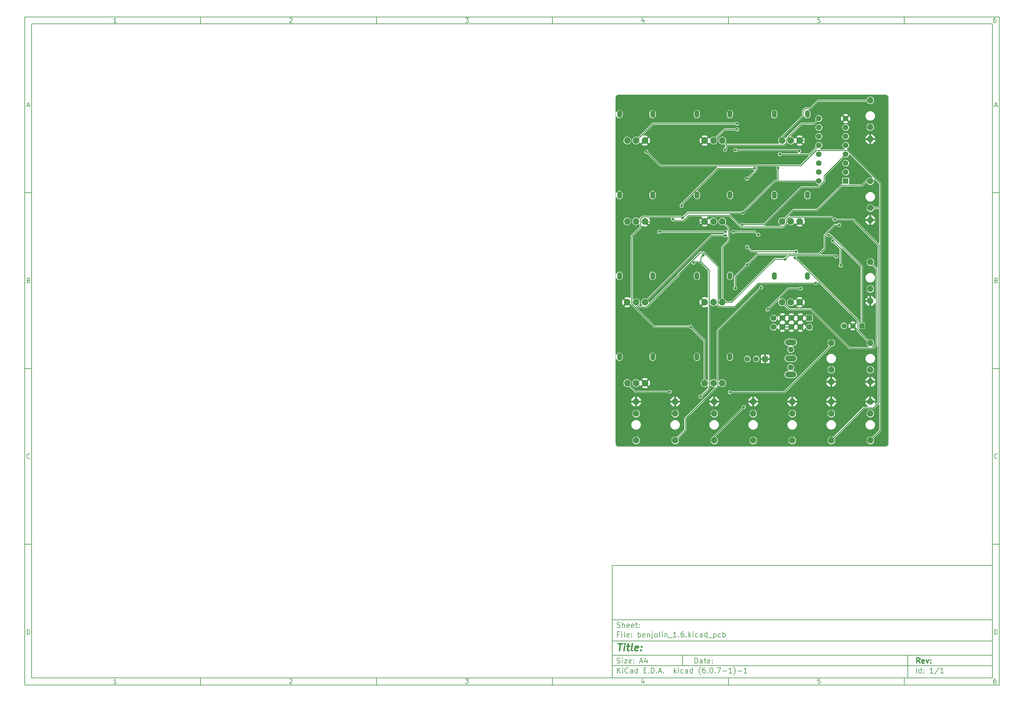
<source format=gbr>
%TF.GenerationSoftware,KiCad,Pcbnew,(6.0.7-1)-1*%
%TF.CreationDate,2022-10-07T09:47:05+07:00*%
%TF.ProjectId,benjolin_1.6,62656e6a-6f6c-4696-9e5f-312e362e6b69,rev?*%
%TF.SameCoordinates,Original*%
%TF.FileFunction,Copper,L2,Bot*%
%TF.FilePolarity,Positive*%
%FSLAX46Y46*%
G04 Gerber Fmt 4.6, Leading zero omitted, Abs format (unit mm)*
G04 Created by KiCad (PCBNEW (6.0.7-1)-1) date 2022-10-07 09:47:05*
%MOMM*%
%LPD*%
G01*
G04 APERTURE LIST*
G04 Aperture macros list*
%AMRoundRect*
0 Rectangle with rounded corners*
0 $1 Rounding radius*
0 $2 $3 $4 $5 $6 $7 $8 $9 X,Y pos of 4 corners*
0 Add a 4 corners polygon primitive as box body*
4,1,4,$2,$3,$4,$5,$6,$7,$8,$9,$2,$3,0*
0 Add four circle primitives for the rounded corners*
1,1,$1+$1,$2,$3*
1,1,$1+$1,$4,$5*
1,1,$1+$1,$6,$7*
1,1,$1+$1,$8,$9*
0 Add four rect primitives between the rounded corners*
20,1,$1+$1,$2,$3,$4,$5,0*
20,1,$1+$1,$4,$5,$6,$7,0*
20,1,$1+$1,$6,$7,$8,$9,0*
20,1,$1+$1,$8,$9,$2,$3,0*%
%AMOutline5P*
0 Free polygon, 5 corners , with rotation*
0 The origin of the aperture is its center*
0 number of corners: always 5*
0 $1 to $10 corner X, Y*
0 $11 Rotation angle, in degrees counterclockwise*
0 create outline with 5 corners*
4,1,5,$1,$2,$3,$4,$5,$6,$7,$8,$9,$10,$1,$2,$11*%
%AMOutline6P*
0 Free polygon, 6 corners , with rotation*
0 The origin of the aperture is its center*
0 number of corners: always 6*
0 $1 to $12 corner X, Y*
0 $13 Rotation angle, in degrees counterclockwise*
0 create outline with 6 corners*
4,1,6,$1,$2,$3,$4,$5,$6,$7,$8,$9,$10,$11,$12,$1,$2,$13*%
%AMOutline7P*
0 Free polygon, 7 corners , with rotation*
0 The origin of the aperture is its center*
0 number of corners: always 7*
0 $1 to $14 corner X, Y*
0 $15 Rotation angle, in degrees counterclockwise*
0 create outline with 7 corners*
4,1,7,$1,$2,$3,$4,$5,$6,$7,$8,$9,$10,$11,$12,$13,$14,$1,$2,$15*%
%AMOutline8P*
0 Free polygon, 8 corners , with rotation*
0 The origin of the aperture is its center*
0 number of corners: always 8*
0 $1 to $16 corner X, Y*
0 $17 Rotation angle, in degrees counterclockwise*
0 create outline with 8 corners*
4,1,8,$1,$2,$3,$4,$5,$6,$7,$8,$9,$10,$11,$12,$13,$14,$15,$16,$1,$2,$17*%
G04 Aperture macros list end*
%ADD10C,0.100000*%
%ADD11C,0.150000*%
%ADD12C,0.300000*%
%ADD13C,0.400000*%
%TA.AperFunction,Profile*%
%ADD14C,0.100000*%
%TD*%
%TA.AperFunction,ComponentPad*%
%ADD15RoundRect,0.250000X-0.600000X0.600000X-0.600000X-0.600000X0.600000X-0.600000X0.600000X0.600000X0*%
%TD*%
%TA.AperFunction,ComponentPad*%
%ADD16C,1.700000*%
%TD*%
%TA.AperFunction,ComponentPad*%
%ADD17R,1.600000X1.600000*%
%TD*%
%TA.AperFunction,ComponentPad*%
%ADD18C,1.600000*%
%TD*%
%TA.AperFunction,ComponentPad*%
%ADD19C,1.500000*%
%TD*%
%TA.AperFunction,ComponentPad*%
%ADD20R,1.500000X1.500000*%
%TD*%
%TA.AperFunction,ComponentPad*%
%ADD21C,1.651000*%
%TD*%
%TA.AperFunction,ComponentPad*%
%ADD22O,3.200000X1.651000*%
%TD*%
%TA.AperFunction,ComponentPad*%
%ADD23Outline8P,-0.889000X0.368236X-0.368236X0.889000X0.368236X0.889000X0.889000X0.368236X0.889000X-0.368236X0.368236X-0.889000X-0.368236X-0.889000X-0.889000X-0.368236X180.000000*%
%TD*%
%TA.AperFunction,ComponentPad*%
%ADD24Outline8P,-0.889000X0.368236X-0.368236X0.889000X0.368236X0.889000X0.889000X0.368236X0.889000X-0.368236X0.368236X-0.889000X-0.368236X-0.889000X-0.889000X-0.368236X0.000000*%
%TD*%
%TA.AperFunction,ComponentPad*%
%ADD25Outline8P,-1.000000X0.289949X-0.589949X0.700000X0.589949X0.700000X1.000000X0.289949X1.000000X-0.289949X0.589949X-0.700000X-0.589949X-0.700000X-1.000000X-0.289949X90.000000*%
%TD*%
%TA.AperFunction,ComponentPad*%
%ADD26C,1.879600*%
%TD*%
%TA.AperFunction,ViaPad*%
%ADD27C,0.800000*%
%TD*%
%TA.AperFunction,Conductor*%
%ADD28C,0.250000*%
%TD*%
G04 APERTURE END LIST*
D10*
D11*
X177002200Y-166007200D02*
X177002200Y-198007200D01*
X285002200Y-198007200D01*
X285002200Y-166007200D01*
X177002200Y-166007200D01*
D10*
D11*
X10000000Y-10000000D02*
X10000000Y-200007200D01*
X287002200Y-200007200D01*
X287002200Y-10000000D01*
X10000000Y-10000000D01*
D10*
D11*
X12000000Y-12000000D02*
X12000000Y-198007200D01*
X285002200Y-198007200D01*
X285002200Y-12000000D01*
X12000000Y-12000000D01*
D10*
D11*
X60000000Y-12000000D02*
X60000000Y-10000000D01*
D10*
D11*
X110000000Y-12000000D02*
X110000000Y-10000000D01*
D10*
D11*
X160000000Y-12000000D02*
X160000000Y-10000000D01*
D10*
D11*
X210000000Y-12000000D02*
X210000000Y-10000000D01*
D10*
D11*
X260000000Y-12000000D02*
X260000000Y-10000000D01*
D10*
D11*
X36065476Y-11588095D02*
X35322619Y-11588095D01*
X35694047Y-11588095D02*
X35694047Y-10288095D01*
X35570238Y-10473809D01*
X35446428Y-10597619D01*
X35322619Y-10659523D01*
D10*
D11*
X85322619Y-10411904D02*
X85384523Y-10350000D01*
X85508333Y-10288095D01*
X85817857Y-10288095D01*
X85941666Y-10350000D01*
X86003571Y-10411904D01*
X86065476Y-10535714D01*
X86065476Y-10659523D01*
X86003571Y-10845238D01*
X85260714Y-11588095D01*
X86065476Y-11588095D01*
D10*
D11*
X135260714Y-10288095D02*
X136065476Y-10288095D01*
X135632142Y-10783333D01*
X135817857Y-10783333D01*
X135941666Y-10845238D01*
X136003571Y-10907142D01*
X136065476Y-11030952D01*
X136065476Y-11340476D01*
X136003571Y-11464285D01*
X135941666Y-11526190D01*
X135817857Y-11588095D01*
X135446428Y-11588095D01*
X135322619Y-11526190D01*
X135260714Y-11464285D01*
D10*
D11*
X185941666Y-10721428D02*
X185941666Y-11588095D01*
X185632142Y-10226190D02*
X185322619Y-11154761D01*
X186127380Y-11154761D01*
D10*
D11*
X236003571Y-10288095D02*
X235384523Y-10288095D01*
X235322619Y-10907142D01*
X235384523Y-10845238D01*
X235508333Y-10783333D01*
X235817857Y-10783333D01*
X235941666Y-10845238D01*
X236003571Y-10907142D01*
X236065476Y-11030952D01*
X236065476Y-11340476D01*
X236003571Y-11464285D01*
X235941666Y-11526190D01*
X235817857Y-11588095D01*
X235508333Y-11588095D01*
X235384523Y-11526190D01*
X235322619Y-11464285D01*
D10*
D11*
X285941666Y-10288095D02*
X285694047Y-10288095D01*
X285570238Y-10350000D01*
X285508333Y-10411904D01*
X285384523Y-10597619D01*
X285322619Y-10845238D01*
X285322619Y-11340476D01*
X285384523Y-11464285D01*
X285446428Y-11526190D01*
X285570238Y-11588095D01*
X285817857Y-11588095D01*
X285941666Y-11526190D01*
X286003571Y-11464285D01*
X286065476Y-11340476D01*
X286065476Y-11030952D01*
X286003571Y-10907142D01*
X285941666Y-10845238D01*
X285817857Y-10783333D01*
X285570238Y-10783333D01*
X285446428Y-10845238D01*
X285384523Y-10907142D01*
X285322619Y-11030952D01*
D10*
D11*
X60000000Y-198007200D02*
X60000000Y-200007200D01*
D10*
D11*
X110000000Y-198007200D02*
X110000000Y-200007200D01*
D10*
D11*
X160000000Y-198007200D02*
X160000000Y-200007200D01*
D10*
D11*
X210000000Y-198007200D02*
X210000000Y-200007200D01*
D10*
D11*
X260000000Y-198007200D02*
X260000000Y-200007200D01*
D10*
D11*
X36065476Y-199595295D02*
X35322619Y-199595295D01*
X35694047Y-199595295D02*
X35694047Y-198295295D01*
X35570238Y-198481009D01*
X35446428Y-198604819D01*
X35322619Y-198666723D01*
D10*
D11*
X85322619Y-198419104D02*
X85384523Y-198357200D01*
X85508333Y-198295295D01*
X85817857Y-198295295D01*
X85941666Y-198357200D01*
X86003571Y-198419104D01*
X86065476Y-198542914D01*
X86065476Y-198666723D01*
X86003571Y-198852438D01*
X85260714Y-199595295D01*
X86065476Y-199595295D01*
D10*
D11*
X135260714Y-198295295D02*
X136065476Y-198295295D01*
X135632142Y-198790533D01*
X135817857Y-198790533D01*
X135941666Y-198852438D01*
X136003571Y-198914342D01*
X136065476Y-199038152D01*
X136065476Y-199347676D01*
X136003571Y-199471485D01*
X135941666Y-199533390D01*
X135817857Y-199595295D01*
X135446428Y-199595295D01*
X135322619Y-199533390D01*
X135260714Y-199471485D01*
D10*
D11*
X185941666Y-198728628D02*
X185941666Y-199595295D01*
X185632142Y-198233390D02*
X185322619Y-199161961D01*
X186127380Y-199161961D01*
D10*
D11*
X236003571Y-198295295D02*
X235384523Y-198295295D01*
X235322619Y-198914342D01*
X235384523Y-198852438D01*
X235508333Y-198790533D01*
X235817857Y-198790533D01*
X235941666Y-198852438D01*
X236003571Y-198914342D01*
X236065476Y-199038152D01*
X236065476Y-199347676D01*
X236003571Y-199471485D01*
X235941666Y-199533390D01*
X235817857Y-199595295D01*
X235508333Y-199595295D01*
X235384523Y-199533390D01*
X235322619Y-199471485D01*
D10*
D11*
X285941666Y-198295295D02*
X285694047Y-198295295D01*
X285570238Y-198357200D01*
X285508333Y-198419104D01*
X285384523Y-198604819D01*
X285322619Y-198852438D01*
X285322619Y-199347676D01*
X285384523Y-199471485D01*
X285446428Y-199533390D01*
X285570238Y-199595295D01*
X285817857Y-199595295D01*
X285941666Y-199533390D01*
X286003571Y-199471485D01*
X286065476Y-199347676D01*
X286065476Y-199038152D01*
X286003571Y-198914342D01*
X285941666Y-198852438D01*
X285817857Y-198790533D01*
X285570238Y-198790533D01*
X285446428Y-198852438D01*
X285384523Y-198914342D01*
X285322619Y-199038152D01*
D10*
D11*
X10000000Y-60000000D02*
X12000000Y-60000000D01*
D10*
D11*
X10000000Y-110000000D02*
X12000000Y-110000000D01*
D10*
D11*
X10000000Y-160000000D02*
X12000000Y-160000000D01*
D10*
D11*
X10690476Y-35216666D02*
X11309523Y-35216666D01*
X10566666Y-35588095D02*
X11000000Y-34288095D01*
X11433333Y-35588095D01*
D10*
D11*
X11092857Y-84907142D02*
X11278571Y-84969047D01*
X11340476Y-85030952D01*
X11402380Y-85154761D01*
X11402380Y-85340476D01*
X11340476Y-85464285D01*
X11278571Y-85526190D01*
X11154761Y-85588095D01*
X10659523Y-85588095D01*
X10659523Y-84288095D01*
X11092857Y-84288095D01*
X11216666Y-84350000D01*
X11278571Y-84411904D01*
X11340476Y-84535714D01*
X11340476Y-84659523D01*
X11278571Y-84783333D01*
X11216666Y-84845238D01*
X11092857Y-84907142D01*
X10659523Y-84907142D01*
D10*
D11*
X11402380Y-135464285D02*
X11340476Y-135526190D01*
X11154761Y-135588095D01*
X11030952Y-135588095D01*
X10845238Y-135526190D01*
X10721428Y-135402380D01*
X10659523Y-135278571D01*
X10597619Y-135030952D01*
X10597619Y-134845238D01*
X10659523Y-134597619D01*
X10721428Y-134473809D01*
X10845238Y-134350000D01*
X11030952Y-134288095D01*
X11154761Y-134288095D01*
X11340476Y-134350000D01*
X11402380Y-134411904D01*
D10*
D11*
X10659523Y-185588095D02*
X10659523Y-184288095D01*
X10969047Y-184288095D01*
X11154761Y-184350000D01*
X11278571Y-184473809D01*
X11340476Y-184597619D01*
X11402380Y-184845238D01*
X11402380Y-185030952D01*
X11340476Y-185278571D01*
X11278571Y-185402380D01*
X11154761Y-185526190D01*
X10969047Y-185588095D01*
X10659523Y-185588095D01*
D10*
D11*
X287002200Y-60000000D02*
X285002200Y-60000000D01*
D10*
D11*
X287002200Y-110000000D02*
X285002200Y-110000000D01*
D10*
D11*
X287002200Y-160000000D02*
X285002200Y-160000000D01*
D10*
D11*
X285692676Y-35216666D02*
X286311723Y-35216666D01*
X285568866Y-35588095D02*
X286002200Y-34288095D01*
X286435533Y-35588095D01*
D10*
D11*
X286095057Y-84907142D02*
X286280771Y-84969047D01*
X286342676Y-85030952D01*
X286404580Y-85154761D01*
X286404580Y-85340476D01*
X286342676Y-85464285D01*
X286280771Y-85526190D01*
X286156961Y-85588095D01*
X285661723Y-85588095D01*
X285661723Y-84288095D01*
X286095057Y-84288095D01*
X286218866Y-84350000D01*
X286280771Y-84411904D01*
X286342676Y-84535714D01*
X286342676Y-84659523D01*
X286280771Y-84783333D01*
X286218866Y-84845238D01*
X286095057Y-84907142D01*
X285661723Y-84907142D01*
D10*
D11*
X286404580Y-135464285D02*
X286342676Y-135526190D01*
X286156961Y-135588095D01*
X286033152Y-135588095D01*
X285847438Y-135526190D01*
X285723628Y-135402380D01*
X285661723Y-135278571D01*
X285599819Y-135030952D01*
X285599819Y-134845238D01*
X285661723Y-134597619D01*
X285723628Y-134473809D01*
X285847438Y-134350000D01*
X286033152Y-134288095D01*
X286156961Y-134288095D01*
X286342676Y-134350000D01*
X286404580Y-134411904D01*
D10*
D11*
X285661723Y-185588095D02*
X285661723Y-184288095D01*
X285971247Y-184288095D01*
X286156961Y-184350000D01*
X286280771Y-184473809D01*
X286342676Y-184597619D01*
X286404580Y-184845238D01*
X286404580Y-185030952D01*
X286342676Y-185278571D01*
X286280771Y-185402380D01*
X286156961Y-185526190D01*
X285971247Y-185588095D01*
X285661723Y-185588095D01*
D10*
D11*
X200434342Y-193785771D02*
X200434342Y-192285771D01*
X200791485Y-192285771D01*
X201005771Y-192357200D01*
X201148628Y-192500057D01*
X201220057Y-192642914D01*
X201291485Y-192928628D01*
X201291485Y-193142914D01*
X201220057Y-193428628D01*
X201148628Y-193571485D01*
X201005771Y-193714342D01*
X200791485Y-193785771D01*
X200434342Y-193785771D01*
X202577200Y-193785771D02*
X202577200Y-193000057D01*
X202505771Y-192857200D01*
X202362914Y-192785771D01*
X202077200Y-192785771D01*
X201934342Y-192857200D01*
X202577200Y-193714342D02*
X202434342Y-193785771D01*
X202077200Y-193785771D01*
X201934342Y-193714342D01*
X201862914Y-193571485D01*
X201862914Y-193428628D01*
X201934342Y-193285771D01*
X202077200Y-193214342D01*
X202434342Y-193214342D01*
X202577200Y-193142914D01*
X203077200Y-192785771D02*
X203648628Y-192785771D01*
X203291485Y-192285771D02*
X203291485Y-193571485D01*
X203362914Y-193714342D01*
X203505771Y-193785771D01*
X203648628Y-193785771D01*
X204720057Y-193714342D02*
X204577200Y-193785771D01*
X204291485Y-193785771D01*
X204148628Y-193714342D01*
X204077200Y-193571485D01*
X204077200Y-193000057D01*
X204148628Y-192857200D01*
X204291485Y-192785771D01*
X204577200Y-192785771D01*
X204720057Y-192857200D01*
X204791485Y-193000057D01*
X204791485Y-193142914D01*
X204077200Y-193285771D01*
X205434342Y-193642914D02*
X205505771Y-193714342D01*
X205434342Y-193785771D01*
X205362914Y-193714342D01*
X205434342Y-193642914D01*
X205434342Y-193785771D01*
X205434342Y-192857200D02*
X205505771Y-192928628D01*
X205434342Y-193000057D01*
X205362914Y-192928628D01*
X205434342Y-192857200D01*
X205434342Y-193000057D01*
D10*
D11*
X177002200Y-194507200D02*
X285002200Y-194507200D01*
D10*
D11*
X178434342Y-196585771D02*
X178434342Y-195085771D01*
X179291485Y-196585771D02*
X178648628Y-195728628D01*
X179291485Y-195085771D02*
X178434342Y-195942914D01*
X179934342Y-196585771D02*
X179934342Y-195585771D01*
X179934342Y-195085771D02*
X179862914Y-195157200D01*
X179934342Y-195228628D01*
X180005771Y-195157200D01*
X179934342Y-195085771D01*
X179934342Y-195228628D01*
X181505771Y-196442914D02*
X181434342Y-196514342D01*
X181220057Y-196585771D01*
X181077200Y-196585771D01*
X180862914Y-196514342D01*
X180720057Y-196371485D01*
X180648628Y-196228628D01*
X180577200Y-195942914D01*
X180577200Y-195728628D01*
X180648628Y-195442914D01*
X180720057Y-195300057D01*
X180862914Y-195157200D01*
X181077200Y-195085771D01*
X181220057Y-195085771D01*
X181434342Y-195157200D01*
X181505771Y-195228628D01*
X182791485Y-196585771D02*
X182791485Y-195800057D01*
X182720057Y-195657200D01*
X182577200Y-195585771D01*
X182291485Y-195585771D01*
X182148628Y-195657200D01*
X182791485Y-196514342D02*
X182648628Y-196585771D01*
X182291485Y-196585771D01*
X182148628Y-196514342D01*
X182077200Y-196371485D01*
X182077200Y-196228628D01*
X182148628Y-196085771D01*
X182291485Y-196014342D01*
X182648628Y-196014342D01*
X182791485Y-195942914D01*
X184148628Y-196585771D02*
X184148628Y-195085771D01*
X184148628Y-196514342D02*
X184005771Y-196585771D01*
X183720057Y-196585771D01*
X183577200Y-196514342D01*
X183505771Y-196442914D01*
X183434342Y-196300057D01*
X183434342Y-195871485D01*
X183505771Y-195728628D01*
X183577200Y-195657200D01*
X183720057Y-195585771D01*
X184005771Y-195585771D01*
X184148628Y-195657200D01*
X186005771Y-195800057D02*
X186505771Y-195800057D01*
X186720057Y-196585771D02*
X186005771Y-196585771D01*
X186005771Y-195085771D01*
X186720057Y-195085771D01*
X187362914Y-196442914D02*
X187434342Y-196514342D01*
X187362914Y-196585771D01*
X187291485Y-196514342D01*
X187362914Y-196442914D01*
X187362914Y-196585771D01*
X188077200Y-196585771D02*
X188077200Y-195085771D01*
X188434342Y-195085771D01*
X188648628Y-195157200D01*
X188791485Y-195300057D01*
X188862914Y-195442914D01*
X188934342Y-195728628D01*
X188934342Y-195942914D01*
X188862914Y-196228628D01*
X188791485Y-196371485D01*
X188648628Y-196514342D01*
X188434342Y-196585771D01*
X188077200Y-196585771D01*
X189577200Y-196442914D02*
X189648628Y-196514342D01*
X189577200Y-196585771D01*
X189505771Y-196514342D01*
X189577200Y-196442914D01*
X189577200Y-196585771D01*
X190220057Y-196157200D02*
X190934342Y-196157200D01*
X190077200Y-196585771D02*
X190577200Y-195085771D01*
X191077200Y-196585771D01*
X191577200Y-196442914D02*
X191648628Y-196514342D01*
X191577200Y-196585771D01*
X191505771Y-196514342D01*
X191577200Y-196442914D01*
X191577200Y-196585771D01*
X194577200Y-196585771D02*
X194577200Y-195085771D01*
X194720057Y-196014342D02*
X195148628Y-196585771D01*
X195148628Y-195585771D02*
X194577200Y-196157200D01*
X195791485Y-196585771D02*
X195791485Y-195585771D01*
X195791485Y-195085771D02*
X195720057Y-195157200D01*
X195791485Y-195228628D01*
X195862914Y-195157200D01*
X195791485Y-195085771D01*
X195791485Y-195228628D01*
X197148628Y-196514342D02*
X197005771Y-196585771D01*
X196720057Y-196585771D01*
X196577200Y-196514342D01*
X196505771Y-196442914D01*
X196434342Y-196300057D01*
X196434342Y-195871485D01*
X196505771Y-195728628D01*
X196577200Y-195657200D01*
X196720057Y-195585771D01*
X197005771Y-195585771D01*
X197148628Y-195657200D01*
X198434342Y-196585771D02*
X198434342Y-195800057D01*
X198362914Y-195657200D01*
X198220057Y-195585771D01*
X197934342Y-195585771D01*
X197791485Y-195657200D01*
X198434342Y-196514342D02*
X198291485Y-196585771D01*
X197934342Y-196585771D01*
X197791485Y-196514342D01*
X197720057Y-196371485D01*
X197720057Y-196228628D01*
X197791485Y-196085771D01*
X197934342Y-196014342D01*
X198291485Y-196014342D01*
X198434342Y-195942914D01*
X199791485Y-196585771D02*
X199791485Y-195085771D01*
X199791485Y-196514342D02*
X199648628Y-196585771D01*
X199362914Y-196585771D01*
X199220057Y-196514342D01*
X199148628Y-196442914D01*
X199077200Y-196300057D01*
X199077200Y-195871485D01*
X199148628Y-195728628D01*
X199220057Y-195657200D01*
X199362914Y-195585771D01*
X199648628Y-195585771D01*
X199791485Y-195657200D01*
X202077200Y-197157200D02*
X202005771Y-197085771D01*
X201862914Y-196871485D01*
X201791485Y-196728628D01*
X201720057Y-196514342D01*
X201648628Y-196157200D01*
X201648628Y-195871485D01*
X201720057Y-195514342D01*
X201791485Y-195300057D01*
X201862914Y-195157200D01*
X202005771Y-194942914D01*
X202077200Y-194871485D01*
X203291485Y-195085771D02*
X203005771Y-195085771D01*
X202862914Y-195157200D01*
X202791485Y-195228628D01*
X202648628Y-195442914D01*
X202577200Y-195728628D01*
X202577200Y-196300057D01*
X202648628Y-196442914D01*
X202720057Y-196514342D01*
X202862914Y-196585771D01*
X203148628Y-196585771D01*
X203291485Y-196514342D01*
X203362914Y-196442914D01*
X203434342Y-196300057D01*
X203434342Y-195942914D01*
X203362914Y-195800057D01*
X203291485Y-195728628D01*
X203148628Y-195657200D01*
X202862914Y-195657200D01*
X202720057Y-195728628D01*
X202648628Y-195800057D01*
X202577200Y-195942914D01*
X204077200Y-196442914D02*
X204148628Y-196514342D01*
X204077200Y-196585771D01*
X204005771Y-196514342D01*
X204077200Y-196442914D01*
X204077200Y-196585771D01*
X205077200Y-195085771D02*
X205220057Y-195085771D01*
X205362914Y-195157200D01*
X205434342Y-195228628D01*
X205505771Y-195371485D01*
X205577200Y-195657200D01*
X205577200Y-196014342D01*
X205505771Y-196300057D01*
X205434342Y-196442914D01*
X205362914Y-196514342D01*
X205220057Y-196585771D01*
X205077200Y-196585771D01*
X204934342Y-196514342D01*
X204862914Y-196442914D01*
X204791485Y-196300057D01*
X204720057Y-196014342D01*
X204720057Y-195657200D01*
X204791485Y-195371485D01*
X204862914Y-195228628D01*
X204934342Y-195157200D01*
X205077200Y-195085771D01*
X206220057Y-196442914D02*
X206291485Y-196514342D01*
X206220057Y-196585771D01*
X206148628Y-196514342D01*
X206220057Y-196442914D01*
X206220057Y-196585771D01*
X206791485Y-195085771D02*
X207791485Y-195085771D01*
X207148628Y-196585771D01*
X208362914Y-196014342D02*
X209505771Y-196014342D01*
X211005771Y-196585771D02*
X210148628Y-196585771D01*
X210577200Y-196585771D02*
X210577200Y-195085771D01*
X210434342Y-195300057D01*
X210291485Y-195442914D01*
X210148628Y-195514342D01*
X211505771Y-197157200D02*
X211577200Y-197085771D01*
X211720057Y-196871485D01*
X211791485Y-196728628D01*
X211862914Y-196514342D01*
X211934342Y-196157200D01*
X211934342Y-195871485D01*
X211862914Y-195514342D01*
X211791485Y-195300057D01*
X211720057Y-195157200D01*
X211577200Y-194942914D01*
X211505771Y-194871485D01*
X212648628Y-196014342D02*
X213791485Y-196014342D01*
X215291485Y-196585771D02*
X214434342Y-196585771D01*
X214862914Y-196585771D02*
X214862914Y-195085771D01*
X214720057Y-195300057D01*
X214577200Y-195442914D01*
X214434342Y-195514342D01*
D10*
D11*
X177002200Y-191507200D02*
X285002200Y-191507200D01*
D10*
D12*
X264411485Y-193785771D02*
X263911485Y-193071485D01*
X263554342Y-193785771D02*
X263554342Y-192285771D01*
X264125771Y-192285771D01*
X264268628Y-192357200D01*
X264340057Y-192428628D01*
X264411485Y-192571485D01*
X264411485Y-192785771D01*
X264340057Y-192928628D01*
X264268628Y-193000057D01*
X264125771Y-193071485D01*
X263554342Y-193071485D01*
X265625771Y-193714342D02*
X265482914Y-193785771D01*
X265197200Y-193785771D01*
X265054342Y-193714342D01*
X264982914Y-193571485D01*
X264982914Y-193000057D01*
X265054342Y-192857200D01*
X265197200Y-192785771D01*
X265482914Y-192785771D01*
X265625771Y-192857200D01*
X265697200Y-193000057D01*
X265697200Y-193142914D01*
X264982914Y-193285771D01*
X266197200Y-192785771D02*
X266554342Y-193785771D01*
X266911485Y-192785771D01*
X267482914Y-193642914D02*
X267554342Y-193714342D01*
X267482914Y-193785771D01*
X267411485Y-193714342D01*
X267482914Y-193642914D01*
X267482914Y-193785771D01*
X267482914Y-192857200D02*
X267554342Y-192928628D01*
X267482914Y-193000057D01*
X267411485Y-192928628D01*
X267482914Y-192857200D01*
X267482914Y-193000057D01*
D10*
D11*
X178362914Y-193714342D02*
X178577200Y-193785771D01*
X178934342Y-193785771D01*
X179077200Y-193714342D01*
X179148628Y-193642914D01*
X179220057Y-193500057D01*
X179220057Y-193357200D01*
X179148628Y-193214342D01*
X179077200Y-193142914D01*
X178934342Y-193071485D01*
X178648628Y-193000057D01*
X178505771Y-192928628D01*
X178434342Y-192857200D01*
X178362914Y-192714342D01*
X178362914Y-192571485D01*
X178434342Y-192428628D01*
X178505771Y-192357200D01*
X178648628Y-192285771D01*
X179005771Y-192285771D01*
X179220057Y-192357200D01*
X179862914Y-193785771D02*
X179862914Y-192785771D01*
X179862914Y-192285771D02*
X179791485Y-192357200D01*
X179862914Y-192428628D01*
X179934342Y-192357200D01*
X179862914Y-192285771D01*
X179862914Y-192428628D01*
X180434342Y-192785771D02*
X181220057Y-192785771D01*
X180434342Y-193785771D01*
X181220057Y-193785771D01*
X182362914Y-193714342D02*
X182220057Y-193785771D01*
X181934342Y-193785771D01*
X181791485Y-193714342D01*
X181720057Y-193571485D01*
X181720057Y-193000057D01*
X181791485Y-192857200D01*
X181934342Y-192785771D01*
X182220057Y-192785771D01*
X182362914Y-192857200D01*
X182434342Y-193000057D01*
X182434342Y-193142914D01*
X181720057Y-193285771D01*
X183077200Y-193642914D02*
X183148628Y-193714342D01*
X183077200Y-193785771D01*
X183005771Y-193714342D01*
X183077200Y-193642914D01*
X183077200Y-193785771D01*
X183077200Y-192857200D02*
X183148628Y-192928628D01*
X183077200Y-193000057D01*
X183005771Y-192928628D01*
X183077200Y-192857200D01*
X183077200Y-193000057D01*
X184862914Y-193357200D02*
X185577200Y-193357200D01*
X184720057Y-193785771D02*
X185220057Y-192285771D01*
X185720057Y-193785771D01*
X186862914Y-192785771D02*
X186862914Y-193785771D01*
X186505771Y-192214342D02*
X186148628Y-193285771D01*
X187077200Y-193285771D01*
D10*
D11*
X263434342Y-196585771D02*
X263434342Y-195085771D01*
X264791485Y-196585771D02*
X264791485Y-195085771D01*
X264791485Y-196514342D02*
X264648628Y-196585771D01*
X264362914Y-196585771D01*
X264220057Y-196514342D01*
X264148628Y-196442914D01*
X264077200Y-196300057D01*
X264077200Y-195871485D01*
X264148628Y-195728628D01*
X264220057Y-195657200D01*
X264362914Y-195585771D01*
X264648628Y-195585771D01*
X264791485Y-195657200D01*
X265505771Y-196442914D02*
X265577200Y-196514342D01*
X265505771Y-196585771D01*
X265434342Y-196514342D01*
X265505771Y-196442914D01*
X265505771Y-196585771D01*
X265505771Y-195657200D02*
X265577200Y-195728628D01*
X265505771Y-195800057D01*
X265434342Y-195728628D01*
X265505771Y-195657200D01*
X265505771Y-195800057D01*
X268148628Y-196585771D02*
X267291485Y-196585771D01*
X267720057Y-196585771D02*
X267720057Y-195085771D01*
X267577200Y-195300057D01*
X267434342Y-195442914D01*
X267291485Y-195514342D01*
X269862914Y-195014342D02*
X268577200Y-196942914D01*
X271148628Y-196585771D02*
X270291485Y-196585771D01*
X270720057Y-196585771D02*
X270720057Y-195085771D01*
X270577200Y-195300057D01*
X270434342Y-195442914D01*
X270291485Y-195514342D01*
D10*
D11*
X177002200Y-187507200D02*
X285002200Y-187507200D01*
D10*
D13*
X178714580Y-188211961D02*
X179857438Y-188211961D01*
X179036009Y-190211961D02*
X179286009Y-188211961D01*
X180274104Y-190211961D02*
X180440771Y-188878628D01*
X180524104Y-188211961D02*
X180416961Y-188307200D01*
X180500295Y-188402438D01*
X180607438Y-188307200D01*
X180524104Y-188211961D01*
X180500295Y-188402438D01*
X181107438Y-188878628D02*
X181869342Y-188878628D01*
X181476485Y-188211961D02*
X181262200Y-189926247D01*
X181333628Y-190116723D01*
X181512200Y-190211961D01*
X181702676Y-190211961D01*
X182655057Y-190211961D02*
X182476485Y-190116723D01*
X182405057Y-189926247D01*
X182619342Y-188211961D01*
X184190771Y-190116723D02*
X183988390Y-190211961D01*
X183607438Y-190211961D01*
X183428866Y-190116723D01*
X183357438Y-189926247D01*
X183452676Y-189164342D01*
X183571723Y-188973866D01*
X183774104Y-188878628D01*
X184155057Y-188878628D01*
X184333628Y-188973866D01*
X184405057Y-189164342D01*
X184381247Y-189354819D01*
X183405057Y-189545295D01*
X185155057Y-190021485D02*
X185238390Y-190116723D01*
X185131247Y-190211961D01*
X185047914Y-190116723D01*
X185155057Y-190021485D01*
X185131247Y-190211961D01*
X185286009Y-188973866D02*
X185369342Y-189069104D01*
X185262200Y-189164342D01*
X185178866Y-189069104D01*
X185286009Y-188973866D01*
X185262200Y-189164342D01*
D10*
D11*
X178934342Y-185600057D02*
X178434342Y-185600057D01*
X178434342Y-186385771D02*
X178434342Y-184885771D01*
X179148628Y-184885771D01*
X179720057Y-186385771D02*
X179720057Y-185385771D01*
X179720057Y-184885771D02*
X179648628Y-184957200D01*
X179720057Y-185028628D01*
X179791485Y-184957200D01*
X179720057Y-184885771D01*
X179720057Y-185028628D01*
X180648628Y-186385771D02*
X180505771Y-186314342D01*
X180434342Y-186171485D01*
X180434342Y-184885771D01*
X181791485Y-186314342D02*
X181648628Y-186385771D01*
X181362914Y-186385771D01*
X181220057Y-186314342D01*
X181148628Y-186171485D01*
X181148628Y-185600057D01*
X181220057Y-185457200D01*
X181362914Y-185385771D01*
X181648628Y-185385771D01*
X181791485Y-185457200D01*
X181862914Y-185600057D01*
X181862914Y-185742914D01*
X181148628Y-185885771D01*
X182505771Y-186242914D02*
X182577200Y-186314342D01*
X182505771Y-186385771D01*
X182434342Y-186314342D01*
X182505771Y-186242914D01*
X182505771Y-186385771D01*
X182505771Y-185457200D02*
X182577200Y-185528628D01*
X182505771Y-185600057D01*
X182434342Y-185528628D01*
X182505771Y-185457200D01*
X182505771Y-185600057D01*
X184362914Y-186385771D02*
X184362914Y-184885771D01*
X184362914Y-185457200D02*
X184505771Y-185385771D01*
X184791485Y-185385771D01*
X184934342Y-185457200D01*
X185005771Y-185528628D01*
X185077200Y-185671485D01*
X185077200Y-186100057D01*
X185005771Y-186242914D01*
X184934342Y-186314342D01*
X184791485Y-186385771D01*
X184505771Y-186385771D01*
X184362914Y-186314342D01*
X186291485Y-186314342D02*
X186148628Y-186385771D01*
X185862914Y-186385771D01*
X185720057Y-186314342D01*
X185648628Y-186171485D01*
X185648628Y-185600057D01*
X185720057Y-185457200D01*
X185862914Y-185385771D01*
X186148628Y-185385771D01*
X186291485Y-185457200D01*
X186362914Y-185600057D01*
X186362914Y-185742914D01*
X185648628Y-185885771D01*
X187005771Y-185385771D02*
X187005771Y-186385771D01*
X187005771Y-185528628D02*
X187077200Y-185457200D01*
X187220057Y-185385771D01*
X187434342Y-185385771D01*
X187577200Y-185457200D01*
X187648628Y-185600057D01*
X187648628Y-186385771D01*
X188362914Y-185385771D02*
X188362914Y-186671485D01*
X188291485Y-186814342D01*
X188148628Y-186885771D01*
X188077200Y-186885771D01*
X188362914Y-184885771D02*
X188291485Y-184957200D01*
X188362914Y-185028628D01*
X188434342Y-184957200D01*
X188362914Y-184885771D01*
X188362914Y-185028628D01*
X189291485Y-186385771D02*
X189148628Y-186314342D01*
X189077200Y-186242914D01*
X189005771Y-186100057D01*
X189005771Y-185671485D01*
X189077200Y-185528628D01*
X189148628Y-185457200D01*
X189291485Y-185385771D01*
X189505771Y-185385771D01*
X189648628Y-185457200D01*
X189720057Y-185528628D01*
X189791485Y-185671485D01*
X189791485Y-186100057D01*
X189720057Y-186242914D01*
X189648628Y-186314342D01*
X189505771Y-186385771D01*
X189291485Y-186385771D01*
X190648628Y-186385771D02*
X190505771Y-186314342D01*
X190434342Y-186171485D01*
X190434342Y-184885771D01*
X191220057Y-186385771D02*
X191220057Y-185385771D01*
X191220057Y-184885771D02*
X191148628Y-184957200D01*
X191220057Y-185028628D01*
X191291485Y-184957200D01*
X191220057Y-184885771D01*
X191220057Y-185028628D01*
X191934342Y-185385771D02*
X191934342Y-186385771D01*
X191934342Y-185528628D02*
X192005771Y-185457200D01*
X192148628Y-185385771D01*
X192362914Y-185385771D01*
X192505771Y-185457200D01*
X192577200Y-185600057D01*
X192577200Y-186385771D01*
X192934342Y-186528628D02*
X194077200Y-186528628D01*
X195220057Y-186385771D02*
X194362914Y-186385771D01*
X194791485Y-186385771D02*
X194791485Y-184885771D01*
X194648628Y-185100057D01*
X194505771Y-185242914D01*
X194362914Y-185314342D01*
X195862914Y-186242914D02*
X195934342Y-186314342D01*
X195862914Y-186385771D01*
X195791485Y-186314342D01*
X195862914Y-186242914D01*
X195862914Y-186385771D01*
X197220057Y-184885771D02*
X196934342Y-184885771D01*
X196791485Y-184957200D01*
X196720057Y-185028628D01*
X196577200Y-185242914D01*
X196505771Y-185528628D01*
X196505771Y-186100057D01*
X196577200Y-186242914D01*
X196648628Y-186314342D01*
X196791485Y-186385771D01*
X197077200Y-186385771D01*
X197220057Y-186314342D01*
X197291485Y-186242914D01*
X197362914Y-186100057D01*
X197362914Y-185742914D01*
X197291485Y-185600057D01*
X197220057Y-185528628D01*
X197077200Y-185457200D01*
X196791485Y-185457200D01*
X196648628Y-185528628D01*
X196577200Y-185600057D01*
X196505771Y-185742914D01*
X198005771Y-186242914D02*
X198077200Y-186314342D01*
X198005771Y-186385771D01*
X197934342Y-186314342D01*
X198005771Y-186242914D01*
X198005771Y-186385771D01*
X198720057Y-186385771D02*
X198720057Y-184885771D01*
X198862914Y-185814342D02*
X199291485Y-186385771D01*
X199291485Y-185385771D02*
X198720057Y-185957200D01*
X199934342Y-186385771D02*
X199934342Y-185385771D01*
X199934342Y-184885771D02*
X199862914Y-184957200D01*
X199934342Y-185028628D01*
X200005771Y-184957200D01*
X199934342Y-184885771D01*
X199934342Y-185028628D01*
X201291485Y-186314342D02*
X201148628Y-186385771D01*
X200862914Y-186385771D01*
X200720057Y-186314342D01*
X200648628Y-186242914D01*
X200577200Y-186100057D01*
X200577200Y-185671485D01*
X200648628Y-185528628D01*
X200720057Y-185457200D01*
X200862914Y-185385771D01*
X201148628Y-185385771D01*
X201291485Y-185457200D01*
X202577200Y-186385771D02*
X202577200Y-185600057D01*
X202505771Y-185457200D01*
X202362914Y-185385771D01*
X202077200Y-185385771D01*
X201934342Y-185457200D01*
X202577200Y-186314342D02*
X202434342Y-186385771D01*
X202077200Y-186385771D01*
X201934342Y-186314342D01*
X201862914Y-186171485D01*
X201862914Y-186028628D01*
X201934342Y-185885771D01*
X202077200Y-185814342D01*
X202434342Y-185814342D01*
X202577200Y-185742914D01*
X203934342Y-186385771D02*
X203934342Y-184885771D01*
X203934342Y-186314342D02*
X203791485Y-186385771D01*
X203505771Y-186385771D01*
X203362914Y-186314342D01*
X203291485Y-186242914D01*
X203220057Y-186100057D01*
X203220057Y-185671485D01*
X203291485Y-185528628D01*
X203362914Y-185457200D01*
X203505771Y-185385771D01*
X203791485Y-185385771D01*
X203934342Y-185457200D01*
X204291485Y-186528628D02*
X205434342Y-186528628D01*
X205791485Y-185385771D02*
X205791485Y-186885771D01*
X205791485Y-185457200D02*
X205934342Y-185385771D01*
X206220057Y-185385771D01*
X206362914Y-185457200D01*
X206434342Y-185528628D01*
X206505771Y-185671485D01*
X206505771Y-186100057D01*
X206434342Y-186242914D01*
X206362914Y-186314342D01*
X206220057Y-186385771D01*
X205934342Y-186385771D01*
X205791485Y-186314342D01*
X207791485Y-186314342D02*
X207648628Y-186385771D01*
X207362914Y-186385771D01*
X207220057Y-186314342D01*
X207148628Y-186242914D01*
X207077200Y-186100057D01*
X207077200Y-185671485D01*
X207148628Y-185528628D01*
X207220057Y-185457200D01*
X207362914Y-185385771D01*
X207648628Y-185385771D01*
X207791485Y-185457200D01*
X208434342Y-186385771D02*
X208434342Y-184885771D01*
X208434342Y-185457200D02*
X208577200Y-185385771D01*
X208862914Y-185385771D01*
X209005771Y-185457200D01*
X209077200Y-185528628D01*
X209148628Y-185671485D01*
X209148628Y-186100057D01*
X209077200Y-186242914D01*
X209005771Y-186314342D01*
X208862914Y-186385771D01*
X208577200Y-186385771D01*
X208434342Y-186314342D01*
D10*
D11*
X177002200Y-181507200D02*
X285002200Y-181507200D01*
D10*
D11*
X178362914Y-183614342D02*
X178577200Y-183685771D01*
X178934342Y-183685771D01*
X179077200Y-183614342D01*
X179148628Y-183542914D01*
X179220057Y-183400057D01*
X179220057Y-183257200D01*
X179148628Y-183114342D01*
X179077200Y-183042914D01*
X178934342Y-182971485D01*
X178648628Y-182900057D01*
X178505771Y-182828628D01*
X178434342Y-182757200D01*
X178362914Y-182614342D01*
X178362914Y-182471485D01*
X178434342Y-182328628D01*
X178505771Y-182257200D01*
X178648628Y-182185771D01*
X179005771Y-182185771D01*
X179220057Y-182257200D01*
X179862914Y-183685771D02*
X179862914Y-182185771D01*
X180505771Y-183685771D02*
X180505771Y-182900057D01*
X180434342Y-182757200D01*
X180291485Y-182685771D01*
X180077200Y-182685771D01*
X179934342Y-182757200D01*
X179862914Y-182828628D01*
X181791485Y-183614342D02*
X181648628Y-183685771D01*
X181362914Y-183685771D01*
X181220057Y-183614342D01*
X181148628Y-183471485D01*
X181148628Y-182900057D01*
X181220057Y-182757200D01*
X181362914Y-182685771D01*
X181648628Y-182685771D01*
X181791485Y-182757200D01*
X181862914Y-182900057D01*
X181862914Y-183042914D01*
X181148628Y-183185771D01*
X183077200Y-183614342D02*
X182934342Y-183685771D01*
X182648628Y-183685771D01*
X182505771Y-183614342D01*
X182434342Y-183471485D01*
X182434342Y-182900057D01*
X182505771Y-182757200D01*
X182648628Y-182685771D01*
X182934342Y-182685771D01*
X183077200Y-182757200D01*
X183148628Y-182900057D01*
X183148628Y-183042914D01*
X182434342Y-183185771D01*
X183577200Y-182685771D02*
X184148628Y-182685771D01*
X183791485Y-182185771D02*
X183791485Y-183471485D01*
X183862914Y-183614342D01*
X184005771Y-183685771D01*
X184148628Y-183685771D01*
X184648628Y-183542914D02*
X184720057Y-183614342D01*
X184648628Y-183685771D01*
X184577200Y-183614342D01*
X184648628Y-183542914D01*
X184648628Y-183685771D01*
X184648628Y-182757200D02*
X184720057Y-182828628D01*
X184648628Y-182900057D01*
X184577200Y-182828628D01*
X184648628Y-182757200D01*
X184648628Y-182900057D01*
D10*
D12*
D10*
D11*
D10*
D11*
D10*
D11*
D10*
D11*
D10*
D11*
X197002200Y-191507200D02*
X197002200Y-194507200D01*
D10*
D11*
X261002200Y-191507200D02*
X261002200Y-198007200D01*
D14*
X255450614Y-32899678D02*
X255450000Y-131440000D01*
X254700614Y-32149678D02*
X178700000Y-32149678D01*
X178700000Y-132157000D02*
X254699204Y-132157000D01*
X254699209Y-132157495D02*
G75*
G03*
X255450000Y-131440000I-8128J760069D01*
G01*
X177950000Y-32899678D02*
X177950000Y-131407000D01*
X177950000Y-131407000D02*
G75*
G03*
X178700000Y-132157000I750000J0D01*
G01*
X178700000Y-32149700D02*
G75*
G03*
X177950000Y-32899678I0J-750000D01*
G01*
X255450613Y-32899678D02*
G75*
G03*
X254700614Y-32149678I-750018J-18D01*
G01*
D15*
%TO.P,JP1,1,1*%
%TO.N,Net-(D100-PadA)*%
X232980000Y-95657500D03*
D16*
%TO.P,JP1,2,2*%
X232980000Y-98197500D03*
%TO.P,JP1,3,3*%
%TO.N,GND*%
X230440000Y-95657500D03*
%TO.P,JP1,4,4*%
X230440000Y-98197500D03*
%TO.P,JP1,5,5*%
X227900000Y-95657500D03*
%TO.P,JP1,6,6*%
X227900000Y-98197500D03*
%TO.P,JP1,7,7*%
X225360000Y-95657500D03*
%TO.P,JP1,8,8*%
X225360000Y-98197500D03*
%TO.P,JP1,9,9*%
%TO.N,Net-(D200-PadC)*%
X222820000Y-95657500D03*
%TO.P,JP1,10,10*%
X222820000Y-98197500D03*
%TD*%
D17*
%TO.P,IC3,1,MODE*%
%TO.N,unconnected-(IC3-Pad1)*%
X243318000Y-56679000D03*
D18*
%TO.P,IC3,2,IN*%
%TO.N,Net-(IC3-Pad2)*%
X243318000Y-54139000D03*
%TO.P,IC3,3,CTRL*%
%TO.N,/benjolin_1.6_2/F_CV*%
X243318000Y-51599000D03*
%TO.P,IC3,4,OUT*%
%TO.N,Net-(C10-Pad1)*%
X243318000Y-49059000D03*
%TO.P,IC3,5,OUT*%
%TO.N,Net-(C8-Pad1)*%
X243318000Y-46519000D03*
%TO.P,IC3,6,CTRL*%
%TO.N,/benjolin_1.6_2/F_CV*%
X243318000Y-43979000D03*
%TO.P,IC3,7,IN*%
%TO.N,Net-(C7-Pad1)*%
X243318000Y-41439000D03*
%TO.P,IC3,8,GND*%
%TO.N,GND*%
X243318000Y-38899000D03*
%TO.P,IC3,9,V-*%
%TO.N,/benjolin_1.6_2/V-*%
X235698000Y-38899000D03*
%TO.P,IC3,10,IN*%
%TO.N,Net-(IC3-Pad10)*%
X235698000Y-41439000D03*
%TO.P,IC3,11,CTRL*%
%TO.N,Net-(D4-PadC)*%
X235698000Y-43979000D03*
%TO.P,IC3,12,OUT*%
%TO.N,Net-(C4-Pad1)*%
X235698000Y-46519000D03*
%TO.P,IC3,13,OUT*%
%TO.N,Net-(C3-Pad1)*%
X235698000Y-49059000D03*
%TO.P,IC3,14,CTRL*%
%TO.N,Net-(D3-PadC)*%
X235698000Y-51599000D03*
%TO.P,IC3,15,IN*%
%TO.N,Net-(IC3-Pad15)*%
X235698000Y-54139000D03*
%TO.P,IC3,16,V+*%
%TO.N,/benjolin_1.6_2/V+*%
X235698000Y-56679000D03*
%TD*%
D19*
%TO.P,IC7,GND,GND*%
%TO.N,GND*%
X245360000Y-97867000D03*
%TO.P,IC7,IN,IN*%
%TO.N,VCC*%
X242820000Y-97867000D03*
D20*
%TO.P,IC7,OUT,OUT*%
%TO.N,/benjolin_1.6_2/V+*%
X247900000Y-97867000D03*
%TD*%
%TO.P,IC8,GND,GND*%
%TO.N,GND*%
X220458000Y-107265000D03*
D19*
%TO.P,IC8,IN,IN*%
%TO.N,VEE*%
X217918000Y-107265000D03*
%TO.P,IC8,OUT,OUT*%
%TO.N,/benjolin_1.6_2/V-*%
X215378000Y-107265000D03*
%TD*%
D21*
%TO.P,SW1,P$1,P$1*%
%TO.N,Net-(R18-Pad2)*%
X227700000Y-109670000D03*
D22*
X227700000Y-111702000D03*
%TO.P,SW1,P$2,P$2*%
%TO.N,Net-(Q1-Pad1)*%
X227700000Y-107130000D03*
%TO.P,SW1,P$3,P$3*%
%TO.N,unconnected-(SW1-PadP$3)*%
X227700000Y-102558000D03*
D21*
X227700000Y-104590000D03*
%TD*%
D23*
%TO.P,J11,P3,3*%
%TO.N,/benjolin_1.6_2/RUN_CV*%
X239219765Y-102726700D03*
%TO.P,J11,P2,2*%
%TO.N,unconnected-(J11-PadP2)*%
X239219765Y-110346700D03*
%TO.P,J11,P1,1*%
%TO.N,GND*%
X239219765Y-113775700D03*
%TD*%
D24*
%TO.P,J5,P3,3*%
%TO.N,/benjolin_1.6_2/P2*%
X217037099Y-130448000D03*
%TO.P,J5,P2,2*%
%TO.N,unconnected-(J5-PadP2)*%
X217037099Y-122828000D03*
%TO.P,J5,P1,1*%
%TO.N,GND*%
X217037099Y-119399000D03*
%TD*%
D25*
%TO.P,R54,P$5*%
%TO.N,N/C*%
X210452500Y-37656000D03*
%TO.P,R54,P$4*%
X201052500Y-37656000D03*
D26*
%TO.P,R54,P$3,A*%
%TO.N,/benjolin_1.6_2/V-*%
X208252500Y-45164000D03*
%TO.P,R54,P$2,S*%
%TO.N,Net-(R3-Pad1)*%
X205752500Y-45164000D03*
%TO.P,R54,P$1,E*%
%TO.N,GND*%
X203252500Y-45164000D03*
%TD*%
D25*
%TO.P,R51,P$5*%
%TO.N,N/C*%
X232441900Y-37656000D03*
%TO.P,R51,P$4*%
X223041900Y-37656000D03*
D26*
%TO.P,R51,P$3,A*%
%TO.N,GND*%
X230241900Y-45164000D03*
%TO.P,R51,P$2,S*%
%TO.N,Net-(R1-Pad1)*%
X227741900Y-45164000D03*
%TO.P,R51,P$1,E*%
%TO.N,Net-(J1-PadP3)*%
X225241900Y-45164000D03*
%TD*%
D24*
%TO.P,J12,P3,3*%
%TO.N,/benjolin_1.6_2/XOR*%
X194854433Y-130448000D03*
%TO.P,J12,P2,2*%
%TO.N,unconnected-(J12-PadP2)*%
X194854433Y-122828000D03*
%TO.P,J12,P1,1*%
%TO.N,GND*%
X194854433Y-119399000D03*
%TD*%
D23*
%TO.P,J3,P3,3*%
%TO.N,Net-(C5-Pad1)*%
X250311484Y-102726700D03*
%TO.P,J3,P2,2*%
%TO.N,unconnected-(J3-PadP2)*%
X250311484Y-110346700D03*
%TO.P,J3,P1,1*%
%TO.N,GND*%
X250311484Y-113775700D03*
%TD*%
D25*
%TO.P,R58,P$5*%
%TO.N,N/C*%
X210450300Y-83645900D03*
%TO.P,R58,P$4*%
X201050300Y-83645900D03*
D26*
%TO.P,R58,P$3,A*%
%TO.N,/benjolin_1.6_2/V-*%
X208250300Y-91153900D03*
%TO.P,R58,P$2,S*%
%TO.N,Net-(R43-Pad1)*%
X205750300Y-91153900D03*
%TO.P,R58,P$1,E*%
%TO.N,GND*%
X203250300Y-91153900D03*
%TD*%
D25*
%TO.P,R53,P$5*%
%TO.N,N/C*%
X232439700Y-83645900D03*
%TO.P,R53,P$4*%
X223039700Y-83645900D03*
D26*
%TO.P,R53,P$3,A*%
%TO.N,GND*%
X230239700Y-91153900D03*
%TO.P,R53,P$2,S*%
%TO.N,Net-(R41-Pad1)*%
X227739700Y-91153900D03*
%TO.P,R53,P$1,E*%
%TO.N,Net-(J4-PadP3)*%
X225239700Y-91153900D03*
%TD*%
D25*
%TO.P,R60,P$5*%
%TO.N,N/C*%
X210450300Y-106640800D03*
%TO.P,R60,P$4*%
X201050300Y-106640800D03*
D26*
%TO.P,R60,P$3,A*%
%TO.N,/benjolin_1.6_2/V-*%
X208250300Y-114148800D03*
%TO.P,R60,P$2,S*%
%TO.N,Net-(R18-Pad1)*%
X205750300Y-114148800D03*
%TO.P,R60,P$1,E*%
%TO.N,/benjolin_1.6_2/V+*%
X203250300Y-114148800D03*
%TD*%
D24*
%TO.P,J8,P3,3*%
%TO.N,/benjolin_1.6_2/P1*%
X239219765Y-130448000D03*
%TO.P,J8,P2,2*%
%TO.N,unconnected-(J8-PadP2)*%
X239219765Y-122828000D03*
%TO.P,J8,P1,1*%
%TO.N,GND*%
X239219765Y-119399000D03*
%TD*%
D23*
%TO.P,J4,P3,3*%
%TO.N,Net-(J4-PadP3)*%
X250311484Y-79724200D03*
%TO.P,J4,P2,2*%
%TO.N,/benjolin_1.6_2/T2*%
X250311484Y-87344200D03*
%TO.P,J4,P1,1*%
%TO.N,GND*%
X250311484Y-90773200D03*
%TD*%
D24*
%TO.P,J9,P3,3*%
%TO.N,/benjolin_1.6_2/OUT_AMP*%
X183763100Y-130435000D03*
%TO.P,J9,P2,2*%
%TO.N,unconnected-(J9-PadP2)*%
X183763100Y-122815000D03*
%TO.P,J9,P1,1*%
%TO.N,GND*%
X183763100Y-119386000D03*
%TD*%
D23*
%TO.P,J2,P3,3*%
%TO.N,Net-(J2-PadP3)*%
X250311484Y-56711800D03*
%TO.P,J2,P2,2*%
%TO.N,/benjolin_1.6_2/T1*%
X250311484Y-64331800D03*
%TO.P,J2,P1,1*%
%TO.N,GND*%
X250311484Y-67760800D03*
%TD*%
D25*
%TO.P,R57,P$5*%
%TO.N,N/C*%
X188463100Y-60650900D03*
%TO.P,R57,P$4*%
X179063100Y-60650900D03*
D26*
%TO.P,R57,P$3,A*%
%TO.N,GND*%
X186263100Y-68158900D03*
%TO.P,R57,P$2,S*%
%TO.N,Net-(R57-PadP$2)*%
X183763100Y-68158900D03*
%TO.P,R57,P$1,E*%
%TO.N,/benjolin_1.6_2/RUN_CV*%
X181263100Y-68158900D03*
%TD*%
D25*
%TO.P,R52,P$5*%
%TO.N,N/C*%
X232441900Y-60650900D03*
%TO.P,R52,P$4*%
X223041900Y-60650900D03*
D26*
%TO.P,R52,P$3,A*%
%TO.N,GND*%
X230241900Y-68158900D03*
%TO.P,R52,P$2,S*%
%TO.N,Net-(R2-Pad1)*%
X227741900Y-68158900D03*
%TO.P,R52,P$1,E*%
%TO.N,Net-(J2-PadP3)*%
X225241900Y-68158900D03*
%TD*%
D25*
%TO.P,R56,P$5*%
%TO.N,N/C*%
X210452500Y-60650900D03*
%TO.P,R56,P$4*%
X201052500Y-60650900D03*
D26*
%TO.P,R56,P$3,A*%
%TO.N,/benjolin_1.6_2/V-*%
X208252500Y-68158900D03*
%TO.P,R56,P$2,S*%
%TO.N,Net-(R5-Pad1)*%
X205752500Y-68158900D03*
%TO.P,R56,P$1,E*%
%TO.N,GND*%
X203252500Y-68158900D03*
%TD*%
D25*
%TO.P,R59,P$5*%
%TO.N,N/C*%
X188460900Y-83645900D03*
%TO.P,R59,P$4*%
X179060900Y-83645900D03*
D26*
%TO.P,R59,P$3,A*%
%TO.N,Net-(IC5-Pad1)*%
X186260900Y-91153900D03*
%TO.P,R59,P$2,S*%
%TO.N,Net-(R39-Pad1)*%
X183760900Y-91153900D03*
%TO.P,R59,P$1,E*%
%TO.N,GND*%
X181260900Y-91153900D03*
%TD*%
D24*
%TO.P,J6,P3,3*%
%TO.N,/benjolin_1.6_2/T1*%
X250311484Y-130448000D03*
%TO.P,J6,P2,2*%
%TO.N,unconnected-(J6-PadP2)*%
X250311484Y-122828000D03*
%TO.P,J6,P1,1*%
%TO.N,GND*%
X250311484Y-119399000D03*
%TD*%
%TO.P,J10,P3,3*%
%TO.N,/benjolin_1.6_2/PWM*%
X205945766Y-130448000D03*
%TO.P,J10,P2,2*%
%TO.N,unconnected-(J10-PadP2)*%
X205945766Y-122828000D03*
%TO.P,J10,P1,1*%
%TO.N,GND*%
X205945766Y-119399000D03*
%TD*%
D23*
%TO.P,J1,P3,3*%
%TO.N,Net-(J1-PadP3)*%
X250311484Y-33719062D03*
%TO.P,J1,P2,2*%
%TO.N,/benjolin_1.6_2/T2*%
X250311484Y-41339062D03*
%TO.P,J1,P1,1*%
%TO.N,GND*%
X250311484Y-44768062D03*
%TD*%
D24*
%TO.P,J7,P3,3*%
%TO.N,/benjolin_1.6_2/T2*%
X228128432Y-130448000D03*
%TO.P,J7,P2,2*%
%TO.N,unconnected-(J7-PadP2)*%
X228128432Y-122828000D03*
%TO.P,J7,P1,1*%
%TO.N,GND*%
X228128432Y-119399000D03*
%TD*%
D25*
%TO.P,R55,P$5*%
%TO.N,N/C*%
X188463100Y-37656000D03*
%TO.P,R55,P$4*%
X179063100Y-37656000D03*
D26*
%TO.P,R55,P$3,A*%
%TO.N,GND*%
X186263100Y-45164000D03*
%TO.P,R55,P$2,S*%
%TO.N,Net-(R4-Pad1)*%
X183763100Y-45164000D03*
%TO.P,R55,P$1,E*%
%TO.N,/benjolin_1.6_2/RUN_CV*%
X181263100Y-45164000D03*
%TD*%
D25*
%TO.P,R61,P$5*%
%TO.N,N/C*%
X188463100Y-106640800D03*
%TO.P,R61,P$4*%
X179063100Y-106640800D03*
D26*
%TO.P,R61,P$3,A*%
%TO.N,GND*%
X186263100Y-114148800D03*
%TO.P,R61,P$2,S*%
%TO.N,Net-(R42-Pad1)*%
X183763100Y-114148800D03*
%TO.P,R61,P$1,E*%
%TO.N,/benjolin_1.6_2/RUN_CV*%
X181263100Y-114148800D03*
%TD*%
D27*
%TO.N,GND*%
X235050000Y-60807000D03*
X200850000Y-63907000D03*
X205050000Y-77107000D03*
X211250000Y-69907000D03*
X229277900Y-75563000D03*
X200750000Y-55607000D03*
X213150000Y-97007000D03*
X199850000Y-112307000D03*
X207450000Y-94757000D03*
X218550000Y-99407000D03*
X218337500Y-70563000D03*
X244750000Y-60507000D03*
X241070500Y-60026300D03*
X242650000Y-88907000D03*
X235450000Y-99707000D03*
X235355600Y-76162700D03*
X249795000Y-76473000D03*
X221450000Y-61307000D03*
%TO.N,/benjolin_1.6_2/T1*%
X186669200Y-48314200D03*
X215200000Y-56011200D03*
%TO.N,Net-(C4-Pad1)*%
X224635200Y-49053200D03*
%TO.N,Net-(C5-Pad1)*%
X228863800Y-78544900D03*
%TO.N,Net-(C7-Pad2)*%
X215296500Y-75427400D03*
X229226800Y-76716500D03*
%TO.N,Net-(C7-Pad1)*%
X241903000Y-80654200D03*
X239671300Y-73692500D03*
%TO.N,/benjolin_1.6_2/OUT*%
X241494400Y-69167200D03*
X215322500Y-80435800D03*
X211921500Y-87121900D03*
%TO.N,Net-(C10-Pad1)*%
X213884900Y-69056600D03*
%TO.N,/benjolin_1.6_2/V+*%
X238367700Y-72044900D03*
X214048700Y-65693200D03*
X196972000Y-67185800D03*
X224089200Y-52984600D03*
X199310100Y-98132400D03*
%TO.N,/benjolin_1.6_2/V-*%
X240651000Y-78124000D03*
X209002200Y-47759800D03*
X226056400Y-78905800D03*
%TO.N,Net-(D1-PadC)*%
X211979000Y-47880500D03*
X230095700Y-48118300D03*
%TO.N,Net-(D2-PadA)*%
X196715500Y-63683300D03*
X217438900Y-53047100D03*
%TO.N,Net-(D5-PadA)*%
X230514800Y-87226400D03*
X221152300Y-93180700D03*
%TO.N,/benjolin_1.6_2/P2*%
X200071100Y-79895600D03*
X202055000Y-118054200D03*
X202807400Y-77757600D03*
%TO.N,/benjolin_1.6_2/XOR*%
X219264300Y-86955800D03*
%TO.N,/benjolin_1.6_2/P1*%
X194245200Y-67514800D03*
X240203100Y-67659600D03*
%TO.N,/benjolin_1.6_2/RUN_CV*%
X193280000Y-116605000D03*
X210403599Y-116710599D03*
%TO.N,Net-(IC5-Pad1)*%
X209167100Y-72138000D03*
%TO.N,Net-(IC5-Pad13)*%
X218529500Y-71978600D03*
X209188900Y-71105100D03*
X190321300Y-71105100D03*
X211347900Y-71105100D03*
%TO.N,/benjolin_1.6_2/PWM*%
X214362000Y-120923000D03*
%TO.N,Net-(R3-Pad1)*%
X212404000Y-41971800D03*
%TO.N,Net-(R4-Pad1)*%
X212419200Y-40366100D03*
%TO.N,Net-(R39-Pad1)*%
X234810000Y-85668600D03*
%TD*%
D28*
%TO.N,GND*%
X225360000Y-98197500D02*
X220458000Y-103099500D01*
X220458000Y-103099500D02*
X220458000Y-107265000D01*
X225360000Y-98197500D02*
X227900000Y-98197500D01*
X209654100Y-66894600D02*
X204516800Y-66894600D01*
X243235900Y-38981100D02*
X237053000Y-45164000D01*
X203101600Y-68309800D02*
X203252500Y-68158900D01*
X250311100Y-44888100D02*
X249142900Y-44888100D01*
X243318000Y-38899000D02*
X243235900Y-38981100D01*
X241070500Y-60026300D02*
X248805000Y-67760800D01*
X248525000Y-77743000D02*
X248525000Y-78153000D01*
X243235900Y-38981100D02*
X249142900Y-44888100D01*
X213179100Y-70419600D02*
X209654100Y-66894600D01*
X227981200Y-70419600D02*
X218337500Y-70419600D01*
X186263100Y-68158900D02*
X186414000Y-68309800D01*
X237053000Y-45164000D02*
X230241900Y-45164000D01*
X227530400Y-119399000D02*
X216140000Y-119399000D01*
X235355600Y-76162700D02*
X234755900Y-75563000D01*
X227981200Y-74266300D02*
X229277900Y-75563000D01*
X204516800Y-66894600D02*
X203252500Y-68158900D01*
X249197600Y-67760800D02*
X249142900Y-67760800D01*
X250311100Y-67760800D02*
X249197600Y-67760800D01*
X238920700Y-119399000D02*
X250311100Y-119399000D01*
X248525000Y-88987100D02*
X248525000Y-78153000D01*
X239219765Y-113775700D02*
X239219765Y-119399000D01*
X250311100Y-90773200D02*
X248525000Y-88987100D01*
X238920700Y-119399000D02*
X227530400Y-119399000D01*
X230241900Y-68158900D02*
X227981200Y-70419600D01*
X227981200Y-70419600D02*
X227981200Y-74266300D01*
X248805000Y-67760800D02*
X249142900Y-67760800D01*
X218337500Y-70419600D02*
X213179100Y-70419600D01*
X249795000Y-76473000D02*
X248525000Y-77743000D01*
X218337500Y-70419600D02*
X218337500Y-70563000D01*
X234755900Y-75563000D02*
X229277900Y-75563000D01*
X186414000Y-68309800D02*
X203101600Y-68309800D01*
%TO.N,/benjolin_1.6_2/T1*%
X190710300Y-52355300D02*
X218118800Y-52355300D01*
X215444100Y-56011200D02*
X215200000Y-56011200D01*
X234876600Y-47931700D02*
X230540500Y-52267800D01*
X250311100Y-64331800D02*
X253046200Y-64331800D01*
X251708400Y-55890600D02*
X253097000Y-57279200D01*
X218206300Y-52267800D02*
X218118800Y-52355300D01*
X218118800Y-53336500D02*
X215444100Y-56011200D01*
X253097000Y-127662100D02*
X250311100Y-130448000D01*
X186669200Y-48314200D02*
X190710300Y-52355300D01*
X251708400Y-55890600D02*
X243749500Y-47931700D01*
X253097000Y-64281000D02*
X253097000Y-127662100D01*
X218118800Y-52355300D02*
X218118800Y-53336500D01*
X243749500Y-47931700D02*
X234876600Y-47931700D01*
X253097000Y-57279200D02*
X253097000Y-64281000D01*
X230540500Y-52267800D02*
X218206300Y-52267800D01*
X253046200Y-64331800D02*
X253097000Y-64281000D01*
%TO.N,Net-(C4-Pad1)*%
X224635200Y-49053200D02*
X233163800Y-49053200D01*
X233163800Y-49053200D02*
X235698000Y-46519000D01*
%TO.N,Net-(C5-Pad1)*%
X246772400Y-99188000D02*
X246772400Y-96262300D01*
X246772400Y-96262300D02*
X229055000Y-78544900D01*
X250311100Y-102726700D02*
X246772400Y-99188000D01*
X229055000Y-78544900D02*
X228863800Y-78544900D01*
%TO.N,Net-(C7-Pad2)*%
X229226800Y-76716500D02*
X216585600Y-76716500D01*
X216585600Y-76716500D02*
X215296500Y-75427400D01*
%TO.N,Net-(C7-Pad1)*%
X241903000Y-80654200D02*
X241903000Y-75924200D01*
X241903000Y-75924200D02*
X239671300Y-73692500D01*
%TO.N,/benjolin_1.6_2/OUT*%
X218322800Y-77435500D02*
X235751500Y-77435500D01*
X240238800Y-69167200D02*
X241494400Y-69167200D01*
X237363500Y-75823500D02*
X237363500Y-72042500D01*
X211921500Y-83836800D02*
X211921500Y-87121900D01*
X215322500Y-80435800D02*
X218322800Y-77435500D01*
X235751500Y-77435500D02*
X237363500Y-75823500D01*
X215322500Y-80435800D02*
X211921500Y-83836800D01*
X237363500Y-72042500D02*
X240238800Y-69167200D01*
%TO.N,Net-(C10-Pad1)*%
X237224700Y-56745500D02*
X237224700Y-55152300D01*
X237224700Y-55152300D02*
X243318000Y-49059000D01*
X220137300Y-69056600D02*
X230739400Y-58454500D01*
X235515700Y-58454500D02*
X237224700Y-56745500D01*
X230739400Y-58454500D02*
X235515700Y-58454500D01*
X213884900Y-69056600D02*
X220137300Y-69056600D01*
%TO.N,/benjolin_1.6_2/V+*%
X224089200Y-56679000D02*
X224089200Y-52984600D01*
X182510900Y-91649800D02*
X182510900Y-72299400D01*
X247900000Y-97867000D02*
X247900000Y-80963000D01*
X185025000Y-67907400D02*
X185025000Y-67329000D01*
X224089200Y-56679000D02*
X223062900Y-56679000D01*
X188993500Y-98132400D02*
X182510900Y-91649800D01*
X185013100Y-67919300D02*
X185025000Y-67907400D01*
X238981900Y-72044900D02*
X238367700Y-72044900D01*
X199310100Y-98132400D02*
X188993500Y-98132400D01*
X223062900Y-56679000D02*
X214048700Y-65693200D01*
X203250300Y-102072600D02*
X199310100Y-98132400D01*
X235698000Y-56679000D02*
X224089200Y-56679000D01*
X196623500Y-66837300D02*
X196972000Y-67185800D01*
X247900000Y-80963000D02*
X238981900Y-72044900D01*
X185025000Y-67329000D02*
X185516700Y-66837300D01*
X198464600Y-65693200D02*
X214048700Y-65693200D01*
X185516700Y-66837300D02*
X196623500Y-66837300D01*
X196972000Y-67185800D02*
X198464600Y-65693200D01*
X185013100Y-69797200D02*
X185013100Y-67919300D01*
X203250300Y-114148800D02*
X203250300Y-102072600D01*
X182510900Y-72299400D02*
X185013100Y-69797200D01*
%TO.N,/benjolin_1.6_2/V-*%
X208250300Y-91153900D02*
X208250300Y-75407200D01*
X230739000Y-40361400D02*
X226491900Y-44608500D01*
X223135300Y-78905800D02*
X210887200Y-91153900D01*
X235698000Y-38899000D02*
X234235600Y-40361400D01*
X240365100Y-77838100D02*
X240651000Y-78124000D01*
X209380400Y-46291900D02*
X209380400Y-46403700D01*
X208250300Y-75407200D02*
X210076100Y-73581400D01*
X225806300Y-46403700D02*
X209380400Y-46403700D01*
X226491900Y-44608500D02*
X226491900Y-45718100D01*
X234235600Y-40361400D02*
X230739000Y-40361400D01*
X226056400Y-78905800D02*
X227124100Y-77838100D01*
X226056400Y-78905800D02*
X223135300Y-78905800D01*
X226491900Y-45718100D02*
X225806300Y-46403700D01*
X208252500Y-68158900D02*
X210076100Y-69982500D01*
X208252500Y-45164000D02*
X209380400Y-46291900D01*
X210076100Y-69982500D02*
X210076100Y-73581400D01*
X209380400Y-47381600D02*
X209002200Y-47759800D01*
X210887200Y-91153900D02*
X208250300Y-91153900D01*
X227124100Y-77838100D02*
X240365100Y-77838100D01*
X209380400Y-46403700D02*
X209380400Y-47381600D01*
%TO.N,Net-(D1-PadC)*%
X229857900Y-47880500D02*
X230095700Y-48118300D01*
X211979000Y-47880500D02*
X229857900Y-47880500D01*
%TO.N,Net-(D2-PadA)*%
X217438900Y-53047100D02*
X206938300Y-53047100D01*
X196715500Y-63269900D02*
X196715500Y-63683300D01*
X206938300Y-53047100D02*
X196715500Y-63269900D01*
%TO.N,Net-(D5-PadA)*%
X227106600Y-87226400D02*
X221152300Y-93180700D01*
X230514800Y-87226400D02*
X227106600Y-87226400D01*
%TO.N,/benjolin_1.6_2/P2*%
X200355900Y-79610800D02*
X202112500Y-79610800D01*
X200071100Y-79895600D02*
X200355900Y-79610800D01*
X204468500Y-81966800D02*
X204468500Y-115640700D01*
X202112500Y-78452500D02*
X202112500Y-79610800D01*
X202112500Y-79610800D02*
X204468500Y-81966800D01*
X202807400Y-77757600D02*
X202112500Y-78452500D01*
X204468500Y-115640700D02*
X202055000Y-118054200D01*
%TO.N,/benjolin_1.6_2/XOR*%
X197788500Y-124161500D02*
X206967700Y-114982300D01*
X194854433Y-130448000D02*
X197788500Y-127513933D01*
X197788500Y-127513933D02*
X197788500Y-124161500D01*
X206967700Y-99252400D02*
X219264300Y-86955800D01*
X206967700Y-114982300D02*
X206967700Y-99252400D01*
%TO.N,/benjolin_1.6_2/P1*%
X226491900Y-68680500D02*
X226491900Y-67645100D01*
X252694600Y-119674400D02*
X251192000Y-121177000D01*
X251192000Y-121177000D02*
X248411915Y-121177000D01*
X248411915Y-121255850D02*
X239219765Y-130448000D01*
X210362200Y-66492000D02*
X213604300Y-69734100D01*
X194245200Y-67514800D02*
X194637700Y-67907300D01*
X226491900Y-67645100D02*
X227237100Y-66899900D01*
X198645400Y-66492000D02*
X210362200Y-66492000D01*
X245553600Y-67659600D02*
X252017500Y-74123500D01*
X240203100Y-67659600D02*
X245553600Y-67659600D01*
X239443400Y-66899900D02*
X240203100Y-67659600D01*
X225438300Y-69734100D02*
X226491900Y-68680500D01*
X227237100Y-66899900D02*
X239443400Y-66899900D01*
X252694600Y-74800600D02*
X252694600Y-119272000D01*
X252017500Y-74123500D02*
X252694600Y-74800600D01*
X252694600Y-117875000D02*
X252694600Y-119674400D01*
X248411915Y-121177000D02*
X248411915Y-121255850D01*
X194637700Y-67907300D02*
X197230100Y-67907300D01*
X213604300Y-69734100D02*
X225438300Y-69734100D01*
X197230100Y-67907300D02*
X198645400Y-66492000D01*
%TO.N,/benjolin_1.6_2/RUN_CV*%
X238881100Y-103769900D02*
X238881100Y-102726700D01*
X225940401Y-116710599D02*
X238881100Y-103769900D01*
X183719300Y-116605000D02*
X193280000Y-116605000D01*
X181263100Y-114148800D02*
X183719300Y-116605000D01*
X210403599Y-116710599D02*
X225940401Y-116710599D01*
%TO.N,Net-(IC5-Pad1)*%
X186260900Y-91153900D02*
X205276800Y-72138000D01*
X205276800Y-72138000D02*
X209167100Y-72138000D01*
%TO.N,Net-(IC5-Pad13)*%
X190321300Y-71105100D02*
X209188900Y-71105100D01*
X211347900Y-71105100D02*
X217656000Y-71105100D01*
X217656000Y-71105100D02*
X218529500Y-71978600D01*
%TO.N,/benjolin_1.6_2/PWM*%
X205945766Y-130448000D02*
X205945766Y-129339234D01*
X205945766Y-129339234D02*
X214362000Y-120923000D01*
%TO.N,Net-(J1-PadP3)*%
X231819400Y-36028600D02*
X233353600Y-36028600D01*
X225241900Y-44140300D02*
X231194600Y-38187600D01*
X235543100Y-33839100D02*
X250311100Y-33839100D01*
X225241900Y-45164000D02*
X225241900Y-44140300D01*
X233353600Y-36028600D02*
X235543100Y-33839100D01*
X231194600Y-38187600D02*
X231194600Y-36653400D01*
X231194600Y-36653400D02*
X231819400Y-36028600D01*
%TO.N,Net-(J2-PadP3)*%
X242191100Y-57880000D02*
X235142800Y-64928300D01*
X247974700Y-57880000D02*
X242191100Y-57880000D01*
X235142800Y-64928300D02*
X228472500Y-64928300D01*
X250311100Y-56711800D02*
X249142900Y-56711800D01*
X249142900Y-56711800D02*
X247974700Y-57880000D01*
X228472500Y-64928300D02*
X225241900Y-68158900D01*
%TO.N,Net-(J4-PadP3)*%
X252208000Y-103143000D02*
X251192000Y-104159000D01*
X252208000Y-81621100D02*
X252208000Y-103143000D01*
X244393000Y-104159000D02*
X233445200Y-93211200D01*
X233445200Y-93211200D02*
X227297000Y-93211200D01*
X251192000Y-104159000D02*
X244393000Y-104159000D01*
X227297000Y-93211200D02*
X225239700Y-91153900D01*
X250311100Y-79724200D02*
X252208000Y-81621100D01*
%TO.N,Net-(R3-Pad1)*%
X208944700Y-41971800D02*
X212404000Y-41971800D01*
X205752500Y-45164000D02*
X208944700Y-41971800D01*
%TO.N,Net-(R4-Pad1)*%
X183763100Y-45164000D02*
X188561000Y-40366100D01*
X188561000Y-40366100D02*
X212419200Y-40366100D01*
%TO.N,Net-(R39-Pad1)*%
X184644000Y-92475000D02*
X183760900Y-91591900D01*
X207000300Y-80980900D02*
X203068500Y-77049100D01*
X195926100Y-83082100D02*
X195926100Y-83278800D01*
X203068500Y-77049100D02*
X201959100Y-77049100D01*
X218464800Y-85668600D02*
X211762100Y-92371300D01*
X195926100Y-83278800D02*
X186729900Y-92475000D01*
X211762100Y-92371300D02*
X207400300Y-92371300D01*
X201959100Y-77049100D02*
X195926100Y-83082100D01*
X207400300Y-92371300D02*
X206996000Y-91967000D01*
X234810000Y-85668600D02*
X218464800Y-85668600D01*
X186729900Y-92475000D02*
X184644000Y-92475000D01*
X206996000Y-91418800D02*
X207000300Y-91414500D01*
X206996000Y-91967000D02*
X206996000Y-91418800D01*
X207000300Y-91414500D02*
X207000300Y-80980900D01*
X183760900Y-91591900D02*
X183760900Y-91153900D01*
%TD*%
%TA.AperFunction,Conductor*%
%TO.N,GND*%
G36*
X254700612Y-32230325D02*
G01*
X254707863Y-32227969D01*
X254709507Y-32228503D01*
X254709632Y-32227394D01*
X254836334Y-32241672D01*
X254863834Y-32247949D01*
X254979350Y-32288371D01*
X255004765Y-32300611D01*
X255108391Y-32365724D01*
X255130442Y-32383309D01*
X255216985Y-32469850D01*
X255234572Y-32491903D01*
X255299686Y-32595529D01*
X255311926Y-32620943D01*
X255352349Y-32736461D01*
X255358627Y-32763967D01*
X255372903Y-32890641D01*
X255372320Y-32890707D01*
X255372579Y-32891640D01*
X255369967Y-32899680D01*
X255373914Y-32911826D01*
X255373324Y-127503311D01*
X255373300Y-131425656D01*
X255368978Y-131425656D01*
X255370085Y-131433952D01*
X255369478Y-131435517D01*
X255371123Y-131441735D01*
X255371708Y-131446123D01*
X255351827Y-131566881D01*
X255344594Y-131592945D01*
X255300531Y-131703825D01*
X255287900Y-131727746D01*
X255221189Y-131826659D01*
X255203748Y-131847329D01*
X255117456Y-131929730D01*
X255096006Y-131946199D01*
X254999381Y-132005074D01*
X254994114Y-132008283D01*
X254969635Y-132019797D01*
X254856850Y-132058697D01*
X254830481Y-132064721D01*
X254737915Y-132075605D01*
X254707443Y-132079188D01*
X254707398Y-132078810D01*
X254706790Y-132078983D01*
X254698439Y-132076357D01*
X254686684Y-132080300D01*
X178712148Y-132080300D01*
X178700000Y-132076353D01*
X178692748Y-132078710D01*
X178691105Y-132078176D01*
X178690980Y-132079284D01*
X178564281Y-132065008D01*
X178536774Y-132058729D01*
X178421267Y-132018311D01*
X178395850Y-132006072D01*
X178292217Y-131940955D01*
X178270164Y-131923367D01*
X178183633Y-131836836D01*
X178166045Y-131814783D01*
X178100928Y-131711150D01*
X178088689Y-131685733D01*
X178048271Y-131570226D01*
X178041992Y-131542719D01*
X178027716Y-131416020D01*
X178030310Y-131415728D01*
X178029195Y-131411468D01*
X178030647Y-131407000D01*
X178026700Y-131394852D01*
X178026700Y-130818366D01*
X182721200Y-130818366D01*
X182722425Y-130824477D01*
X182722425Y-130824479D01*
X182725018Y-130837414D01*
X182730175Y-130863146D01*
X182737067Y-130873442D01*
X182737068Y-130873443D01*
X182751859Y-130895537D01*
X182755286Y-130900656D01*
X183297444Y-131442812D01*
X183335457Y-131468132D01*
X183347613Y-131470539D01*
X183373686Y-131475702D01*
X183373689Y-131475702D01*
X183379738Y-131476900D01*
X184146466Y-131476900D01*
X184152577Y-131475675D01*
X184152579Y-131475675D01*
X184167301Y-131472724D01*
X184191246Y-131467925D01*
X184228756Y-131442814D01*
X184770912Y-130900656D01*
X184796232Y-130862643D01*
X184802426Y-130831362D01*
X184803802Y-130824414D01*
X184803802Y-130824411D01*
X184805000Y-130818362D01*
X184805000Y-130051634D01*
X184796025Y-130006854D01*
X184774391Y-129974537D01*
X184774341Y-129974463D01*
X184774340Y-129974462D01*
X184770914Y-129969344D01*
X184228756Y-129427188D01*
X184190743Y-129401868D01*
X184176915Y-129399130D01*
X184152514Y-129394298D01*
X184152511Y-129394298D01*
X184146462Y-129393100D01*
X183379734Y-129393100D01*
X183373623Y-129394325D01*
X183373621Y-129394325D01*
X183358899Y-129397276D01*
X183334954Y-129402075D01*
X183324658Y-129408967D01*
X183324657Y-129408968D01*
X183319172Y-129412640D01*
X183297444Y-129427186D01*
X182755288Y-129969344D01*
X182729968Y-130007357D01*
X182721200Y-130051638D01*
X182721200Y-130818366D01*
X178026700Y-130818366D01*
X178026700Y-125990000D01*
X182407441Y-125990000D01*
X182428037Y-126225408D01*
X182489197Y-126453663D01*
X182589065Y-126667829D01*
X182724605Y-126861401D01*
X182891699Y-127028495D01*
X183085271Y-127164035D01*
X183090249Y-127166356D01*
X183090252Y-127166358D01*
X183294455Y-127261580D01*
X183299437Y-127263903D01*
X183304745Y-127265325D01*
X183304747Y-127265326D01*
X183522377Y-127323639D01*
X183527692Y-127325063D01*
X183630782Y-127334082D01*
X183701410Y-127340262D01*
X183701417Y-127340262D01*
X183704134Y-127340500D01*
X183822066Y-127340500D01*
X183824783Y-127340262D01*
X183824790Y-127340262D01*
X183895418Y-127334082D01*
X183998508Y-127325063D01*
X184003823Y-127323639D01*
X184221453Y-127265326D01*
X184221455Y-127265325D01*
X184226763Y-127263903D01*
X184231745Y-127261580D01*
X184435948Y-127166358D01*
X184435951Y-127166356D01*
X184440929Y-127164035D01*
X184634501Y-127028495D01*
X184801595Y-126861401D01*
X184804755Y-126856889D01*
X184933978Y-126672339D01*
X184933981Y-126672334D01*
X184937135Y-126667830D01*
X184939458Y-126662848D01*
X184939461Y-126662843D01*
X185034680Y-126458645D01*
X185034681Y-126458644D01*
X185037003Y-126453663D01*
X185098163Y-126225408D01*
X185117622Y-126003000D01*
X193498774Y-126003000D01*
X193519370Y-126238408D01*
X193520794Y-126243722D01*
X193520794Y-126243723D01*
X193578382Y-126458645D01*
X193580530Y-126466663D01*
X193582852Y-126471643D01*
X193582853Y-126471645D01*
X193676437Y-126672334D01*
X193680398Y-126680829D01*
X193815938Y-126874401D01*
X193983032Y-127041495D01*
X194176604Y-127177035D01*
X194181582Y-127179356D01*
X194181585Y-127179358D01*
X194365943Y-127265326D01*
X194390770Y-127276903D01*
X194396078Y-127278325D01*
X194396080Y-127278326D01*
X194572295Y-127325542D01*
X194619025Y-127338063D01*
X194722115Y-127347082D01*
X194792743Y-127353262D01*
X194792750Y-127353262D01*
X194795467Y-127353500D01*
X194913399Y-127353500D01*
X194916116Y-127353262D01*
X194916123Y-127353262D01*
X194986751Y-127347082D01*
X195089841Y-127338063D01*
X195136571Y-127325542D01*
X195312786Y-127278326D01*
X195312788Y-127278325D01*
X195318096Y-127276903D01*
X195342923Y-127265326D01*
X195527281Y-127179358D01*
X195527284Y-127179356D01*
X195532262Y-127177035D01*
X195725834Y-127041495D01*
X195892928Y-126874401D01*
X195896088Y-126869889D01*
X196025311Y-126685339D01*
X196025314Y-126685334D01*
X196028468Y-126680830D01*
X196030791Y-126675848D01*
X196030794Y-126675843D01*
X196126013Y-126471645D01*
X196126014Y-126471644D01*
X196128336Y-126466663D01*
X196130485Y-126458645D01*
X196188072Y-126243723D01*
X196188072Y-126243722D01*
X196189496Y-126238408D01*
X196210092Y-126003000D01*
X196189496Y-125767592D01*
X196128336Y-125539337D01*
X196028468Y-125325171D01*
X195892928Y-125131599D01*
X195725834Y-124964505D01*
X195532262Y-124828965D01*
X195527284Y-124826644D01*
X195527281Y-124826642D01*
X195323078Y-124731420D01*
X195323076Y-124731419D01*
X195318096Y-124729097D01*
X195312788Y-124727675D01*
X195312786Y-124727674D01*
X195095156Y-124669361D01*
X195095155Y-124669361D01*
X195089841Y-124667937D01*
X194986751Y-124658918D01*
X194916123Y-124652738D01*
X194916116Y-124652738D01*
X194913399Y-124652500D01*
X194795467Y-124652500D01*
X194792750Y-124652738D01*
X194792743Y-124652738D01*
X194722115Y-124658918D01*
X194619025Y-124667937D01*
X194613711Y-124669361D01*
X194613710Y-124669361D01*
X194396080Y-124727674D01*
X194396078Y-124727675D01*
X194390770Y-124729097D01*
X194385790Y-124731419D01*
X194385788Y-124731420D01*
X194181585Y-124826642D01*
X194181582Y-124826644D01*
X194176604Y-124828965D01*
X193983032Y-124964505D01*
X193815938Y-125131599D01*
X193812781Y-125136107D01*
X193812779Y-125136110D01*
X193689500Y-125312171D01*
X193680398Y-125325170D01*
X193678075Y-125330152D01*
X193678072Y-125330157D01*
X193588915Y-125521355D01*
X193580530Y-125539337D01*
X193519370Y-125767592D01*
X193498774Y-126003000D01*
X185117622Y-126003000D01*
X185118759Y-125990000D01*
X185098163Y-125754592D01*
X185041909Y-125544647D01*
X185038426Y-125531647D01*
X185038425Y-125531645D01*
X185037003Y-125526337D01*
X184943197Y-125325170D01*
X184939458Y-125317152D01*
X184939456Y-125317149D01*
X184937135Y-125312171D01*
X184801595Y-125118599D01*
X184634501Y-124951505D01*
X184440929Y-124815965D01*
X184435951Y-124813644D01*
X184435948Y-124813642D01*
X184231745Y-124718420D01*
X184231743Y-124718419D01*
X184226763Y-124716097D01*
X184221455Y-124714675D01*
X184221453Y-124714674D01*
X184003823Y-124656361D01*
X184003822Y-124656361D01*
X183998508Y-124654937D01*
X183895418Y-124645918D01*
X183824790Y-124639738D01*
X183824783Y-124639738D01*
X183822066Y-124639500D01*
X183704134Y-124639500D01*
X183701417Y-124639738D01*
X183701410Y-124639738D01*
X183630782Y-124645918D01*
X183527692Y-124654937D01*
X183522378Y-124656361D01*
X183522377Y-124656361D01*
X183304747Y-124714674D01*
X183304745Y-124714675D01*
X183299437Y-124716097D01*
X183294457Y-124718419D01*
X183294455Y-124718420D01*
X183090252Y-124813642D01*
X183090249Y-124813644D01*
X183085271Y-124815965D01*
X182891699Y-124951505D01*
X182724605Y-125118599D01*
X182721448Y-125123107D01*
X182721446Y-125123110D01*
X182712343Y-125136111D01*
X182589065Y-125312170D01*
X182586742Y-125317152D01*
X182586739Y-125317157D01*
X182580677Y-125330157D01*
X182489197Y-125526337D01*
X182487775Y-125531645D01*
X182487774Y-125531647D01*
X182484291Y-125544647D01*
X182428037Y-125754592D01*
X182407441Y-125990000D01*
X178026700Y-125990000D01*
X178026700Y-123198366D01*
X182721200Y-123198366D01*
X182722425Y-123204477D01*
X182722425Y-123204479D01*
X182725018Y-123217414D01*
X182730175Y-123243146D01*
X182737067Y-123253442D01*
X182737068Y-123253443D01*
X182751859Y-123275537D01*
X182755286Y-123280656D01*
X183297444Y-123822812D01*
X183335457Y-123848132D01*
X183347613Y-123850539D01*
X183373686Y-123855702D01*
X183373689Y-123855702D01*
X183379738Y-123856900D01*
X184146466Y-123856900D01*
X184152577Y-123855675D01*
X184152579Y-123855675D01*
X184167301Y-123852724D01*
X184191246Y-123847925D01*
X184228756Y-123822814D01*
X184770912Y-123280656D01*
X184796232Y-123242643D01*
X184802425Y-123211366D01*
X193812533Y-123211366D01*
X193821508Y-123256146D01*
X193828400Y-123266442D01*
X193828401Y-123266443D01*
X193843192Y-123288537D01*
X193846619Y-123293656D01*
X194388777Y-123835812D01*
X194426790Y-123861132D01*
X194438946Y-123863539D01*
X194465019Y-123868702D01*
X194465022Y-123868702D01*
X194471071Y-123869900D01*
X195237799Y-123869900D01*
X195243910Y-123868675D01*
X195243912Y-123868675D01*
X195258634Y-123865724D01*
X195282579Y-123860925D01*
X195298094Y-123850539D01*
X195314970Y-123839241D01*
X195314971Y-123839240D01*
X195320089Y-123835814D01*
X195862245Y-123293656D01*
X195887565Y-123255643D01*
X195896333Y-123211362D01*
X195896333Y-122444634D01*
X195893728Y-122431634D01*
X195889793Y-122412004D01*
X195887358Y-122399854D01*
X195865724Y-122367537D01*
X195865674Y-122367463D01*
X195865673Y-122367462D01*
X195862247Y-122362344D01*
X195320089Y-121820188D01*
X195282076Y-121794868D01*
X195269920Y-121792461D01*
X195243847Y-121787298D01*
X195243844Y-121787298D01*
X195237795Y-121786100D01*
X194471067Y-121786100D01*
X194464956Y-121787325D01*
X194464954Y-121787325D01*
X194456757Y-121788968D01*
X194426287Y-121795075D01*
X194388777Y-121820186D01*
X193846621Y-122362344D01*
X193821301Y-122400357D01*
X193818894Y-122412513D01*
X193813874Y-122437868D01*
X193812533Y-122444638D01*
X193812533Y-123211366D01*
X184802425Y-123211366D01*
X184802426Y-123211362D01*
X184803802Y-123204414D01*
X184803802Y-123204411D01*
X184805000Y-123198362D01*
X184805000Y-122431634D01*
X184796025Y-122386854D01*
X184774391Y-122354537D01*
X184774341Y-122354463D01*
X184774340Y-122354462D01*
X184770914Y-122349344D01*
X184228756Y-121807188D01*
X184190743Y-121781868D01*
X184178587Y-121779461D01*
X184152514Y-121774298D01*
X184152511Y-121774298D01*
X184146462Y-121773100D01*
X183379734Y-121773100D01*
X183373623Y-121774325D01*
X183373621Y-121774325D01*
X183358899Y-121777276D01*
X183334954Y-121782075D01*
X183324658Y-121788967D01*
X183324657Y-121788968D01*
X183319172Y-121792640D01*
X183297444Y-121807186D01*
X182755288Y-122349344D01*
X182729968Y-122387357D01*
X182721200Y-122431638D01*
X182721200Y-123198366D01*
X178026700Y-123198366D01*
X178026700Y-119791909D01*
X182366101Y-119791909D01*
X182366601Y-119799828D01*
X182375939Y-119873500D01*
X182380235Y-119889661D01*
X182429573Y-120008479D01*
X182437973Y-120022912D01*
X182483029Y-120080893D01*
X182488224Y-120086780D01*
X183062280Y-120660836D01*
X183068254Y-120666101D01*
X183126940Y-120711582D01*
X183141412Y-120719976D01*
X183260314Y-120769106D01*
X183276457Y-120773371D01*
X183349312Y-120782510D01*
X183357157Y-120783000D01*
X183490985Y-120783000D01*
X183506224Y-120778525D01*
X183507429Y-120777135D01*
X183509100Y-120769452D01*
X183509100Y-120764884D01*
X184017100Y-120764884D01*
X184021575Y-120780123D01*
X184022965Y-120781328D01*
X184030648Y-120782999D01*
X184169009Y-120782999D01*
X184176928Y-120782499D01*
X184250600Y-120773161D01*
X184266761Y-120768865D01*
X184385579Y-120719527D01*
X184400012Y-120711127D01*
X184457993Y-120666071D01*
X184463880Y-120660876D01*
X185037936Y-120086820D01*
X185043201Y-120080846D01*
X185088682Y-120022160D01*
X185097076Y-120007688D01*
X185146206Y-119888786D01*
X185150471Y-119872643D01*
X185158968Y-119804909D01*
X193457434Y-119804909D01*
X193457934Y-119812828D01*
X193467272Y-119886500D01*
X193471568Y-119902661D01*
X193520906Y-120021479D01*
X193529306Y-120035912D01*
X193574362Y-120093893D01*
X193579557Y-120099780D01*
X194153613Y-120673836D01*
X194159587Y-120679101D01*
X194218273Y-120724582D01*
X194232745Y-120732976D01*
X194351647Y-120782106D01*
X194367790Y-120786371D01*
X194440645Y-120795510D01*
X194448490Y-120796000D01*
X194582318Y-120796000D01*
X194597557Y-120791525D01*
X194598762Y-120790135D01*
X194600433Y-120782452D01*
X194600433Y-120777884D01*
X195108433Y-120777884D01*
X195112908Y-120793123D01*
X195114298Y-120794328D01*
X195121981Y-120795999D01*
X195260342Y-120795999D01*
X195268261Y-120795499D01*
X195341933Y-120786161D01*
X195358094Y-120781865D01*
X195476912Y-120732527D01*
X195491345Y-120724127D01*
X195549326Y-120679071D01*
X195555213Y-120673876D01*
X196129269Y-120099820D01*
X196134534Y-120093846D01*
X196180015Y-120035160D01*
X196188409Y-120020688D01*
X196237539Y-119901786D01*
X196241804Y-119885643D01*
X196250943Y-119812788D01*
X196251433Y-119804943D01*
X196251433Y-119671115D01*
X196246958Y-119655876D01*
X196245568Y-119654671D01*
X196237885Y-119653000D01*
X195126548Y-119653000D01*
X195111309Y-119657475D01*
X195110104Y-119658865D01*
X195108433Y-119666548D01*
X195108433Y-120777884D01*
X194600433Y-120777884D01*
X194600433Y-119671115D01*
X194595958Y-119655876D01*
X194594568Y-119654671D01*
X194586885Y-119653000D01*
X193475549Y-119653000D01*
X193460310Y-119657475D01*
X193459105Y-119658865D01*
X193457434Y-119666548D01*
X193457434Y-119804909D01*
X185158968Y-119804909D01*
X185159610Y-119799788D01*
X185160100Y-119791943D01*
X185160100Y-119658115D01*
X185155625Y-119642876D01*
X185154235Y-119641671D01*
X185146552Y-119640000D01*
X184035215Y-119640000D01*
X184019976Y-119644475D01*
X184018771Y-119645865D01*
X184017100Y-119653548D01*
X184017100Y-120764884D01*
X183509100Y-120764884D01*
X183509100Y-119658115D01*
X183504625Y-119642876D01*
X183503235Y-119641671D01*
X183495552Y-119640000D01*
X182384216Y-119640000D01*
X182368977Y-119644475D01*
X182367772Y-119645865D01*
X182366101Y-119653548D01*
X182366101Y-119791909D01*
X178026700Y-119791909D01*
X178026700Y-119113885D01*
X182366100Y-119113885D01*
X182370575Y-119129124D01*
X182371965Y-119130329D01*
X182379648Y-119132000D01*
X183490985Y-119132000D01*
X183506224Y-119127525D01*
X183507429Y-119126135D01*
X183509100Y-119118452D01*
X183509100Y-119113885D01*
X184017100Y-119113885D01*
X184021575Y-119129124D01*
X184022965Y-119130329D01*
X184030648Y-119132000D01*
X185141984Y-119132000D01*
X185157223Y-119127525D01*
X185157778Y-119126885D01*
X193457433Y-119126885D01*
X193461908Y-119142124D01*
X193463298Y-119143329D01*
X193470981Y-119145000D01*
X194582318Y-119145000D01*
X194597557Y-119140525D01*
X194598762Y-119139135D01*
X194600433Y-119131452D01*
X194600433Y-119126885D01*
X195108433Y-119126885D01*
X195112908Y-119142124D01*
X195114298Y-119143329D01*
X195121981Y-119145000D01*
X196233317Y-119145000D01*
X196248556Y-119140525D01*
X196249761Y-119139135D01*
X196251432Y-119131452D01*
X196251432Y-118993091D01*
X196250932Y-118985172D01*
X196241594Y-118911500D01*
X196237298Y-118895339D01*
X196187960Y-118776521D01*
X196179560Y-118762088D01*
X196134504Y-118704107D01*
X196129309Y-118698220D01*
X195555253Y-118124164D01*
X195549279Y-118118899D01*
X195490593Y-118073418D01*
X195476121Y-118065024D01*
X195357219Y-118015894D01*
X195341076Y-118011629D01*
X195268221Y-118002490D01*
X195260376Y-118002000D01*
X195126548Y-118002000D01*
X195111309Y-118006475D01*
X195110104Y-118007865D01*
X195108433Y-118015548D01*
X195108433Y-119126885D01*
X194600433Y-119126885D01*
X194600433Y-118020116D01*
X194595958Y-118004877D01*
X194594568Y-118003672D01*
X194586885Y-118002001D01*
X194448524Y-118002001D01*
X194440605Y-118002501D01*
X194366933Y-118011839D01*
X194350772Y-118016135D01*
X194231954Y-118065473D01*
X194217521Y-118073873D01*
X194159540Y-118118929D01*
X194153653Y-118124124D01*
X193579597Y-118698180D01*
X193574332Y-118704154D01*
X193528851Y-118762840D01*
X193520457Y-118777312D01*
X193471327Y-118896214D01*
X193467062Y-118912357D01*
X193457923Y-118985212D01*
X193457433Y-118993057D01*
X193457433Y-119126885D01*
X185157778Y-119126885D01*
X185158428Y-119126135D01*
X185160099Y-119118452D01*
X185160099Y-118980091D01*
X185159599Y-118972172D01*
X185150261Y-118898500D01*
X185145965Y-118882339D01*
X185096627Y-118763521D01*
X185088227Y-118749088D01*
X185043171Y-118691107D01*
X185037976Y-118685220D01*
X184463920Y-118111164D01*
X184457946Y-118105899D01*
X184399260Y-118060418D01*
X184384788Y-118052024D01*
X184265886Y-118002894D01*
X184249743Y-117998629D01*
X184176888Y-117989490D01*
X184169043Y-117989000D01*
X184035215Y-117989000D01*
X184019976Y-117993475D01*
X184018771Y-117994865D01*
X184017100Y-118002548D01*
X184017100Y-119113885D01*
X183509100Y-119113885D01*
X183509100Y-118007116D01*
X183504625Y-117991877D01*
X183503235Y-117990672D01*
X183495552Y-117989001D01*
X183357191Y-117989001D01*
X183349272Y-117989501D01*
X183275600Y-117998839D01*
X183259439Y-118003135D01*
X183140621Y-118052473D01*
X183126188Y-118060873D01*
X183068207Y-118105929D01*
X183062320Y-118111124D01*
X182488264Y-118685180D01*
X182482999Y-118691154D01*
X182437518Y-118749840D01*
X182429124Y-118764312D01*
X182379994Y-118883214D01*
X182375729Y-118899357D01*
X182366590Y-118972212D01*
X182366100Y-118980057D01*
X182366100Y-119113885D01*
X178026700Y-119113885D01*
X178026700Y-114120074D01*
X180166095Y-114120074D01*
X180179230Y-114320468D01*
X180228663Y-114515113D01*
X180312740Y-114697490D01*
X180317949Y-114704860D01*
X180367377Y-114774799D01*
X180428645Y-114861492D01*
X180432787Y-114865527D01*
X180474788Y-114906442D01*
X180572496Y-115001625D01*
X180739475Y-115113197D01*
X180744778Y-115115475D01*
X180744781Y-115115477D01*
X180886093Y-115176189D01*
X180923991Y-115192471D01*
X180998222Y-115209268D01*
X181114227Y-115235518D01*
X181114230Y-115235518D01*
X181119863Y-115236793D01*
X181125634Y-115237020D01*
X181125636Y-115237020D01*
X181187638Y-115239456D01*
X181320532Y-115244677D01*
X181437408Y-115227731D01*
X181513557Y-115216690D01*
X181513561Y-115216689D01*
X181519279Y-115215860D01*
X181524751Y-115214002D01*
X181524753Y-115214002D01*
X181703981Y-115153162D01*
X181703983Y-115153161D01*
X181709445Y-115151307D01*
X181714474Y-115148491D01*
X181714480Y-115148488D01*
X181730813Y-115139341D01*
X181800022Y-115123509D01*
X181866803Y-115147607D01*
X181881472Y-115160182D01*
X183488827Y-116767537D01*
X183490119Y-116769033D01*
X183492332Y-116773561D01*
X183500842Y-116781455D01*
X183525411Y-116804246D01*
X183528816Y-116807526D01*
X183541072Y-116819782D01*
X183544834Y-116822362D01*
X183546849Y-116824132D01*
X183568231Y-116843967D01*
X183579033Y-116848277D01*
X183585183Y-116852165D01*
X183588518Y-116853945D01*
X183595167Y-116856891D01*
X183604760Y-116863472D01*
X183626263Y-116868575D01*
X183643852Y-116874138D01*
X183656127Y-116879035D01*
X183656130Y-116879036D01*
X183664387Y-116882330D01*
X183670201Y-116882900D01*
X183673287Y-116882900D01*
X183676353Y-116883050D01*
X183676335Y-116883421D01*
X183682549Y-116884148D01*
X183682550Y-116884121D01*
X183694168Y-116884689D01*
X183705489Y-116887376D01*
X183717019Y-116885807D01*
X183729922Y-116884051D01*
X183746912Y-116882900D01*
X192734188Y-116882900D01*
X192802309Y-116902902D01*
X192834151Y-116932196D01*
X192876921Y-116987935D01*
X192885667Y-116999333D01*
X193001164Y-117087957D01*
X193135664Y-117143669D01*
X193280000Y-117162671D01*
X193288188Y-117161593D01*
X193416148Y-117144747D01*
X193424336Y-117143669D01*
X193558836Y-117087957D01*
X193674333Y-116999333D01*
X193762957Y-116883835D01*
X193768394Y-116870711D01*
X193805365Y-116781455D01*
X193818669Y-116749336D01*
X193837671Y-116605000D01*
X193818669Y-116460664D01*
X193762957Y-116326165D01*
X193674333Y-116210667D01*
X193558836Y-116122043D01*
X193424336Y-116066331D01*
X193280000Y-116047329D01*
X193271812Y-116048407D01*
X193143850Y-116065253D01*
X193143848Y-116065254D01*
X193135664Y-116066331D01*
X193088549Y-116085847D01*
X193008793Y-116118883D01*
X193008791Y-116118884D01*
X193001165Y-116122043D01*
X192885667Y-116210667D01*
X192880645Y-116217212D01*
X192880644Y-116217213D01*
X192834151Y-116277804D01*
X192776813Y-116319671D01*
X192734188Y-116327100D01*
X183886600Y-116327100D01*
X183818479Y-116307098D01*
X183797505Y-116290195D01*
X182846613Y-115339303D01*
X185437426Y-115339303D01*
X185442707Y-115346358D01*
X185630921Y-115456341D01*
X185640208Y-115460791D01*
X185852961Y-115542033D01*
X185862863Y-115544910D01*
X186086011Y-115590310D01*
X186096263Y-115591533D01*
X186323838Y-115599877D01*
X186334124Y-115599410D01*
X186560015Y-115570473D01*
X186570101Y-115568330D01*
X186788228Y-115502888D01*
X186797823Y-115499128D01*
X187002337Y-115398937D01*
X187011183Y-115393663D01*
X187076731Y-115346908D01*
X187085132Y-115336208D01*
X187078145Y-115323056D01*
X186275911Y-114520821D01*
X186261968Y-114513208D01*
X186260134Y-114513339D01*
X186253520Y-114517590D01*
X185444183Y-115326928D01*
X185437426Y-115339303D01*
X182846613Y-115339303D01*
X182274482Y-114767172D01*
X182240456Y-114704860D01*
X182245521Y-114634045D01*
X182253641Y-114616513D01*
X182262788Y-114600180D01*
X182262791Y-114600174D01*
X182265607Y-114595145D01*
X182292775Y-114515113D01*
X182328302Y-114410453D01*
X182328302Y-114410451D01*
X182330160Y-114404979D01*
X182358977Y-114206232D01*
X182360481Y-114148800D01*
X182357841Y-114120074D01*
X182666095Y-114120074D01*
X182679230Y-114320468D01*
X182728663Y-114515113D01*
X182812740Y-114697490D01*
X182817949Y-114704860D01*
X182867377Y-114774799D01*
X182928645Y-114861492D01*
X182932787Y-114865527D01*
X182974788Y-114906442D01*
X183072496Y-115001625D01*
X183239475Y-115113197D01*
X183244778Y-115115475D01*
X183244781Y-115115477D01*
X183386093Y-115176189D01*
X183423991Y-115192471D01*
X183498222Y-115209268D01*
X183614227Y-115235518D01*
X183614230Y-115235518D01*
X183619863Y-115236793D01*
X183625634Y-115237020D01*
X183625636Y-115237020D01*
X183687638Y-115239456D01*
X183820532Y-115244677D01*
X183937408Y-115227731D01*
X184013557Y-115216690D01*
X184013561Y-115216689D01*
X184019279Y-115215860D01*
X184024751Y-115214002D01*
X184024753Y-115214002D01*
X184146176Y-115172784D01*
X184209445Y-115151307D01*
X184306705Y-115096839D01*
X184379624Y-115056002D01*
X184384663Y-115053180D01*
X184403862Y-115037213D01*
X184534634Y-114928452D01*
X184539066Y-114924766D01*
X184582116Y-114873003D01*
X184663791Y-114774799D01*
X184663793Y-114774797D01*
X184667480Y-114770363D01*
X184704811Y-114703704D01*
X184755544Y-114654046D01*
X184825075Y-114639698D01*
X184891326Y-114665220D01*
X184931485Y-114717870D01*
X184964438Y-114799023D01*
X184969091Y-114808234D01*
X185064253Y-114963523D01*
X185074711Y-114972985D01*
X185083487Y-114969202D01*
X185891079Y-114161611D01*
X185897456Y-114149932D01*
X186627508Y-114149932D01*
X186627639Y-114151766D01*
X186631890Y-114158380D01*
X187437926Y-114964415D01*
X187449932Y-114970971D01*
X187461671Y-114962002D01*
X187505341Y-114901229D01*
X187510651Y-114892392D01*
X187611550Y-114688238D01*
X187615349Y-114678643D01*
X187681549Y-114460757D01*
X187683728Y-114450676D01*
X187713691Y-114223088D01*
X187714210Y-114216415D01*
X187715780Y-114152165D01*
X187715586Y-114145446D01*
X187696779Y-113916687D01*
X187695094Y-113906507D01*
X187639615Y-113685637D01*
X187636295Y-113675886D01*
X187545484Y-113467033D01*
X187540618Y-113457958D01*
X187461108Y-113335056D01*
X187450422Y-113325852D01*
X187440855Y-113330256D01*
X186635121Y-114135989D01*
X186627508Y-114149932D01*
X185897456Y-114149932D01*
X185898692Y-114147668D01*
X185898561Y-114145834D01*
X185894310Y-114139220D01*
X185088320Y-113333231D01*
X185076788Y-113326934D01*
X185064506Y-113336557D01*
X185002847Y-113426946D01*
X184997748Y-113435920D01*
X184930274Y-113581280D01*
X184883450Y-113634647D01*
X184815207Y-113654227D01*
X184747211Y-113633803D01*
X184704362Y-113585515D01*
X184704344Y-113585526D01*
X184704281Y-113585423D01*
X184702981Y-113583958D01*
X184698771Y-113575420D01*
X184684447Y-113556237D01*
X184582066Y-113419133D01*
X184582065Y-113419132D01*
X184578613Y-113414509D01*
X184482704Y-113325852D01*
X184435384Y-113282109D01*
X184435382Y-113282107D01*
X184431143Y-113278189D01*
X184261301Y-113171026D01*
X184074773Y-113096609D01*
X183925192Y-113066856D01*
X183883475Y-113058558D01*
X183883473Y-113058558D01*
X183877808Y-113057431D01*
X183872033Y-113057355D01*
X183872029Y-113057355D01*
X183771618Y-113056041D01*
X183677000Y-113054802D01*
X183671303Y-113055781D01*
X183671302Y-113055781D01*
X183484774Y-113087832D01*
X183484773Y-113087832D01*
X183479077Y-113088811D01*
X183290665Y-113158320D01*
X183285704Y-113161272D01*
X183285703Y-113161272D01*
X183123044Y-113258044D01*
X183123041Y-113258046D01*
X183118076Y-113261000D01*
X182967088Y-113393413D01*
X182842759Y-113551123D01*
X182840070Y-113556234D01*
X182840068Y-113556237D01*
X182799259Y-113633803D01*
X182749252Y-113728850D01*
X182689699Y-113920642D01*
X182666095Y-114120074D01*
X182357841Y-114120074D01*
X182342105Y-113948818D01*
X182287593Y-113755534D01*
X182277156Y-113734368D01*
X182201326Y-113580601D01*
X182201324Y-113580597D01*
X182198771Y-113575420D01*
X182184447Y-113556237D01*
X182082066Y-113419133D01*
X182082065Y-113419132D01*
X182078613Y-113414509D01*
X181982704Y-113325852D01*
X181935384Y-113282109D01*
X181935382Y-113282107D01*
X181931143Y-113278189D01*
X181761301Y-113171026D01*
X181574773Y-113096609D01*
X181425192Y-113066856D01*
X181383475Y-113058558D01*
X181383473Y-113058558D01*
X181377808Y-113057431D01*
X181372033Y-113057355D01*
X181372029Y-113057355D01*
X181271618Y-113056041D01*
X181177000Y-113054802D01*
X181171303Y-113055781D01*
X181171302Y-113055781D01*
X180984774Y-113087832D01*
X180984773Y-113087832D01*
X180979077Y-113088811D01*
X180790665Y-113158320D01*
X180785704Y-113161272D01*
X180785703Y-113161272D01*
X180623044Y-113258044D01*
X180623041Y-113258046D01*
X180618076Y-113261000D01*
X180467088Y-113393413D01*
X180342759Y-113551123D01*
X180340070Y-113556234D01*
X180340068Y-113556237D01*
X180299259Y-113633803D01*
X180249252Y-113728850D01*
X180189699Y-113920642D01*
X180166095Y-114120074D01*
X178026700Y-114120074D01*
X178026700Y-112961085D01*
X185440181Y-112961085D01*
X185446925Y-112973414D01*
X186250289Y-113776779D01*
X186264232Y-113784392D01*
X186266066Y-113784261D01*
X186272680Y-113780010D01*
X187080431Y-112972258D01*
X187087448Y-112959407D01*
X187079674Y-112948737D01*
X187071104Y-112941969D01*
X187062517Y-112936264D01*
X186863155Y-112826210D01*
X186853743Y-112821980D01*
X186639071Y-112745960D01*
X186629114Y-112743330D01*
X186404905Y-112703391D01*
X186394654Y-112702422D01*
X186166930Y-112699640D01*
X186156646Y-112700360D01*
X185931537Y-112734806D01*
X185921510Y-112737195D01*
X185705051Y-112807944D01*
X185695542Y-112811941D01*
X185493551Y-112917092D01*
X185484816Y-112922593D01*
X185448635Y-112949758D01*
X185440181Y-112961085D01*
X178026700Y-112961085D01*
X178026700Y-107414233D01*
X178046702Y-107346112D01*
X178100358Y-107299619D01*
X178170632Y-107289515D01*
X178235212Y-107319009D01*
X178244210Y-107328245D01*
X178244286Y-107328169D01*
X178675731Y-107759612D01*
X178713744Y-107784932D01*
X178725900Y-107787339D01*
X178751973Y-107792502D01*
X178751976Y-107792502D01*
X178758025Y-107793700D01*
X179368179Y-107793700D01*
X179374290Y-107792475D01*
X179374292Y-107792475D01*
X179389014Y-107789524D01*
X179412959Y-107784725D01*
X179450469Y-107759614D01*
X179558936Y-107651147D01*
X179877502Y-107332579D01*
X179881912Y-107328169D01*
X179907232Y-107290156D01*
X179915999Y-107245879D01*
X187610200Y-107245879D01*
X187611425Y-107251990D01*
X187611425Y-107251992D01*
X187614032Y-107265000D01*
X187619175Y-107290659D01*
X187626067Y-107300955D01*
X187626068Y-107300956D01*
X187640859Y-107323050D01*
X187644286Y-107328169D01*
X188075731Y-107759612D01*
X188113744Y-107784932D01*
X188125900Y-107787339D01*
X188151973Y-107792502D01*
X188151976Y-107792502D01*
X188158025Y-107793700D01*
X188768179Y-107793700D01*
X188774290Y-107792475D01*
X188774292Y-107792475D01*
X188789014Y-107789524D01*
X188812959Y-107784725D01*
X188850469Y-107759614D01*
X188958936Y-107651147D01*
X189277502Y-107332579D01*
X189281912Y-107328169D01*
X189307232Y-107290156D01*
X189315999Y-107245879D01*
X200197400Y-107245879D01*
X200198625Y-107251990D01*
X200198625Y-107251992D01*
X200201232Y-107265000D01*
X200206375Y-107290659D01*
X200213267Y-107300955D01*
X200213268Y-107300956D01*
X200228059Y-107323050D01*
X200231486Y-107328169D01*
X200662931Y-107759612D01*
X200700944Y-107784932D01*
X200713100Y-107787339D01*
X200739173Y-107792502D01*
X200739176Y-107792502D01*
X200745225Y-107793700D01*
X201355379Y-107793700D01*
X201361490Y-107792475D01*
X201361492Y-107792475D01*
X201376214Y-107789524D01*
X201400159Y-107784725D01*
X201437669Y-107759614D01*
X201546136Y-107651147D01*
X201864702Y-107332579D01*
X201869112Y-107328169D01*
X201894432Y-107290156D01*
X201903200Y-107245875D01*
X201903200Y-106035721D01*
X201894225Y-105990941D01*
X201872591Y-105958624D01*
X201872541Y-105958550D01*
X201872540Y-105958549D01*
X201869114Y-105953431D01*
X201437669Y-105521988D01*
X201399656Y-105496668D01*
X201387500Y-105494261D01*
X201361427Y-105489098D01*
X201361424Y-105489098D01*
X201355375Y-105487900D01*
X200745221Y-105487900D01*
X200739110Y-105489125D01*
X200739108Y-105489125D01*
X200724386Y-105492076D01*
X200700441Y-105496875D01*
X200690145Y-105503767D01*
X200690144Y-105503768D01*
X200683437Y-105508258D01*
X200662931Y-105521986D01*
X200231488Y-105953431D01*
X200206168Y-105991444D01*
X200203761Y-106003600D01*
X200199501Y-106025116D01*
X200197400Y-106035725D01*
X200197400Y-107245879D01*
X189315999Y-107245879D01*
X189316000Y-107245875D01*
X189316000Y-106035721D01*
X189307025Y-105990941D01*
X189285391Y-105958624D01*
X189285341Y-105958550D01*
X189285340Y-105958549D01*
X189281914Y-105953431D01*
X188850469Y-105521988D01*
X188812456Y-105496668D01*
X188800300Y-105494261D01*
X188774227Y-105489098D01*
X188774224Y-105489098D01*
X188768175Y-105487900D01*
X188158021Y-105487900D01*
X188151910Y-105489125D01*
X188151908Y-105489125D01*
X188137186Y-105492076D01*
X188113241Y-105496875D01*
X188102945Y-105503767D01*
X188102944Y-105503768D01*
X188096237Y-105508258D01*
X188075731Y-105521986D01*
X187644288Y-105953431D01*
X187618968Y-105991444D01*
X187616561Y-106003600D01*
X187612301Y-106025116D01*
X187610200Y-106035725D01*
X187610200Y-107245879D01*
X179915999Y-107245879D01*
X179916000Y-107245875D01*
X179916000Y-106035721D01*
X179907025Y-105990941D01*
X179885391Y-105958624D01*
X179885341Y-105958550D01*
X179885340Y-105958549D01*
X179881914Y-105953431D01*
X179450469Y-105521988D01*
X179412456Y-105496668D01*
X179400300Y-105494261D01*
X179374227Y-105489098D01*
X179374224Y-105489098D01*
X179368175Y-105487900D01*
X178758021Y-105487900D01*
X178751910Y-105489125D01*
X178751908Y-105489125D01*
X178737186Y-105492076D01*
X178713241Y-105496875D01*
X178702945Y-105503767D01*
X178702944Y-105503768D01*
X178696237Y-105508258D01*
X178675731Y-105521986D01*
X178244288Y-105953431D01*
X178242988Y-105952131D01*
X178191509Y-105987251D01*
X178120539Y-105989203D01*
X178059780Y-105952477D01*
X178028523Y-105888731D01*
X178026700Y-105867377D01*
X178026700Y-92344403D01*
X180435226Y-92344403D01*
X180440507Y-92351458D01*
X180628721Y-92461441D01*
X180638008Y-92465891D01*
X180850761Y-92547133D01*
X180860663Y-92550010D01*
X181083811Y-92595410D01*
X181094063Y-92596633D01*
X181321638Y-92604977D01*
X181331924Y-92604510D01*
X181557815Y-92575573D01*
X181567901Y-92573430D01*
X181786028Y-92507988D01*
X181795623Y-92504228D01*
X182000137Y-92404037D01*
X182008983Y-92398763D01*
X182074531Y-92352008D01*
X182082932Y-92341308D01*
X182075945Y-92328156D01*
X181273711Y-91525921D01*
X181259768Y-91518308D01*
X181257934Y-91518439D01*
X181251320Y-91522690D01*
X180441983Y-92332028D01*
X180435226Y-92344403D01*
X178026700Y-92344403D01*
X178026700Y-91123562D01*
X179808869Y-91123562D01*
X179821978Y-91350917D01*
X179823414Y-91361137D01*
X179873480Y-91583293D01*
X179876559Y-91593121D01*
X179962238Y-91804123D01*
X179966891Y-91813334D01*
X180062053Y-91968623D01*
X180072511Y-91978085D01*
X180081287Y-91974302D01*
X180888879Y-91166711D01*
X180896492Y-91152768D01*
X180896361Y-91150934D01*
X180892110Y-91144320D01*
X180086120Y-90338331D01*
X180074588Y-90332034D01*
X180062306Y-90341657D01*
X180000647Y-90432046D01*
X179995554Y-90441010D01*
X179899668Y-90647579D01*
X179896111Y-90657247D01*
X179835252Y-90876697D01*
X179833321Y-90886816D01*
X179809121Y-91113273D01*
X179808869Y-91123562D01*
X178026700Y-91123562D01*
X178026700Y-89966185D01*
X180437981Y-89966185D01*
X180444725Y-89978514D01*
X181260900Y-90794690D01*
X182286837Y-91820626D01*
X182291083Y-91825085D01*
X182295359Y-91829801D01*
X182301464Y-91839705D01*
X182313265Y-91848679D01*
X182326083Y-91859872D01*
X182445199Y-91978988D01*
X182452673Y-91984583D01*
X188763027Y-98294937D01*
X188764319Y-98296433D01*
X188766532Y-98300961D01*
X188775042Y-98308855D01*
X188799611Y-98331646D01*
X188803016Y-98334926D01*
X188815272Y-98347182D01*
X188819037Y-98349765D01*
X188821019Y-98351505D01*
X188842431Y-98371367D01*
X188853236Y-98375678D01*
X188859390Y-98379568D01*
X188862711Y-98381341D01*
X188869368Y-98384291D01*
X188878961Y-98390872D01*
X188900462Y-98395975D01*
X188918055Y-98401539D01*
X188930326Y-98406435D01*
X188930331Y-98406436D01*
X188938587Y-98409730D01*
X188944401Y-98410300D01*
X188947487Y-98410300D01*
X188950553Y-98410450D01*
X188950535Y-98410821D01*
X188956750Y-98411549D01*
X188956751Y-98411522D01*
X188968369Y-98412090D01*
X188979690Y-98414777D01*
X188991219Y-98413208D01*
X188991220Y-98413208D01*
X189004128Y-98411451D01*
X189021120Y-98410300D01*
X198764288Y-98410300D01*
X198832409Y-98430302D01*
X198864251Y-98459596D01*
X198915767Y-98526733D01*
X199031264Y-98615357D01*
X199165764Y-98671069D01*
X199173952Y-98672147D01*
X199208217Y-98676658D01*
X199310100Y-98690071D01*
X199394002Y-98679025D01*
X199464149Y-98689964D01*
X199499542Y-98714852D01*
X202935495Y-102150805D01*
X202969521Y-102213117D01*
X202972400Y-102239900D01*
X202972400Y-112998735D01*
X202952398Y-113066856D01*
X202898742Y-113113349D01*
X202890011Y-113116947D01*
X202777865Y-113158320D01*
X202772904Y-113161272D01*
X202772903Y-113161272D01*
X202610244Y-113258044D01*
X202610241Y-113258046D01*
X202605276Y-113261000D01*
X202454288Y-113393413D01*
X202329959Y-113551123D01*
X202327270Y-113556234D01*
X202327268Y-113556237D01*
X202286459Y-113633803D01*
X202236452Y-113728850D01*
X202176899Y-113920642D01*
X202153295Y-114120074D01*
X202166430Y-114320468D01*
X202215863Y-114515113D01*
X202299940Y-114697490D01*
X202305149Y-114704860D01*
X202354577Y-114774799D01*
X202415845Y-114861492D01*
X202419987Y-114865527D01*
X202461988Y-114906442D01*
X202559696Y-115001625D01*
X202726675Y-115113197D01*
X202731978Y-115115475D01*
X202731981Y-115115477D01*
X202873293Y-115176189D01*
X202911191Y-115192471D01*
X202985422Y-115209268D01*
X203101427Y-115235518D01*
X203101430Y-115235518D01*
X203107063Y-115236793D01*
X203112834Y-115237020D01*
X203112836Y-115237020D01*
X203174838Y-115239456D01*
X203307732Y-115244677D01*
X203424608Y-115227731D01*
X203500757Y-115216690D01*
X203500761Y-115216689D01*
X203506479Y-115215860D01*
X203511951Y-115214002D01*
X203511953Y-115214002D01*
X203633376Y-115172784D01*
X203696645Y-115151307D01*
X203793905Y-115096839D01*
X203866824Y-115056002D01*
X203871863Y-115053180D01*
X203891062Y-115037213D01*
X203979665Y-114963523D01*
X203984031Y-114959892D01*
X204049196Y-114931712D01*
X204119251Y-114943236D01*
X204171955Y-114990805D01*
X204190600Y-115056767D01*
X204190600Y-115473400D01*
X204170598Y-115541521D01*
X204153695Y-115562495D01*
X202244442Y-117471748D01*
X202182130Y-117505774D01*
X202138903Y-117507575D01*
X202055000Y-117496529D01*
X202046812Y-117497607D01*
X201918850Y-117514453D01*
X201918848Y-117514454D01*
X201910664Y-117515531D01*
X201903037Y-117518690D01*
X201903038Y-117518690D01*
X201783793Y-117568083D01*
X201783791Y-117568084D01*
X201776165Y-117571243D01*
X201660667Y-117659867D01*
X201572043Y-117775365D01*
X201516331Y-117909864D01*
X201515254Y-117918048D01*
X201515253Y-117918050D01*
X201502906Y-118011839D01*
X201497329Y-118054200D01*
X201498407Y-118062388D01*
X201506535Y-118124124D01*
X201516331Y-118198536D01*
X201572043Y-118333035D01*
X201660667Y-118448533D01*
X201776164Y-118537157D01*
X201910664Y-118592869D01*
X202055000Y-118611871D01*
X202063188Y-118610793D01*
X202191148Y-118593947D01*
X202199336Y-118592869D01*
X202333836Y-118537157D01*
X202449333Y-118448533D01*
X202537957Y-118333035D01*
X202593669Y-118198536D01*
X202603466Y-118124124D01*
X202611593Y-118062388D01*
X202612671Y-118054200D01*
X202601625Y-117970298D01*
X202612564Y-117900151D01*
X202637452Y-117864758D01*
X204631037Y-115871173D01*
X204632533Y-115869881D01*
X204637061Y-115867668D01*
X204667746Y-115834589D01*
X204671026Y-115831184D01*
X204683282Y-115818928D01*
X204685862Y-115815166D01*
X204687632Y-115813151D01*
X204699556Y-115800297D01*
X204707467Y-115791769D01*
X204711777Y-115780967D01*
X204715665Y-115774817D01*
X204717445Y-115771482D01*
X204720391Y-115764833D01*
X204726972Y-115755240D01*
X204732075Y-115733737D01*
X204737638Y-115716148D01*
X204742535Y-115703873D01*
X204742536Y-115703870D01*
X204745830Y-115695613D01*
X204746400Y-115689799D01*
X204746400Y-115686713D01*
X204746550Y-115683647D01*
X204746921Y-115683665D01*
X204747648Y-115677451D01*
X204747621Y-115677450D01*
X204748189Y-115665832D01*
X204750876Y-115654511D01*
X204747551Y-115630078D01*
X204746400Y-115613088D01*
X204746400Y-114995072D01*
X204766402Y-114926951D01*
X204820058Y-114880458D01*
X204890332Y-114870354D01*
X204954912Y-114899848D01*
X204960296Y-114904794D01*
X205059696Y-115001625D01*
X205226675Y-115113197D01*
X205231978Y-115115475D01*
X205231981Y-115115477D01*
X205373293Y-115176189D01*
X205411191Y-115192471D01*
X205485422Y-115209268D01*
X205601427Y-115235518D01*
X205601430Y-115235518D01*
X205607063Y-115236793D01*
X205612834Y-115237020D01*
X205612836Y-115237020D01*
X205674838Y-115239456D01*
X205807732Y-115244677D01*
X205944534Y-115224842D01*
X206000763Y-115216689D01*
X206000765Y-115216688D01*
X206006479Y-115215860D01*
X206011945Y-115214004D01*
X206013155Y-115213714D01*
X206084063Y-115217262D01*
X206141796Y-115258583D01*
X206168025Y-115324557D01*
X206154422Y-115394238D01*
X206131662Y-115425328D01*
X197625963Y-123931027D01*
X197624467Y-123932319D01*
X197619939Y-123934532D01*
X197612044Y-123943042D01*
X197612045Y-123943042D01*
X197589254Y-123967611D01*
X197585974Y-123971016D01*
X197573718Y-123983272D01*
X197571135Y-123987037D01*
X197569395Y-123989019D01*
X197549533Y-124010431D01*
X197545222Y-124021236D01*
X197541332Y-124027390D01*
X197539562Y-124030704D01*
X197536609Y-124037368D01*
X197530028Y-124046961D01*
X197527341Y-124058282D01*
X197527341Y-124058283D01*
X197524926Y-124068460D01*
X197519362Y-124086054D01*
X197511170Y-124106587D01*
X197510600Y-124112401D01*
X197510600Y-124115490D01*
X197510450Y-124118553D01*
X197510078Y-124118535D01*
X197509351Y-124124749D01*
X197509378Y-124124750D01*
X197508810Y-124136368D01*
X197506123Y-124147689D01*
X197507692Y-124159218D01*
X197507692Y-124159219D01*
X197509449Y-124172128D01*
X197510600Y-124189119D01*
X197510600Y-127346633D01*
X197490598Y-127414754D01*
X197473695Y-127435728D01*
X195482316Y-129427107D01*
X195420004Y-129461133D01*
X195349189Y-129456068D01*
X195320499Y-129439573D01*
X195320089Y-129440188D01*
X195292390Y-129421738D01*
X195282076Y-129414868D01*
X195269920Y-129412461D01*
X195243847Y-129407298D01*
X195243844Y-129407298D01*
X195237795Y-129406100D01*
X194471067Y-129406100D01*
X194464956Y-129407325D01*
X194464954Y-129407325D01*
X194456757Y-129408968D01*
X194426287Y-129415075D01*
X194388777Y-129440186D01*
X193846621Y-129982344D01*
X193821301Y-130020357D01*
X193818894Y-130032513D01*
X193813874Y-130057868D01*
X193812533Y-130064638D01*
X193812533Y-130831366D01*
X193821508Y-130876146D01*
X193828400Y-130886442D01*
X193828401Y-130886443D01*
X193843192Y-130908537D01*
X193846619Y-130913656D01*
X194388777Y-131455812D01*
X194426790Y-131481132D01*
X194438946Y-131483539D01*
X194465019Y-131488702D01*
X194465022Y-131488702D01*
X194471071Y-131489900D01*
X195237799Y-131489900D01*
X195243910Y-131488675D01*
X195243912Y-131488675D01*
X195258634Y-131485724D01*
X195282579Y-131480925D01*
X195298094Y-131470539D01*
X195314970Y-131459241D01*
X195314971Y-131459240D01*
X195320089Y-131455814D01*
X195862245Y-130913656D01*
X195887565Y-130875643D01*
X195896332Y-130831366D01*
X204903866Y-130831366D01*
X204912841Y-130876146D01*
X204919733Y-130886442D01*
X204919734Y-130886443D01*
X204934525Y-130908537D01*
X204937952Y-130913656D01*
X205480110Y-131455812D01*
X205518123Y-131481132D01*
X205530279Y-131483539D01*
X205556352Y-131488702D01*
X205556355Y-131488702D01*
X205562404Y-131489900D01*
X206329132Y-131489900D01*
X206335243Y-131488675D01*
X206335245Y-131488675D01*
X206349967Y-131485724D01*
X206373912Y-131480925D01*
X206389427Y-131470539D01*
X206406303Y-131459241D01*
X206406304Y-131459240D01*
X206411422Y-131455814D01*
X206953578Y-130913656D01*
X206978898Y-130875643D01*
X206987665Y-130831366D01*
X215995199Y-130831366D01*
X216004174Y-130876146D01*
X216011066Y-130886442D01*
X216011067Y-130886443D01*
X216025858Y-130908537D01*
X216029285Y-130913656D01*
X216571443Y-131455812D01*
X216609456Y-131481132D01*
X216621612Y-131483539D01*
X216647685Y-131488702D01*
X216647688Y-131488702D01*
X216653737Y-131489900D01*
X217420465Y-131489900D01*
X217426576Y-131488675D01*
X217426578Y-131488675D01*
X217441300Y-131485724D01*
X217465245Y-131480925D01*
X217480760Y-131470539D01*
X217497636Y-131459241D01*
X217497637Y-131459240D01*
X217502755Y-131455814D01*
X218044911Y-130913656D01*
X218070231Y-130875643D01*
X218078998Y-130831366D01*
X227086532Y-130831366D01*
X227095507Y-130876146D01*
X227102399Y-130886442D01*
X227102400Y-130886443D01*
X227117191Y-130908537D01*
X227120618Y-130913656D01*
X227662776Y-131455812D01*
X227700789Y-131481132D01*
X227712945Y-131483539D01*
X227739018Y-131488702D01*
X227739021Y-131488702D01*
X227745070Y-131489900D01*
X228511798Y-131489900D01*
X228517909Y-131488675D01*
X228517911Y-131488675D01*
X228532633Y-131485724D01*
X228556578Y-131480925D01*
X228572093Y-131470539D01*
X228588969Y-131459241D01*
X228588970Y-131459240D01*
X228594088Y-131455814D01*
X229136244Y-130913656D01*
X229161564Y-130875643D01*
X229170332Y-130831362D01*
X229170332Y-130064634D01*
X229167727Y-130051634D01*
X229163792Y-130032004D01*
X229161357Y-130019854D01*
X229139723Y-129987537D01*
X229139673Y-129987463D01*
X229139672Y-129987462D01*
X229136246Y-129982344D01*
X228594088Y-129440188D01*
X228556075Y-129414868D01*
X228543919Y-129412461D01*
X228517846Y-129407298D01*
X228517843Y-129407298D01*
X228511794Y-129406100D01*
X227745066Y-129406100D01*
X227738955Y-129407325D01*
X227738953Y-129407325D01*
X227730756Y-129408968D01*
X227700286Y-129415075D01*
X227662776Y-129440186D01*
X227120620Y-129982344D01*
X227095300Y-130020357D01*
X227092893Y-130032513D01*
X227087873Y-130057868D01*
X227086532Y-130064638D01*
X227086532Y-130831366D01*
X218078998Y-130831366D01*
X218078999Y-130831362D01*
X218078999Y-130064634D01*
X218076394Y-130051634D01*
X218072459Y-130032004D01*
X218070024Y-130019854D01*
X218048390Y-129987537D01*
X218048340Y-129987463D01*
X218048339Y-129987462D01*
X218044913Y-129982344D01*
X217502755Y-129440188D01*
X217464742Y-129414868D01*
X217452586Y-129412461D01*
X217426513Y-129407298D01*
X217426510Y-129407298D01*
X217420461Y-129406100D01*
X216653733Y-129406100D01*
X216647622Y-129407325D01*
X216647620Y-129407325D01*
X216639423Y-129408968D01*
X216608953Y-129415075D01*
X216571443Y-129440186D01*
X216029287Y-129982344D01*
X216003967Y-130020357D01*
X216001560Y-130032513D01*
X215996540Y-130057868D01*
X215995199Y-130064638D01*
X215995199Y-130831366D01*
X206987665Y-130831366D01*
X206987666Y-130831362D01*
X206987666Y-130064634D01*
X206985061Y-130051634D01*
X206981126Y-130032004D01*
X206978691Y-130019854D01*
X206957057Y-129987537D01*
X206957007Y-129987463D01*
X206957006Y-129987462D01*
X206953580Y-129982344D01*
X206824868Y-129853632D01*
X206413718Y-129442483D01*
X206379693Y-129380170D01*
X206384757Y-129309355D01*
X206413718Y-129264292D01*
X209675010Y-126003000D01*
X215681440Y-126003000D01*
X215702036Y-126238408D01*
X215703460Y-126243722D01*
X215703460Y-126243723D01*
X215761048Y-126458645D01*
X215763196Y-126466663D01*
X215765518Y-126471643D01*
X215765519Y-126471645D01*
X215859103Y-126672334D01*
X215863064Y-126680829D01*
X215998604Y-126874401D01*
X216165698Y-127041495D01*
X216359270Y-127177035D01*
X216364248Y-127179356D01*
X216364251Y-127179358D01*
X216548609Y-127265326D01*
X216573436Y-127276903D01*
X216578744Y-127278325D01*
X216578746Y-127278326D01*
X216754961Y-127325542D01*
X216801691Y-127338063D01*
X216904781Y-127347082D01*
X216975409Y-127353262D01*
X216975416Y-127353262D01*
X216978133Y-127353500D01*
X217096065Y-127353500D01*
X217098782Y-127353262D01*
X217098789Y-127353262D01*
X217169417Y-127347082D01*
X217272507Y-127338063D01*
X217319237Y-127325542D01*
X217495452Y-127278326D01*
X217495454Y-127278325D01*
X217500762Y-127276903D01*
X217525589Y-127265326D01*
X217709947Y-127179358D01*
X217709950Y-127179356D01*
X217714928Y-127177035D01*
X217908500Y-127041495D01*
X218075594Y-126874401D01*
X218078754Y-126869889D01*
X218207977Y-126685339D01*
X218207980Y-126685334D01*
X218211134Y-126680830D01*
X218213457Y-126675848D01*
X218213460Y-126675843D01*
X218308679Y-126471645D01*
X218308680Y-126471644D01*
X218311002Y-126466663D01*
X218313151Y-126458645D01*
X218370738Y-126243723D01*
X218370738Y-126243722D01*
X218372162Y-126238408D01*
X218392758Y-126003000D01*
X226772773Y-126003000D01*
X226793369Y-126238408D01*
X226794793Y-126243722D01*
X226794793Y-126243723D01*
X226852381Y-126458645D01*
X226854529Y-126466663D01*
X226856851Y-126471643D01*
X226856852Y-126471645D01*
X226950436Y-126672334D01*
X226954397Y-126680829D01*
X227089937Y-126874401D01*
X227257031Y-127041495D01*
X227450603Y-127177035D01*
X227455581Y-127179356D01*
X227455584Y-127179358D01*
X227639942Y-127265326D01*
X227664769Y-127276903D01*
X227670077Y-127278325D01*
X227670079Y-127278326D01*
X227846294Y-127325542D01*
X227893024Y-127338063D01*
X227996114Y-127347082D01*
X228066742Y-127353262D01*
X228066749Y-127353262D01*
X228069466Y-127353500D01*
X228187398Y-127353500D01*
X228190115Y-127353262D01*
X228190122Y-127353262D01*
X228260750Y-127347082D01*
X228363840Y-127338063D01*
X228410570Y-127325542D01*
X228586785Y-127278326D01*
X228586787Y-127278325D01*
X228592095Y-127276903D01*
X228616922Y-127265326D01*
X228801280Y-127179358D01*
X228801283Y-127179356D01*
X228806261Y-127177035D01*
X228999833Y-127041495D01*
X229166927Y-126874401D01*
X229170087Y-126869889D01*
X229299310Y-126685339D01*
X229299313Y-126685334D01*
X229302467Y-126680830D01*
X229304790Y-126675848D01*
X229304793Y-126675843D01*
X229400012Y-126471645D01*
X229400013Y-126471644D01*
X229402335Y-126466663D01*
X229404484Y-126458645D01*
X229462071Y-126243723D01*
X229462071Y-126243722D01*
X229463495Y-126238408D01*
X229484091Y-126003000D01*
X237864106Y-126003000D01*
X237884702Y-126238408D01*
X237886126Y-126243722D01*
X237886126Y-126243723D01*
X237943714Y-126458645D01*
X237945862Y-126466663D01*
X237948184Y-126471643D01*
X237948185Y-126471645D01*
X238041769Y-126672334D01*
X238045730Y-126680829D01*
X238181270Y-126874401D01*
X238348364Y-127041495D01*
X238541936Y-127177035D01*
X238546914Y-127179356D01*
X238546917Y-127179358D01*
X238731275Y-127265326D01*
X238756102Y-127276903D01*
X238761410Y-127278325D01*
X238761412Y-127278326D01*
X238937627Y-127325542D01*
X238984357Y-127338063D01*
X239087447Y-127347082D01*
X239158075Y-127353262D01*
X239158082Y-127353262D01*
X239160799Y-127353500D01*
X239278731Y-127353500D01*
X239281448Y-127353262D01*
X239281455Y-127353262D01*
X239352083Y-127347082D01*
X239455173Y-127338063D01*
X239501903Y-127325542D01*
X239678118Y-127278326D01*
X239678120Y-127278325D01*
X239683428Y-127276903D01*
X239708255Y-127265326D01*
X239892613Y-127179358D01*
X239892616Y-127179356D01*
X239897594Y-127177035D01*
X240091166Y-127041495D01*
X240258260Y-126874401D01*
X240261420Y-126869889D01*
X240390643Y-126685339D01*
X240390646Y-126685334D01*
X240393800Y-126680830D01*
X240396123Y-126675848D01*
X240396126Y-126675843D01*
X240491345Y-126471645D01*
X240491346Y-126471644D01*
X240493668Y-126466663D01*
X240495817Y-126458645D01*
X240553404Y-126243723D01*
X240553404Y-126243722D01*
X240554828Y-126238408D01*
X240575424Y-126003000D01*
X240554828Y-125767592D01*
X240493668Y-125539337D01*
X240393800Y-125325171D01*
X240258260Y-125131599D01*
X240091166Y-124964505D01*
X239897594Y-124828965D01*
X239892616Y-124826644D01*
X239892613Y-124826642D01*
X239688410Y-124731420D01*
X239688408Y-124731419D01*
X239683428Y-124729097D01*
X239678120Y-124727675D01*
X239678118Y-124727674D01*
X239460488Y-124669361D01*
X239460487Y-124669361D01*
X239455173Y-124667937D01*
X239352083Y-124658918D01*
X239281455Y-124652738D01*
X239281448Y-124652738D01*
X239278731Y-124652500D01*
X239160799Y-124652500D01*
X239158082Y-124652738D01*
X239158075Y-124652738D01*
X239087447Y-124658918D01*
X238984357Y-124667937D01*
X238979043Y-124669361D01*
X238979042Y-124669361D01*
X238761412Y-124727674D01*
X238761410Y-124727675D01*
X238756102Y-124729097D01*
X238751122Y-124731419D01*
X238751120Y-124731420D01*
X238546917Y-124826642D01*
X238546914Y-124826644D01*
X238541936Y-124828965D01*
X238348364Y-124964505D01*
X238181270Y-125131599D01*
X238178113Y-125136107D01*
X238178111Y-125136110D01*
X238054832Y-125312171D01*
X238045730Y-125325170D01*
X238043407Y-125330152D01*
X238043404Y-125330157D01*
X237954247Y-125521355D01*
X237945862Y-125539337D01*
X237884702Y-125767592D01*
X237864106Y-126003000D01*
X229484091Y-126003000D01*
X229463495Y-125767592D01*
X229402335Y-125539337D01*
X229302467Y-125325171D01*
X229166927Y-125131599D01*
X228999833Y-124964505D01*
X228806261Y-124828965D01*
X228801283Y-124826644D01*
X228801280Y-124826642D01*
X228597077Y-124731420D01*
X228597075Y-124731419D01*
X228592095Y-124729097D01*
X228586787Y-124727675D01*
X228586785Y-124727674D01*
X228369155Y-124669361D01*
X228369154Y-124669361D01*
X228363840Y-124667937D01*
X228260750Y-124658918D01*
X228190122Y-124652738D01*
X228190115Y-124652738D01*
X228187398Y-124652500D01*
X228069466Y-124652500D01*
X228066749Y-124652738D01*
X228066742Y-124652738D01*
X227996114Y-124658918D01*
X227893024Y-124667937D01*
X227887710Y-124669361D01*
X227887709Y-124669361D01*
X227670079Y-124727674D01*
X227670077Y-124727675D01*
X227664769Y-124729097D01*
X227659789Y-124731419D01*
X227659787Y-124731420D01*
X227455584Y-124826642D01*
X227455581Y-124826644D01*
X227450603Y-124828965D01*
X227257031Y-124964505D01*
X227089937Y-125131599D01*
X227086780Y-125136107D01*
X227086778Y-125136110D01*
X226963499Y-125312171D01*
X226954397Y-125325170D01*
X226952074Y-125330152D01*
X226952071Y-125330157D01*
X226862914Y-125521355D01*
X226854529Y-125539337D01*
X226793369Y-125767592D01*
X226772773Y-126003000D01*
X218392758Y-126003000D01*
X218372162Y-125767592D01*
X218311002Y-125539337D01*
X218211134Y-125325171D01*
X218075594Y-125131599D01*
X217908500Y-124964505D01*
X217714928Y-124828965D01*
X217709950Y-124826644D01*
X217709947Y-124826642D01*
X217505744Y-124731420D01*
X217505742Y-124731419D01*
X217500762Y-124729097D01*
X217495454Y-124727675D01*
X217495452Y-124727674D01*
X217277822Y-124669361D01*
X217277821Y-124669361D01*
X217272507Y-124667937D01*
X217169417Y-124658918D01*
X217098789Y-124652738D01*
X217098782Y-124652738D01*
X217096065Y-124652500D01*
X216978133Y-124652500D01*
X216975416Y-124652738D01*
X216975409Y-124652738D01*
X216904781Y-124658918D01*
X216801691Y-124667937D01*
X216796377Y-124669361D01*
X216796376Y-124669361D01*
X216578746Y-124727674D01*
X216578744Y-124727675D01*
X216573436Y-124729097D01*
X216568456Y-124731419D01*
X216568454Y-124731420D01*
X216364251Y-124826642D01*
X216364248Y-124826644D01*
X216359270Y-124828965D01*
X216165698Y-124964505D01*
X215998604Y-125131599D01*
X215995447Y-125136107D01*
X215995445Y-125136110D01*
X215872166Y-125312171D01*
X215863064Y-125325170D01*
X215860741Y-125330152D01*
X215860738Y-125330157D01*
X215771581Y-125521355D01*
X215763196Y-125539337D01*
X215702036Y-125767592D01*
X215681440Y-126003000D01*
X209675010Y-126003000D01*
X212466644Y-123211366D01*
X215995199Y-123211366D01*
X216004174Y-123256146D01*
X216011066Y-123266442D01*
X216011067Y-123266443D01*
X216025858Y-123288537D01*
X216029285Y-123293656D01*
X216571443Y-123835812D01*
X216609456Y-123861132D01*
X216621612Y-123863539D01*
X216647685Y-123868702D01*
X216647688Y-123868702D01*
X216653737Y-123869900D01*
X217420465Y-123869900D01*
X217426576Y-123868675D01*
X217426578Y-123868675D01*
X217441300Y-123865724D01*
X217465245Y-123860925D01*
X217480760Y-123850539D01*
X217497636Y-123839241D01*
X217497637Y-123839240D01*
X217502755Y-123835814D01*
X218044911Y-123293656D01*
X218070231Y-123255643D01*
X218078998Y-123211366D01*
X227086532Y-123211366D01*
X227095507Y-123256146D01*
X227102399Y-123266442D01*
X227102400Y-123266443D01*
X227117191Y-123288537D01*
X227120618Y-123293656D01*
X227662776Y-123835812D01*
X227700789Y-123861132D01*
X227712945Y-123863539D01*
X227739018Y-123868702D01*
X227739021Y-123868702D01*
X227745070Y-123869900D01*
X228511798Y-123869900D01*
X228517909Y-123868675D01*
X228517911Y-123868675D01*
X228532633Y-123865724D01*
X228556578Y-123860925D01*
X228572093Y-123850539D01*
X228588969Y-123839241D01*
X228588970Y-123839240D01*
X228594088Y-123835814D01*
X229136244Y-123293656D01*
X229161564Y-123255643D01*
X229170331Y-123211366D01*
X238177865Y-123211366D01*
X238186840Y-123256146D01*
X238193732Y-123266442D01*
X238193733Y-123266443D01*
X238208524Y-123288537D01*
X238211951Y-123293656D01*
X238754109Y-123835812D01*
X238792122Y-123861132D01*
X238804278Y-123863539D01*
X238830351Y-123868702D01*
X238830354Y-123868702D01*
X238836403Y-123869900D01*
X239603131Y-123869900D01*
X239609242Y-123868675D01*
X239609244Y-123868675D01*
X239623966Y-123865724D01*
X239647911Y-123860925D01*
X239663426Y-123850539D01*
X239680302Y-123839241D01*
X239680303Y-123839240D01*
X239685421Y-123835814D01*
X240227577Y-123293656D01*
X240252897Y-123255643D01*
X240261665Y-123211362D01*
X240261665Y-122444634D01*
X240259060Y-122431634D01*
X240255125Y-122412004D01*
X240252690Y-122399854D01*
X240231056Y-122367537D01*
X240231006Y-122367463D01*
X240231005Y-122367462D01*
X240227579Y-122362344D01*
X239685421Y-121820188D01*
X239647408Y-121794868D01*
X239635252Y-121792461D01*
X239609179Y-121787298D01*
X239609176Y-121787298D01*
X239603127Y-121786100D01*
X238836399Y-121786100D01*
X238830288Y-121787325D01*
X238830286Y-121787325D01*
X238822089Y-121788968D01*
X238791619Y-121795075D01*
X238754109Y-121820186D01*
X238211953Y-122362344D01*
X238186633Y-122400357D01*
X238184226Y-122412513D01*
X238179206Y-122437868D01*
X238177865Y-122444638D01*
X238177865Y-123211366D01*
X229170331Y-123211366D01*
X229170332Y-123211362D01*
X229170332Y-122444634D01*
X229167727Y-122431634D01*
X229163792Y-122412004D01*
X229161357Y-122399854D01*
X229139723Y-122367537D01*
X229139673Y-122367463D01*
X229139672Y-122367462D01*
X229136246Y-122362344D01*
X228594088Y-121820188D01*
X228556075Y-121794868D01*
X228543919Y-121792461D01*
X228517846Y-121787298D01*
X228517843Y-121787298D01*
X228511794Y-121786100D01*
X227745066Y-121786100D01*
X227738955Y-121787325D01*
X227738953Y-121787325D01*
X227730756Y-121788968D01*
X227700286Y-121795075D01*
X227662776Y-121820186D01*
X227120620Y-122362344D01*
X227095300Y-122400357D01*
X227092893Y-122412513D01*
X227087873Y-122437868D01*
X227086532Y-122444638D01*
X227086532Y-123211366D01*
X218078998Y-123211366D01*
X218078999Y-123211362D01*
X218078999Y-122444634D01*
X218076394Y-122431634D01*
X218072459Y-122412004D01*
X218070024Y-122399854D01*
X218048390Y-122367537D01*
X218048340Y-122367463D01*
X218048339Y-122367462D01*
X218044913Y-122362344D01*
X217502755Y-121820188D01*
X217464742Y-121794868D01*
X217452586Y-121792461D01*
X217426513Y-121787298D01*
X217426510Y-121787298D01*
X217420461Y-121786100D01*
X216653733Y-121786100D01*
X216647622Y-121787325D01*
X216647620Y-121787325D01*
X216639423Y-121788968D01*
X216608953Y-121795075D01*
X216571443Y-121820186D01*
X216029287Y-122362344D01*
X216003967Y-122400357D01*
X216001560Y-122412513D01*
X215996540Y-122437868D01*
X215995199Y-122444638D01*
X215995199Y-123211366D01*
X212466644Y-123211366D01*
X214172558Y-121505452D01*
X214234870Y-121471426D01*
X214278097Y-121469625D01*
X214362000Y-121480671D01*
X214370188Y-121479593D01*
X214498148Y-121462747D01*
X214506336Y-121461669D01*
X214640836Y-121405957D01*
X214756333Y-121317333D01*
X214844957Y-121201835D01*
X214858448Y-121169267D01*
X214897510Y-121074962D01*
X214900669Y-121067336D01*
X214904374Y-121039199D01*
X214918593Y-120931188D01*
X214918593Y-120931187D01*
X214919671Y-120923000D01*
X214904743Y-120809608D01*
X214901747Y-120786850D01*
X214901746Y-120786848D01*
X214900669Y-120778664D01*
X214857250Y-120673842D01*
X214848117Y-120651793D01*
X214848116Y-120651791D01*
X214844957Y-120644165D01*
X214756333Y-120528667D01*
X214640836Y-120440043D01*
X214506336Y-120384331D01*
X214362000Y-120365329D01*
X214353812Y-120366407D01*
X214225850Y-120383253D01*
X214225848Y-120383254D01*
X214217664Y-120384331D01*
X214170549Y-120403847D01*
X214090793Y-120436883D01*
X214090791Y-120436884D01*
X214083165Y-120440043D01*
X213967667Y-120528667D01*
X213879043Y-120644165D01*
X213875884Y-120651791D01*
X213875883Y-120651793D01*
X213866750Y-120673842D01*
X213823331Y-120778664D01*
X213822254Y-120786848D01*
X213822253Y-120786850D01*
X213819257Y-120809608D01*
X213804329Y-120923000D01*
X213814792Y-121002470D01*
X213815375Y-121006900D01*
X213804436Y-121077049D01*
X213779548Y-121112442D01*
X205783229Y-129108761D01*
X205781733Y-129110053D01*
X205777205Y-129112266D01*
X205769310Y-129120776D01*
X205769311Y-129120776D01*
X205746520Y-129145345D01*
X205743240Y-129148750D01*
X205730984Y-129161006D01*
X205728401Y-129164771D01*
X205726661Y-129166753D01*
X205706799Y-129188165D01*
X205702488Y-129198970D01*
X205698598Y-129205124D01*
X205696828Y-129208438D01*
X205693875Y-129215102D01*
X205687294Y-129224695D01*
X205684607Y-129236016D01*
X205684607Y-129236017D01*
X205682192Y-129246194D01*
X205676628Y-129263788D01*
X205668436Y-129284321D01*
X205667866Y-129290135D01*
X205667866Y-129291949D01*
X205665465Y-129301817D01*
X205663555Y-129301352D01*
X205644807Y-129355310D01*
X205588947Y-129399130D01*
X205562305Y-129405627D01*
X205562400Y-129406100D01*
X205517620Y-129415075D01*
X205480110Y-129440186D01*
X204937954Y-129982344D01*
X204912634Y-130020357D01*
X204910227Y-130032513D01*
X204905207Y-130057868D01*
X204903866Y-130064638D01*
X204903866Y-130831366D01*
X195896332Y-130831366D01*
X195896333Y-130831362D01*
X195896333Y-130064634D01*
X195893728Y-130051634D01*
X195889793Y-130032004D01*
X195887358Y-130019854D01*
X195865724Y-129987537D01*
X195862247Y-129982344D01*
X195863746Y-129981340D01*
X195839293Y-129923833D01*
X195851245Y-129853849D01*
X195875345Y-129820098D01*
X197951037Y-127744406D01*
X197952533Y-127743114D01*
X197957061Y-127740901D01*
X197987746Y-127707822D01*
X197991026Y-127704417D01*
X198003282Y-127692161D01*
X198005862Y-127688399D01*
X198007632Y-127686384D01*
X198019556Y-127673530D01*
X198027467Y-127665002D01*
X198031777Y-127654200D01*
X198035665Y-127648050D01*
X198037445Y-127644715D01*
X198040391Y-127638066D01*
X198046972Y-127628473D01*
X198052075Y-127606970D01*
X198057638Y-127589381D01*
X198062535Y-127577106D01*
X198062536Y-127577103D01*
X198065830Y-127568846D01*
X198066400Y-127563032D01*
X198066400Y-127559946D01*
X198066550Y-127556880D01*
X198066921Y-127556898D01*
X198067648Y-127550684D01*
X198067621Y-127550683D01*
X198068189Y-127539065D01*
X198070876Y-127527744D01*
X198067551Y-127503311D01*
X198066400Y-127486321D01*
X198066400Y-126003000D01*
X204590107Y-126003000D01*
X204610703Y-126238408D01*
X204612127Y-126243722D01*
X204612127Y-126243723D01*
X204669715Y-126458645D01*
X204671863Y-126466663D01*
X204674185Y-126471643D01*
X204674186Y-126471645D01*
X204767770Y-126672334D01*
X204771731Y-126680829D01*
X204907271Y-126874401D01*
X205074365Y-127041495D01*
X205267937Y-127177035D01*
X205272915Y-127179356D01*
X205272918Y-127179358D01*
X205457276Y-127265326D01*
X205482103Y-127276903D01*
X205487411Y-127278325D01*
X205487413Y-127278326D01*
X205663628Y-127325542D01*
X205710358Y-127338063D01*
X205813448Y-127347082D01*
X205884076Y-127353262D01*
X205884083Y-127353262D01*
X205886800Y-127353500D01*
X206004732Y-127353500D01*
X206007449Y-127353262D01*
X206007456Y-127353262D01*
X206078084Y-127347082D01*
X206181174Y-127338063D01*
X206227904Y-127325542D01*
X206404119Y-127278326D01*
X206404121Y-127278325D01*
X206409429Y-127276903D01*
X206434256Y-127265326D01*
X206618614Y-127179358D01*
X206618617Y-127179356D01*
X206623595Y-127177035D01*
X206817167Y-127041495D01*
X206984261Y-126874401D01*
X206987421Y-126869889D01*
X207116644Y-126685339D01*
X207116647Y-126685334D01*
X207119801Y-126680830D01*
X207122124Y-126675848D01*
X207122127Y-126675843D01*
X207217346Y-126471645D01*
X207217347Y-126471644D01*
X207219669Y-126466663D01*
X207221818Y-126458645D01*
X207279405Y-126243723D01*
X207279405Y-126243722D01*
X207280829Y-126238408D01*
X207301425Y-126003000D01*
X207280829Y-125767592D01*
X207219669Y-125539337D01*
X207119801Y-125325171D01*
X206984261Y-125131599D01*
X206817167Y-124964505D01*
X206623595Y-124828965D01*
X206618617Y-124826644D01*
X206618614Y-124826642D01*
X206414411Y-124731420D01*
X206414409Y-124731419D01*
X206409429Y-124729097D01*
X206404121Y-124727675D01*
X206404119Y-124727674D01*
X206186489Y-124669361D01*
X206186488Y-124669361D01*
X206181174Y-124667937D01*
X206078084Y-124658918D01*
X206007456Y-124652738D01*
X206007449Y-124652738D01*
X206004732Y-124652500D01*
X205886800Y-124652500D01*
X205884083Y-124652738D01*
X205884076Y-124652738D01*
X205813448Y-124658918D01*
X205710358Y-124667937D01*
X205705044Y-124669361D01*
X205705043Y-124669361D01*
X205487413Y-124727674D01*
X205487411Y-124727675D01*
X205482103Y-124729097D01*
X205477123Y-124731419D01*
X205477121Y-124731420D01*
X205272918Y-124826642D01*
X205272915Y-124826644D01*
X205267937Y-124828965D01*
X205074365Y-124964505D01*
X204907271Y-125131599D01*
X204904114Y-125136107D01*
X204904112Y-125136110D01*
X204780833Y-125312171D01*
X204771731Y-125325170D01*
X204769408Y-125330152D01*
X204769405Y-125330157D01*
X204680248Y-125521355D01*
X204671863Y-125539337D01*
X204610703Y-125767592D01*
X204590107Y-126003000D01*
X198066400Y-126003000D01*
X198066400Y-124328800D01*
X198086402Y-124260679D01*
X198103305Y-124239705D01*
X199131644Y-123211366D01*
X204903866Y-123211366D01*
X204912841Y-123256146D01*
X204919733Y-123266442D01*
X204919734Y-123266443D01*
X204934525Y-123288537D01*
X204937952Y-123293656D01*
X205480110Y-123835812D01*
X205518123Y-123861132D01*
X205530279Y-123863539D01*
X205556352Y-123868702D01*
X205556355Y-123868702D01*
X205562404Y-123869900D01*
X206329132Y-123869900D01*
X206335243Y-123868675D01*
X206335245Y-123868675D01*
X206349967Y-123865724D01*
X206373912Y-123860925D01*
X206389427Y-123850539D01*
X206406303Y-123839241D01*
X206406304Y-123839240D01*
X206411422Y-123835814D01*
X206953578Y-123293656D01*
X206978898Y-123255643D01*
X206987666Y-123211362D01*
X206987666Y-122444634D01*
X206985061Y-122431634D01*
X206981126Y-122412004D01*
X206978691Y-122399854D01*
X206957057Y-122367537D01*
X206957007Y-122367463D01*
X206957006Y-122367462D01*
X206953580Y-122362344D01*
X206411422Y-121820188D01*
X206373409Y-121794868D01*
X206361253Y-121792461D01*
X206335180Y-121787298D01*
X206335177Y-121787298D01*
X206329128Y-121786100D01*
X205562400Y-121786100D01*
X205556289Y-121787325D01*
X205556287Y-121787325D01*
X205548090Y-121788968D01*
X205517620Y-121795075D01*
X205480110Y-121820186D01*
X204937954Y-122362344D01*
X204912634Y-122400357D01*
X204910227Y-122412513D01*
X204905207Y-122437868D01*
X204903866Y-122444638D01*
X204903866Y-123211366D01*
X199131644Y-123211366D01*
X202538101Y-119804909D01*
X204548767Y-119804909D01*
X204549267Y-119812828D01*
X204558605Y-119886500D01*
X204562901Y-119902661D01*
X204612239Y-120021479D01*
X204620639Y-120035912D01*
X204665695Y-120093893D01*
X204670890Y-120099780D01*
X205244946Y-120673836D01*
X205250920Y-120679101D01*
X205309606Y-120724582D01*
X205324078Y-120732976D01*
X205442980Y-120782106D01*
X205459123Y-120786371D01*
X205531978Y-120795510D01*
X205539823Y-120796000D01*
X205673651Y-120796000D01*
X205688890Y-120791525D01*
X205690095Y-120790135D01*
X205691766Y-120782452D01*
X205691766Y-120777884D01*
X206199766Y-120777884D01*
X206204241Y-120793123D01*
X206205631Y-120794328D01*
X206213314Y-120795999D01*
X206351675Y-120795999D01*
X206359594Y-120795499D01*
X206433266Y-120786161D01*
X206449427Y-120781865D01*
X206568245Y-120732527D01*
X206582678Y-120724127D01*
X206640659Y-120679071D01*
X206646546Y-120673876D01*
X207220602Y-120099820D01*
X207225867Y-120093846D01*
X207271348Y-120035160D01*
X207279742Y-120020688D01*
X207328872Y-119901786D01*
X207333137Y-119885643D01*
X207342276Y-119812788D01*
X207342766Y-119804943D01*
X207342766Y-119804909D01*
X215640100Y-119804909D01*
X215640600Y-119812828D01*
X215649938Y-119886500D01*
X215654234Y-119902661D01*
X215703572Y-120021479D01*
X215711972Y-120035912D01*
X215757028Y-120093893D01*
X215762223Y-120099780D01*
X216336279Y-120673836D01*
X216342253Y-120679101D01*
X216400939Y-120724582D01*
X216415411Y-120732976D01*
X216534313Y-120782106D01*
X216550456Y-120786371D01*
X216623311Y-120795510D01*
X216631156Y-120796000D01*
X216764984Y-120796000D01*
X216780223Y-120791525D01*
X216781428Y-120790135D01*
X216783099Y-120782452D01*
X216783099Y-120777884D01*
X217291099Y-120777884D01*
X217295574Y-120793123D01*
X217296964Y-120794328D01*
X217304647Y-120795999D01*
X217443008Y-120795999D01*
X217450927Y-120795499D01*
X217524599Y-120786161D01*
X217540760Y-120781865D01*
X217659578Y-120732527D01*
X217674011Y-120724127D01*
X217731992Y-120679071D01*
X217737879Y-120673876D01*
X218311935Y-120099820D01*
X218317200Y-120093846D01*
X218362681Y-120035160D01*
X218371075Y-120020688D01*
X218420205Y-119901786D01*
X218424470Y-119885643D01*
X218433609Y-119812788D01*
X218434099Y-119804943D01*
X218434099Y-119804909D01*
X226731433Y-119804909D01*
X226731933Y-119812828D01*
X226741271Y-119886500D01*
X226745567Y-119902661D01*
X226794905Y-120021479D01*
X226803305Y-120035912D01*
X226848361Y-120093893D01*
X226853556Y-120099780D01*
X227427612Y-120673836D01*
X227433586Y-120679101D01*
X227492272Y-120724582D01*
X227506744Y-120732976D01*
X227625646Y-120782106D01*
X227641789Y-120786371D01*
X227714644Y-120795510D01*
X227722489Y-120796000D01*
X227856317Y-120796000D01*
X227871556Y-120791525D01*
X227872761Y-120790135D01*
X227874432Y-120782452D01*
X227874432Y-120777884D01*
X228382432Y-120777884D01*
X228386907Y-120793123D01*
X228388297Y-120794328D01*
X228395980Y-120795999D01*
X228534341Y-120795999D01*
X228542260Y-120795499D01*
X228615932Y-120786161D01*
X228632093Y-120781865D01*
X228750911Y-120732527D01*
X228765344Y-120724127D01*
X228823325Y-120679071D01*
X228829212Y-120673876D01*
X229403268Y-120099820D01*
X229408533Y-120093846D01*
X229454014Y-120035160D01*
X229462408Y-120020688D01*
X229511538Y-119901786D01*
X229515803Y-119885643D01*
X229524942Y-119812788D01*
X229525432Y-119804943D01*
X229525432Y-119804909D01*
X237822766Y-119804909D01*
X237823266Y-119812828D01*
X237832604Y-119886500D01*
X237836900Y-119902661D01*
X237886238Y-120021479D01*
X237894638Y-120035912D01*
X237939694Y-120093893D01*
X237944889Y-120099780D01*
X238518945Y-120673836D01*
X238524919Y-120679101D01*
X238583605Y-120724582D01*
X238598077Y-120732976D01*
X238716979Y-120782106D01*
X238733122Y-120786371D01*
X238805977Y-120795510D01*
X238813822Y-120796000D01*
X238947650Y-120796000D01*
X238962889Y-120791525D01*
X238964094Y-120790135D01*
X238965765Y-120782452D01*
X238965765Y-120777884D01*
X239473765Y-120777884D01*
X239478240Y-120793123D01*
X239479630Y-120794328D01*
X239487313Y-120795999D01*
X239625674Y-120795999D01*
X239633593Y-120795499D01*
X239707265Y-120786161D01*
X239723426Y-120781865D01*
X239842244Y-120732527D01*
X239856677Y-120724127D01*
X239914658Y-120679071D01*
X239920545Y-120673876D01*
X240494601Y-120099820D01*
X240499866Y-120093846D01*
X240545347Y-120035160D01*
X240553741Y-120020688D01*
X240602871Y-119901786D01*
X240607136Y-119885643D01*
X240616275Y-119812788D01*
X240616765Y-119804943D01*
X240616765Y-119671115D01*
X240612290Y-119655876D01*
X240610900Y-119654671D01*
X240603217Y-119653000D01*
X239491880Y-119653000D01*
X239476641Y-119657475D01*
X239475436Y-119658865D01*
X239473765Y-119666548D01*
X239473765Y-120777884D01*
X238965765Y-120777884D01*
X238965765Y-119671115D01*
X238961290Y-119655876D01*
X238959900Y-119654671D01*
X238952217Y-119653000D01*
X237840881Y-119653000D01*
X237825642Y-119657475D01*
X237824437Y-119658865D01*
X237822766Y-119666548D01*
X237822766Y-119804909D01*
X229525432Y-119804909D01*
X229525432Y-119671115D01*
X229520957Y-119655876D01*
X229519567Y-119654671D01*
X229511884Y-119653000D01*
X228400547Y-119653000D01*
X228385308Y-119657475D01*
X228384103Y-119658865D01*
X228382432Y-119666548D01*
X228382432Y-120777884D01*
X227874432Y-120777884D01*
X227874432Y-119671115D01*
X227869957Y-119655876D01*
X227868567Y-119654671D01*
X227860884Y-119653000D01*
X226749548Y-119653000D01*
X226734309Y-119657475D01*
X226733104Y-119658865D01*
X226731433Y-119666548D01*
X226731433Y-119804909D01*
X218434099Y-119804909D01*
X218434099Y-119671115D01*
X218429624Y-119655876D01*
X218428234Y-119654671D01*
X218420551Y-119653000D01*
X217309214Y-119653000D01*
X217293975Y-119657475D01*
X217292770Y-119658865D01*
X217291099Y-119666548D01*
X217291099Y-120777884D01*
X216783099Y-120777884D01*
X216783099Y-119671115D01*
X216778624Y-119655876D01*
X216777234Y-119654671D01*
X216769551Y-119653000D01*
X215658215Y-119653000D01*
X215642976Y-119657475D01*
X215641771Y-119658865D01*
X215640100Y-119666548D01*
X215640100Y-119804909D01*
X207342766Y-119804909D01*
X207342766Y-119671115D01*
X207338291Y-119655876D01*
X207336901Y-119654671D01*
X207329218Y-119653000D01*
X206217881Y-119653000D01*
X206202642Y-119657475D01*
X206201437Y-119658865D01*
X206199766Y-119666548D01*
X206199766Y-120777884D01*
X205691766Y-120777884D01*
X205691766Y-119671115D01*
X205687291Y-119655876D01*
X205685901Y-119654671D01*
X205678218Y-119653000D01*
X204566882Y-119653000D01*
X204551643Y-119657475D01*
X204550438Y-119658865D01*
X204548767Y-119666548D01*
X204548767Y-119804909D01*
X202538101Y-119804909D01*
X203216125Y-119126885D01*
X204548766Y-119126885D01*
X204553241Y-119142124D01*
X204554631Y-119143329D01*
X204562314Y-119145000D01*
X205673651Y-119145000D01*
X205688890Y-119140525D01*
X205690095Y-119139135D01*
X205691766Y-119131452D01*
X205691766Y-119126885D01*
X206199766Y-119126885D01*
X206204241Y-119142124D01*
X206205631Y-119143329D01*
X206213314Y-119145000D01*
X207324650Y-119145000D01*
X207339889Y-119140525D01*
X207341094Y-119139135D01*
X207342765Y-119131452D01*
X207342765Y-119126885D01*
X215640099Y-119126885D01*
X215644574Y-119142124D01*
X215645964Y-119143329D01*
X215653647Y-119145000D01*
X216764984Y-119145000D01*
X216780223Y-119140525D01*
X216781428Y-119139135D01*
X216783099Y-119131452D01*
X216783099Y-119126885D01*
X217291099Y-119126885D01*
X217295574Y-119142124D01*
X217296964Y-119143329D01*
X217304647Y-119145000D01*
X218415983Y-119145000D01*
X218431222Y-119140525D01*
X218432427Y-119139135D01*
X218434098Y-119131452D01*
X218434098Y-119126885D01*
X226731432Y-119126885D01*
X226735907Y-119142124D01*
X226737297Y-119143329D01*
X226744980Y-119145000D01*
X227856317Y-119145000D01*
X227871556Y-119140525D01*
X227872761Y-119139135D01*
X227874432Y-119131452D01*
X227874432Y-119126885D01*
X228382432Y-119126885D01*
X228386907Y-119142124D01*
X228388297Y-119143329D01*
X228395980Y-119145000D01*
X229507316Y-119145000D01*
X229522555Y-119140525D01*
X229523760Y-119139135D01*
X229525431Y-119131452D01*
X229525431Y-119126885D01*
X237822765Y-119126885D01*
X237827240Y-119142124D01*
X237828630Y-119143329D01*
X237836313Y-119145000D01*
X238947650Y-119145000D01*
X238962889Y-119140525D01*
X238964094Y-119139135D01*
X238965765Y-119131452D01*
X238965765Y-119126885D01*
X239473765Y-119126885D01*
X239478240Y-119142124D01*
X239479630Y-119143329D01*
X239487313Y-119145000D01*
X240598649Y-119145000D01*
X240613888Y-119140525D01*
X240615093Y-119139135D01*
X240616764Y-119131452D01*
X240616764Y-119126885D01*
X248914484Y-119126885D01*
X248918959Y-119142124D01*
X248920349Y-119143329D01*
X248928032Y-119145000D01*
X250039369Y-119145000D01*
X250054608Y-119140525D01*
X250055813Y-119139135D01*
X250057484Y-119131452D01*
X250057484Y-119126885D01*
X250565484Y-119126885D01*
X250569959Y-119142124D01*
X250571349Y-119143329D01*
X250579032Y-119145000D01*
X251690368Y-119145000D01*
X251705607Y-119140525D01*
X251706812Y-119139135D01*
X251708483Y-119131452D01*
X251708483Y-118993091D01*
X251707983Y-118985172D01*
X251698645Y-118911500D01*
X251694349Y-118895339D01*
X251645011Y-118776521D01*
X251636611Y-118762088D01*
X251591555Y-118704107D01*
X251586360Y-118698220D01*
X251012304Y-118124164D01*
X251006330Y-118118899D01*
X250947644Y-118073418D01*
X250933172Y-118065024D01*
X250814270Y-118015894D01*
X250798127Y-118011629D01*
X250725272Y-118002490D01*
X250717427Y-118002000D01*
X250583599Y-118002000D01*
X250568360Y-118006475D01*
X250567155Y-118007865D01*
X250565484Y-118015548D01*
X250565484Y-119126885D01*
X250057484Y-119126885D01*
X250057484Y-118020116D01*
X250053009Y-118004877D01*
X250051619Y-118003672D01*
X250043936Y-118002001D01*
X249905575Y-118002001D01*
X249897656Y-118002501D01*
X249823984Y-118011839D01*
X249807823Y-118016135D01*
X249689005Y-118065473D01*
X249674572Y-118073873D01*
X249616591Y-118118929D01*
X249610704Y-118124124D01*
X249036648Y-118698180D01*
X249031383Y-118704154D01*
X248985902Y-118762840D01*
X248977508Y-118777312D01*
X248928378Y-118896214D01*
X248924113Y-118912357D01*
X248914974Y-118985212D01*
X248914484Y-118993057D01*
X248914484Y-119126885D01*
X240616764Y-119126885D01*
X240616764Y-118993091D01*
X240616264Y-118985172D01*
X240606926Y-118911500D01*
X240602630Y-118895339D01*
X240553292Y-118776521D01*
X240544892Y-118762088D01*
X240499836Y-118704107D01*
X240494641Y-118698220D01*
X239920585Y-118124164D01*
X239914611Y-118118899D01*
X239855925Y-118073418D01*
X239841453Y-118065024D01*
X239722551Y-118015894D01*
X239706408Y-118011629D01*
X239633553Y-118002490D01*
X239625708Y-118002000D01*
X239491880Y-118002000D01*
X239476641Y-118006475D01*
X239475436Y-118007865D01*
X239473765Y-118015548D01*
X239473765Y-119126885D01*
X238965765Y-119126885D01*
X238965765Y-118020116D01*
X238961290Y-118004877D01*
X238959900Y-118003672D01*
X238952217Y-118002001D01*
X238813856Y-118002001D01*
X238805937Y-118002501D01*
X238732265Y-118011839D01*
X238716104Y-118016135D01*
X238597286Y-118065473D01*
X238582853Y-118073873D01*
X238524872Y-118118929D01*
X238518985Y-118124124D01*
X237944929Y-118698180D01*
X237939664Y-118704154D01*
X237894183Y-118762840D01*
X237885789Y-118777312D01*
X237836659Y-118896214D01*
X237832394Y-118912357D01*
X237823255Y-118985212D01*
X237822765Y-118993057D01*
X237822765Y-119126885D01*
X229525431Y-119126885D01*
X229525431Y-118993091D01*
X229524931Y-118985172D01*
X229515593Y-118911500D01*
X229511297Y-118895339D01*
X229461959Y-118776521D01*
X229453559Y-118762088D01*
X229408503Y-118704107D01*
X229403308Y-118698220D01*
X228829252Y-118124164D01*
X228823278Y-118118899D01*
X228764592Y-118073418D01*
X228750120Y-118065024D01*
X228631218Y-118015894D01*
X228615075Y-118011629D01*
X228542220Y-118002490D01*
X228534375Y-118002000D01*
X228400547Y-118002000D01*
X228385308Y-118006475D01*
X228384103Y-118007865D01*
X228382432Y-118015548D01*
X228382432Y-119126885D01*
X227874432Y-119126885D01*
X227874432Y-118020116D01*
X227869957Y-118004877D01*
X227868567Y-118003672D01*
X227860884Y-118002001D01*
X227722523Y-118002001D01*
X227714604Y-118002501D01*
X227640932Y-118011839D01*
X227624771Y-118016135D01*
X227505953Y-118065473D01*
X227491520Y-118073873D01*
X227433539Y-118118929D01*
X227427652Y-118124124D01*
X226853596Y-118698180D01*
X226848331Y-118704154D01*
X226802850Y-118762840D01*
X226794456Y-118777312D01*
X226745326Y-118896214D01*
X226741061Y-118912357D01*
X226731922Y-118985212D01*
X226731432Y-118993057D01*
X226731432Y-119126885D01*
X218434098Y-119126885D01*
X218434098Y-118993091D01*
X218433598Y-118985172D01*
X218424260Y-118911500D01*
X218419964Y-118895339D01*
X218370626Y-118776521D01*
X218362226Y-118762088D01*
X218317170Y-118704107D01*
X218311975Y-118698220D01*
X217737919Y-118124164D01*
X217731945Y-118118899D01*
X217673259Y-118073418D01*
X217658787Y-118065024D01*
X217539885Y-118015894D01*
X217523742Y-118011629D01*
X217450887Y-118002490D01*
X217443042Y-118002000D01*
X217309214Y-118002000D01*
X217293975Y-118006475D01*
X217292770Y-118007865D01*
X217291099Y-118015548D01*
X217291099Y-119126885D01*
X216783099Y-119126885D01*
X216783099Y-118020116D01*
X216778624Y-118004877D01*
X216777234Y-118003672D01*
X216769551Y-118002001D01*
X216631190Y-118002001D01*
X216623271Y-118002501D01*
X216549599Y-118011839D01*
X216533438Y-118016135D01*
X216414620Y-118065473D01*
X216400187Y-118073873D01*
X216342206Y-118118929D01*
X216336319Y-118124124D01*
X215762263Y-118698180D01*
X215756998Y-118704154D01*
X215711517Y-118762840D01*
X215703123Y-118777312D01*
X215653993Y-118896214D01*
X215649728Y-118912357D01*
X215640589Y-118985212D01*
X215640099Y-118993057D01*
X215640099Y-119126885D01*
X207342765Y-119126885D01*
X207342765Y-118993091D01*
X207342265Y-118985172D01*
X207332927Y-118911500D01*
X207328631Y-118895339D01*
X207279293Y-118776521D01*
X207270893Y-118762088D01*
X207225837Y-118704107D01*
X207220642Y-118698220D01*
X206646586Y-118124164D01*
X206640612Y-118118899D01*
X206581926Y-118073418D01*
X206567454Y-118065024D01*
X206448552Y-118015894D01*
X206432409Y-118011629D01*
X206359554Y-118002490D01*
X206351709Y-118002000D01*
X206217881Y-118002000D01*
X206202642Y-118006475D01*
X206201437Y-118007865D01*
X206199766Y-118015548D01*
X206199766Y-119126885D01*
X205691766Y-119126885D01*
X205691766Y-118020116D01*
X205687291Y-118004877D01*
X205685901Y-118003672D01*
X205678218Y-118002001D01*
X205539857Y-118002001D01*
X205531938Y-118002501D01*
X205458266Y-118011839D01*
X205442105Y-118016135D01*
X205323287Y-118065473D01*
X205308854Y-118073873D01*
X205250873Y-118118929D01*
X205244986Y-118124124D01*
X204670930Y-118698180D01*
X204665665Y-118704154D01*
X204620184Y-118762840D01*
X204611790Y-118777312D01*
X204562660Y-118896214D01*
X204558395Y-118912357D01*
X204549256Y-118985212D01*
X204548766Y-118993057D01*
X204548766Y-119126885D01*
X203216125Y-119126885D01*
X205632411Y-116710599D01*
X209845928Y-116710599D01*
X209847006Y-116718787D01*
X209862445Y-116836056D01*
X209864930Y-116854935D01*
X209883761Y-116900396D01*
X209916819Y-116980204D01*
X209920642Y-116989434D01*
X210009266Y-117104932D01*
X210124763Y-117193556D01*
X210259263Y-117249268D01*
X210403599Y-117268270D01*
X210411787Y-117267192D01*
X210539747Y-117250346D01*
X210547935Y-117249268D01*
X210682435Y-117193556D01*
X210797932Y-117104932D01*
X210849448Y-117037795D01*
X210906786Y-116995928D01*
X210949411Y-116988499D01*
X225892369Y-116988499D01*
X225894335Y-116988643D01*
X225899101Y-116990280D01*
X225910690Y-116989845D01*
X225910691Y-116989845D01*
X225944168Y-116988588D01*
X225948895Y-116988499D01*
X225966249Y-116988499D01*
X225970730Y-116987664D01*
X225973414Y-116987490D01*
X225978911Y-116987283D01*
X226002554Y-116986396D01*
X226013243Y-116981804D01*
X226020344Y-116980204D01*
X226023949Y-116979109D01*
X226030741Y-116976488D01*
X226042177Y-116974358D01*
X226052080Y-116968254D01*
X226052082Y-116968253D01*
X226060995Y-116962759D01*
X226077365Y-116954255D01*
X226097674Y-116945530D01*
X226102188Y-116941822D01*
X226104371Y-116939639D01*
X226106639Y-116937582D01*
X226106889Y-116937858D01*
X226111804Y-116933972D01*
X226111786Y-116933952D01*
X226120402Y-116926139D01*
X226130306Y-116920035D01*
X226145240Y-116900396D01*
X226156441Y-116887569D01*
X228862401Y-114181609D01*
X237822766Y-114181609D01*
X237823266Y-114189528D01*
X237832604Y-114263200D01*
X237836900Y-114279361D01*
X237886238Y-114398179D01*
X237894638Y-114412612D01*
X237939694Y-114470593D01*
X237944889Y-114476480D01*
X238518945Y-115050536D01*
X238524919Y-115055801D01*
X238583605Y-115101282D01*
X238598077Y-115109676D01*
X238716979Y-115158806D01*
X238733122Y-115163071D01*
X238805977Y-115172210D01*
X238813822Y-115172700D01*
X238947650Y-115172700D01*
X238962889Y-115168225D01*
X238964094Y-115166835D01*
X238965765Y-115159152D01*
X238965765Y-115154584D01*
X239473765Y-115154584D01*
X239478240Y-115169823D01*
X239479630Y-115171028D01*
X239487313Y-115172699D01*
X239625674Y-115172699D01*
X239633593Y-115172199D01*
X239707265Y-115162861D01*
X239723426Y-115158565D01*
X239842244Y-115109227D01*
X239856677Y-115100827D01*
X239914658Y-115055771D01*
X239920545Y-115050576D01*
X240494601Y-114476520D01*
X240499866Y-114470546D01*
X240545347Y-114411860D01*
X240553741Y-114397388D01*
X240602871Y-114278486D01*
X240607136Y-114262343D01*
X240616275Y-114189488D01*
X240616765Y-114181643D01*
X240616765Y-114181609D01*
X248914485Y-114181609D01*
X248914985Y-114189528D01*
X248924323Y-114263200D01*
X248928619Y-114279361D01*
X248977957Y-114398179D01*
X248986357Y-114412612D01*
X249031413Y-114470593D01*
X249036608Y-114476480D01*
X249610664Y-115050536D01*
X249616638Y-115055801D01*
X249675324Y-115101282D01*
X249689796Y-115109676D01*
X249808698Y-115158806D01*
X249824841Y-115163071D01*
X249897696Y-115172210D01*
X249905541Y-115172700D01*
X250039369Y-115172700D01*
X250054608Y-115168225D01*
X250055813Y-115166835D01*
X250057484Y-115159152D01*
X250057484Y-115154584D01*
X250565484Y-115154584D01*
X250569959Y-115169823D01*
X250571349Y-115171028D01*
X250579032Y-115172699D01*
X250717393Y-115172699D01*
X250725312Y-115172199D01*
X250798984Y-115162861D01*
X250815145Y-115158565D01*
X250933963Y-115109227D01*
X250948396Y-115100827D01*
X251006377Y-115055771D01*
X251012264Y-115050576D01*
X251586320Y-114476520D01*
X251591585Y-114470546D01*
X251637066Y-114411860D01*
X251645460Y-114397388D01*
X251694590Y-114278486D01*
X251698855Y-114262343D01*
X251707994Y-114189488D01*
X251708484Y-114181643D01*
X251708484Y-114047815D01*
X251704009Y-114032576D01*
X251702619Y-114031371D01*
X251694936Y-114029700D01*
X250583599Y-114029700D01*
X250568360Y-114034175D01*
X250567155Y-114035565D01*
X250565484Y-114043248D01*
X250565484Y-115154584D01*
X250057484Y-115154584D01*
X250057484Y-114047815D01*
X250053009Y-114032576D01*
X250051619Y-114031371D01*
X250043936Y-114029700D01*
X248932600Y-114029700D01*
X248917361Y-114034175D01*
X248916156Y-114035565D01*
X248914485Y-114043248D01*
X248914485Y-114181609D01*
X240616765Y-114181609D01*
X240616765Y-114047815D01*
X240612290Y-114032576D01*
X240610900Y-114031371D01*
X240603217Y-114029700D01*
X239491880Y-114029700D01*
X239476641Y-114034175D01*
X239475436Y-114035565D01*
X239473765Y-114043248D01*
X239473765Y-115154584D01*
X238965765Y-115154584D01*
X238965765Y-114047815D01*
X238961290Y-114032576D01*
X238959900Y-114031371D01*
X238952217Y-114029700D01*
X237840881Y-114029700D01*
X237825642Y-114034175D01*
X237824437Y-114035565D01*
X237822766Y-114043248D01*
X237822766Y-114181609D01*
X228862401Y-114181609D01*
X229540425Y-113503585D01*
X237822765Y-113503585D01*
X237827240Y-113518824D01*
X237828630Y-113520029D01*
X237836313Y-113521700D01*
X238947650Y-113521700D01*
X238962889Y-113517225D01*
X238964094Y-113515835D01*
X238965765Y-113508152D01*
X238965765Y-113503585D01*
X239473765Y-113503585D01*
X239478240Y-113518824D01*
X239479630Y-113520029D01*
X239487313Y-113521700D01*
X240598649Y-113521700D01*
X240613888Y-113517225D01*
X240615093Y-113515835D01*
X240616764Y-113508152D01*
X240616764Y-113503585D01*
X248914484Y-113503585D01*
X248918959Y-113518824D01*
X248920349Y-113520029D01*
X248928032Y-113521700D01*
X250039369Y-113521700D01*
X250054608Y-113517225D01*
X250055813Y-113515835D01*
X250057484Y-113508152D01*
X250057484Y-113503585D01*
X250565484Y-113503585D01*
X250569959Y-113518824D01*
X250571349Y-113520029D01*
X250579032Y-113521700D01*
X251690368Y-113521700D01*
X251705607Y-113517225D01*
X251706812Y-113515835D01*
X251708483Y-113508152D01*
X251708483Y-113369791D01*
X251707983Y-113361872D01*
X251698645Y-113288200D01*
X251694349Y-113272039D01*
X251645011Y-113153221D01*
X251636611Y-113138788D01*
X251591555Y-113080807D01*
X251586360Y-113074920D01*
X251012304Y-112500864D01*
X251006330Y-112495599D01*
X250947644Y-112450118D01*
X250933172Y-112441724D01*
X250814270Y-112392594D01*
X250798127Y-112388329D01*
X250725272Y-112379190D01*
X250717427Y-112378700D01*
X250583599Y-112378700D01*
X250568360Y-112383175D01*
X250567155Y-112384565D01*
X250565484Y-112392248D01*
X250565484Y-113503585D01*
X250057484Y-113503585D01*
X250057484Y-112396816D01*
X250053009Y-112381577D01*
X250051619Y-112380372D01*
X250043936Y-112378701D01*
X249905575Y-112378701D01*
X249897656Y-112379201D01*
X249823984Y-112388539D01*
X249807823Y-112392835D01*
X249689005Y-112442173D01*
X249674572Y-112450573D01*
X249616591Y-112495629D01*
X249610704Y-112500824D01*
X249036648Y-113074880D01*
X249031383Y-113080854D01*
X248985902Y-113139540D01*
X248977508Y-113154012D01*
X248928378Y-113272914D01*
X248924113Y-113289057D01*
X248914974Y-113361912D01*
X248914484Y-113369757D01*
X248914484Y-113503585D01*
X240616764Y-113503585D01*
X240616764Y-113369791D01*
X240616264Y-113361872D01*
X240606926Y-113288200D01*
X240602630Y-113272039D01*
X240553292Y-113153221D01*
X240544892Y-113138788D01*
X240499836Y-113080807D01*
X240494641Y-113074920D01*
X239920585Y-112500864D01*
X239914611Y-112495599D01*
X239855925Y-112450118D01*
X239841453Y-112441724D01*
X239722551Y-112392594D01*
X239706408Y-112388329D01*
X239633553Y-112379190D01*
X239625708Y-112378700D01*
X239491880Y-112378700D01*
X239476641Y-112383175D01*
X239475436Y-112384565D01*
X239473765Y-112392248D01*
X239473765Y-113503585D01*
X238965765Y-113503585D01*
X238965765Y-112396816D01*
X238961290Y-112381577D01*
X238959900Y-112380372D01*
X238952217Y-112378701D01*
X238813856Y-112378701D01*
X238805937Y-112379201D01*
X238732265Y-112388539D01*
X238716104Y-112392835D01*
X238597286Y-112442173D01*
X238582853Y-112450573D01*
X238524872Y-112495629D01*
X238518985Y-112500824D01*
X237944929Y-113074880D01*
X237939664Y-113080854D01*
X237894183Y-113139540D01*
X237885789Y-113154012D01*
X237836659Y-113272914D01*
X237832394Y-113289057D01*
X237823255Y-113361912D01*
X237822765Y-113369757D01*
X237822765Y-113503585D01*
X229540425Y-113503585D01*
X232313944Y-110730066D01*
X238177865Y-110730066D01*
X238179090Y-110736177D01*
X238179090Y-110736179D01*
X238179966Y-110740550D01*
X238186840Y-110774846D01*
X238193732Y-110785142D01*
X238193733Y-110785143D01*
X238208524Y-110807237D01*
X238211951Y-110812356D01*
X238754109Y-111354512D01*
X238792122Y-111379832D01*
X238804278Y-111382239D01*
X238830351Y-111387402D01*
X238830354Y-111387402D01*
X238836403Y-111388600D01*
X239603131Y-111388600D01*
X239609242Y-111387375D01*
X239609244Y-111387375D01*
X239623966Y-111384424D01*
X239647911Y-111379625D01*
X239685421Y-111354514D01*
X240227577Y-110812356D01*
X240252897Y-110774343D01*
X240255304Y-110762187D01*
X240260467Y-110736114D01*
X240260467Y-110736111D01*
X240261664Y-110730066D01*
X249269584Y-110730066D01*
X249270809Y-110736177D01*
X249270809Y-110736179D01*
X249271685Y-110740550D01*
X249278559Y-110774846D01*
X249285451Y-110785142D01*
X249285452Y-110785143D01*
X249300243Y-110807237D01*
X249303670Y-110812356D01*
X249845828Y-111354512D01*
X249883841Y-111379832D01*
X249895997Y-111382239D01*
X249922070Y-111387402D01*
X249922073Y-111387402D01*
X249928122Y-111388600D01*
X250694850Y-111388600D01*
X250700961Y-111387375D01*
X250700963Y-111387375D01*
X250715685Y-111384424D01*
X250739630Y-111379625D01*
X250777140Y-111354514D01*
X251319296Y-110812356D01*
X251344616Y-110774343D01*
X251347023Y-110762187D01*
X251352186Y-110736114D01*
X251352186Y-110736111D01*
X251353384Y-110730062D01*
X251353384Y-109963334D01*
X251344409Y-109918554D01*
X251322775Y-109886237D01*
X251322725Y-109886163D01*
X251322724Y-109886162D01*
X251319298Y-109881044D01*
X250777140Y-109338888D01*
X250739127Y-109313568D01*
X250726971Y-109311161D01*
X250700898Y-109305998D01*
X250700895Y-109305998D01*
X250694846Y-109304800D01*
X249928118Y-109304800D01*
X249922007Y-109306025D01*
X249922005Y-109306025D01*
X249907283Y-109308976D01*
X249883338Y-109313775D01*
X249845828Y-109338886D01*
X249303672Y-109881044D01*
X249278352Y-109919057D01*
X249269584Y-109963338D01*
X249269584Y-110730066D01*
X240261664Y-110730066D01*
X240261665Y-110730062D01*
X240261665Y-109963334D01*
X240252690Y-109918554D01*
X240231056Y-109886237D01*
X240231006Y-109886163D01*
X240231005Y-109886162D01*
X240227579Y-109881044D01*
X239685421Y-109338888D01*
X239647408Y-109313568D01*
X239635252Y-109311161D01*
X239609179Y-109305998D01*
X239609176Y-109305998D01*
X239603127Y-109304800D01*
X238836399Y-109304800D01*
X238830288Y-109306025D01*
X238830286Y-109306025D01*
X238815564Y-109308976D01*
X238791619Y-109313775D01*
X238754109Y-109338886D01*
X238211953Y-109881044D01*
X238186633Y-109919057D01*
X238177865Y-109963338D01*
X238177865Y-110730066D01*
X232313944Y-110730066D01*
X235872310Y-107171700D01*
X237864106Y-107171700D01*
X237884702Y-107407108D01*
X237886126Y-107412422D01*
X237886126Y-107412423D01*
X237927420Y-107566534D01*
X237945862Y-107635363D01*
X237948184Y-107640343D01*
X237948185Y-107640345D01*
X238026460Y-107808204D01*
X238045730Y-107849529D01*
X238181270Y-108043101D01*
X238348364Y-108210195D01*
X238541936Y-108345735D01*
X238546914Y-108348056D01*
X238546917Y-108348058D01*
X238751120Y-108443280D01*
X238756102Y-108445603D01*
X238761410Y-108447025D01*
X238761412Y-108447026D01*
X238977344Y-108504884D01*
X238984357Y-108506763D01*
X239087447Y-108515782D01*
X239158075Y-108521962D01*
X239158082Y-108521962D01*
X239160799Y-108522200D01*
X239278731Y-108522200D01*
X239281448Y-108521962D01*
X239281455Y-108521962D01*
X239352083Y-108515782D01*
X239455173Y-108506763D01*
X239462186Y-108504884D01*
X239678118Y-108447026D01*
X239678120Y-108447025D01*
X239683428Y-108445603D01*
X239688410Y-108443280D01*
X239892613Y-108348058D01*
X239892616Y-108348056D01*
X239897594Y-108345735D01*
X240091166Y-108210195D01*
X240258260Y-108043101D01*
X240261420Y-108038589D01*
X240390643Y-107854039D01*
X240390646Y-107854034D01*
X240393800Y-107849530D01*
X240396123Y-107844548D01*
X240396126Y-107844543D01*
X240491345Y-107640345D01*
X240491346Y-107640344D01*
X240493668Y-107635363D01*
X240512111Y-107566534D01*
X240553404Y-107412423D01*
X240553404Y-107412422D01*
X240554828Y-107407108D01*
X240575424Y-107171700D01*
X248955825Y-107171700D01*
X248976421Y-107407108D01*
X248977845Y-107412422D01*
X248977845Y-107412423D01*
X249019139Y-107566534D01*
X249037581Y-107635363D01*
X249039903Y-107640343D01*
X249039904Y-107640345D01*
X249118179Y-107808204D01*
X249137449Y-107849529D01*
X249272989Y-108043101D01*
X249440083Y-108210195D01*
X249633655Y-108345735D01*
X249638633Y-108348056D01*
X249638636Y-108348058D01*
X249842839Y-108443280D01*
X249847821Y-108445603D01*
X249853129Y-108447025D01*
X249853131Y-108447026D01*
X250069063Y-108504884D01*
X250076076Y-108506763D01*
X250179166Y-108515782D01*
X250249794Y-108521962D01*
X250249801Y-108521962D01*
X250252518Y-108522200D01*
X250370450Y-108522200D01*
X250373167Y-108521962D01*
X250373174Y-108521962D01*
X250443802Y-108515782D01*
X250546892Y-108506763D01*
X250553905Y-108504884D01*
X250769837Y-108447026D01*
X250769839Y-108447025D01*
X250775147Y-108445603D01*
X250780129Y-108443280D01*
X250984332Y-108348058D01*
X250984335Y-108348056D01*
X250989313Y-108345735D01*
X251182885Y-108210195D01*
X251349979Y-108043101D01*
X251353139Y-108038589D01*
X251482362Y-107854039D01*
X251482365Y-107854034D01*
X251485519Y-107849530D01*
X251487842Y-107844548D01*
X251487845Y-107844543D01*
X251583064Y-107640345D01*
X251583065Y-107640344D01*
X251585387Y-107635363D01*
X251603830Y-107566534D01*
X251645123Y-107412423D01*
X251645123Y-107412422D01*
X251646547Y-107407108D01*
X251667143Y-107171700D01*
X251646547Y-106936292D01*
X251634610Y-106891742D01*
X251586810Y-106713347D01*
X251586809Y-106713345D01*
X251585387Y-106708037D01*
X251581120Y-106698886D01*
X251487842Y-106498852D01*
X251487840Y-106498849D01*
X251485519Y-106493871D01*
X251349979Y-106300299D01*
X251182885Y-106133205D01*
X250989313Y-105997665D01*
X250984335Y-105995344D01*
X250984332Y-105995342D01*
X250780129Y-105900120D01*
X250780127Y-105900119D01*
X250775147Y-105897797D01*
X250769839Y-105896375D01*
X250769837Y-105896374D01*
X250552207Y-105838061D01*
X250552206Y-105838061D01*
X250546892Y-105836637D01*
X250443802Y-105827618D01*
X250373174Y-105821438D01*
X250373167Y-105821438D01*
X250370450Y-105821200D01*
X250252518Y-105821200D01*
X250249801Y-105821438D01*
X250249794Y-105821438D01*
X250179166Y-105827618D01*
X250076076Y-105836637D01*
X250070762Y-105838061D01*
X250070761Y-105838061D01*
X249853131Y-105896374D01*
X249853129Y-105896375D01*
X249847821Y-105897797D01*
X249842841Y-105900119D01*
X249842839Y-105900120D01*
X249638636Y-105995342D01*
X249638633Y-105995344D01*
X249633655Y-105997665D01*
X249440083Y-106133205D01*
X249272989Y-106300299D01*
X249269832Y-106304807D01*
X249269830Y-106304810D01*
X249153933Y-106470328D01*
X249137449Y-106493870D01*
X249135126Y-106498852D01*
X249135123Y-106498857D01*
X249041848Y-106698886D01*
X249037581Y-106708037D01*
X249036159Y-106713345D01*
X249036158Y-106713347D01*
X248988358Y-106891742D01*
X248976421Y-106936292D01*
X248955825Y-107171700D01*
X240575424Y-107171700D01*
X240554828Y-106936292D01*
X240542891Y-106891742D01*
X240495091Y-106713347D01*
X240495090Y-106713345D01*
X240493668Y-106708037D01*
X240489401Y-106698886D01*
X240396123Y-106498852D01*
X240396121Y-106498849D01*
X240393800Y-106493871D01*
X240258260Y-106300299D01*
X240091166Y-106133205D01*
X239897594Y-105997665D01*
X239892616Y-105995344D01*
X239892613Y-105995342D01*
X239688410Y-105900120D01*
X239688408Y-105900119D01*
X239683428Y-105897797D01*
X239678120Y-105896375D01*
X239678118Y-105896374D01*
X239460488Y-105838061D01*
X239460487Y-105838061D01*
X239455173Y-105836637D01*
X239352083Y-105827618D01*
X239281455Y-105821438D01*
X239281448Y-105821438D01*
X239278731Y-105821200D01*
X239160799Y-105821200D01*
X239158082Y-105821438D01*
X239158075Y-105821438D01*
X239087447Y-105827618D01*
X238984357Y-105836637D01*
X238979043Y-105838061D01*
X238979042Y-105838061D01*
X238761412Y-105896374D01*
X238761410Y-105896375D01*
X238756102Y-105897797D01*
X238751122Y-105900119D01*
X238751120Y-105900120D01*
X238546917Y-105995342D01*
X238546914Y-105995344D01*
X238541936Y-105997665D01*
X238348364Y-106133205D01*
X238181270Y-106300299D01*
X238178113Y-106304807D01*
X238178111Y-106304810D01*
X238062214Y-106470328D01*
X238045730Y-106493870D01*
X238043407Y-106498852D01*
X238043404Y-106498857D01*
X237950129Y-106698886D01*
X237945862Y-106708037D01*
X237944440Y-106713345D01*
X237944439Y-106713347D01*
X237896639Y-106891742D01*
X237884702Y-106936292D01*
X237864106Y-107171700D01*
X235872310Y-107171700D01*
X239043637Y-104000373D01*
X239045133Y-103999081D01*
X239049661Y-103996868D01*
X239080346Y-103963789D01*
X239083626Y-103960384D01*
X239095882Y-103948128D01*
X239098465Y-103944363D01*
X239100205Y-103942381D01*
X239120067Y-103920969D01*
X239124378Y-103910164D01*
X239128268Y-103904010D01*
X239130038Y-103900696D01*
X239132991Y-103894032D01*
X239139572Y-103884439D01*
X239144065Y-103865504D01*
X239179256Y-103803844D01*
X239242198Y-103770997D01*
X239266660Y-103768600D01*
X239603131Y-103768600D01*
X239609242Y-103767375D01*
X239609244Y-103767375D01*
X239623966Y-103764424D01*
X239647911Y-103759625D01*
X239685421Y-103734514D01*
X240227577Y-103192356D01*
X240252897Y-103154343D01*
X240261665Y-103110062D01*
X240261665Y-102343334D01*
X240252690Y-102298554D01*
X240231056Y-102266237D01*
X240231006Y-102266163D01*
X240231005Y-102266162D01*
X240227579Y-102261044D01*
X239685421Y-101718888D01*
X239647408Y-101693568D01*
X239635252Y-101691161D01*
X239609179Y-101685998D01*
X239609176Y-101685998D01*
X239603127Y-101684800D01*
X238836399Y-101684800D01*
X238830288Y-101686025D01*
X238830286Y-101686025D01*
X238815564Y-101688976D01*
X238791619Y-101693775D01*
X238754109Y-101718886D01*
X238749751Y-101723244D01*
X238610396Y-101862600D01*
X238211953Y-102261044D01*
X238186633Y-102299057D01*
X238177865Y-102343338D01*
X238177865Y-103110066D01*
X238186840Y-103154846D01*
X238193732Y-103165142D01*
X238193733Y-103165143D01*
X238208524Y-103187237D01*
X238211951Y-103192356D01*
X238216308Y-103196713D01*
X238216313Y-103196719D01*
X238549697Y-103530103D01*
X238583723Y-103592415D01*
X238578658Y-103663230D01*
X238549697Y-103708293D01*
X225862196Y-116395794D01*
X225799884Y-116429820D01*
X225773101Y-116432699D01*
X210949411Y-116432699D01*
X210881290Y-116412697D01*
X210849448Y-116383403D01*
X210802955Y-116322812D01*
X210802954Y-116322811D01*
X210797932Y-116316266D01*
X210682435Y-116227642D01*
X210547935Y-116171930D01*
X210403599Y-116152928D01*
X210395411Y-116154006D01*
X210267449Y-116170852D01*
X210267447Y-116170853D01*
X210259263Y-116171930D01*
X210212148Y-116191446D01*
X210132392Y-116224482D01*
X210132390Y-116224483D01*
X210124764Y-116227642D01*
X210009266Y-116316266D01*
X209920642Y-116431764D01*
X209864930Y-116566263D01*
X209845928Y-116710599D01*
X205632411Y-116710599D01*
X207130237Y-115212773D01*
X207131733Y-115211481D01*
X207136261Y-115209268D01*
X207166946Y-115176189D01*
X207170226Y-115172784D01*
X207182482Y-115160528D01*
X207185065Y-115156763D01*
X207186805Y-115154781D01*
X207206667Y-115133369D01*
X207210978Y-115122564D01*
X207214868Y-115116410D01*
X207216638Y-115113096D01*
X207219591Y-115106432D01*
X207226172Y-115096839D01*
X207231274Y-115075340D01*
X207236838Y-115057746D01*
X207245030Y-115037213D01*
X207245600Y-115031399D01*
X207245600Y-115028310D01*
X207245750Y-115025247D01*
X207246122Y-115025265D01*
X207246849Y-115019052D01*
X207246822Y-115019051D01*
X207247390Y-115007433D01*
X207250077Y-114996111D01*
X207249009Y-114988261D01*
X207271521Y-114923480D01*
X207327384Y-114879663D01*
X207398067Y-114873003D01*
X207461987Y-114906442D01*
X207520267Y-114963215D01*
X207559696Y-115001625D01*
X207726675Y-115113197D01*
X207731978Y-115115475D01*
X207731981Y-115115477D01*
X207873293Y-115176189D01*
X207911191Y-115192471D01*
X207985422Y-115209268D01*
X208101427Y-115235518D01*
X208101430Y-115235518D01*
X208107063Y-115236793D01*
X208112834Y-115237020D01*
X208112836Y-115237020D01*
X208174838Y-115239456D01*
X208307732Y-115244677D01*
X208424608Y-115227731D01*
X208500757Y-115216690D01*
X208500761Y-115216689D01*
X208506479Y-115215860D01*
X208511951Y-115214002D01*
X208511953Y-115214002D01*
X208633376Y-115172784D01*
X208696645Y-115151307D01*
X208793905Y-115096839D01*
X208866824Y-115056002D01*
X208871863Y-115053180D01*
X208891062Y-115037213D01*
X209021834Y-114928452D01*
X209026266Y-114924766D01*
X209069316Y-114873003D01*
X209150991Y-114774799D01*
X209150993Y-114774797D01*
X209154680Y-114770363D01*
X209252807Y-114595145D01*
X209317360Y-114404979D01*
X209346177Y-114206232D01*
X209347681Y-114148800D01*
X209329305Y-113948818D01*
X209274793Y-113755534D01*
X209264356Y-113734368D01*
X209188526Y-113580601D01*
X209188524Y-113580597D01*
X209185971Y-113575420D01*
X209171647Y-113556237D01*
X209069266Y-113419133D01*
X209069265Y-113419132D01*
X209065813Y-113414509D01*
X208969904Y-113325852D01*
X208922584Y-113282109D01*
X208922582Y-113282107D01*
X208918343Y-113278189D01*
X208748501Y-113171026D01*
X208561973Y-113096609D01*
X208412392Y-113066856D01*
X208370675Y-113058558D01*
X208370673Y-113058558D01*
X208365008Y-113057431D01*
X208359233Y-113057355D01*
X208359229Y-113057355D01*
X208258818Y-113056041D01*
X208164200Y-113054802D01*
X208158503Y-113055781D01*
X208158502Y-113055781D01*
X207971974Y-113087832D01*
X207971973Y-113087832D01*
X207966277Y-113088811D01*
X207777865Y-113158320D01*
X207772904Y-113161272D01*
X207772903Y-113161272D01*
X207610244Y-113258044D01*
X207610241Y-113258046D01*
X207605276Y-113261000D01*
X207481224Y-113369791D01*
X207454678Y-113393071D01*
X207390273Y-113422948D01*
X207319941Y-113413262D01*
X207266009Y-113367089D01*
X207245600Y-113298339D01*
X207245600Y-111750041D01*
X225943228Y-111750041D01*
X225972951Y-111946573D01*
X226041585Y-112133114D01*
X226044943Y-112138530D01*
X226044945Y-112138534D01*
X226142963Y-112296622D01*
X226142966Y-112296626D01*
X226146326Y-112302045D01*
X226150712Y-112306683D01*
X226278414Y-112441724D01*
X226282896Y-112446464D01*
X226445716Y-112560472D01*
X226628136Y-112639412D01*
X226634384Y-112640717D01*
X226634383Y-112640717D01*
X226817957Y-112679068D01*
X226817961Y-112679068D01*
X226822702Y-112680059D01*
X226827537Y-112680312D01*
X226827542Y-112680313D01*
X226827556Y-112680313D01*
X226829209Y-112680400D01*
X228524176Y-112680400D01*
X228597966Y-112672905D01*
X228665900Y-112666004D01*
X228665901Y-112666004D01*
X228672249Y-112665359D01*
X228861921Y-112605920D01*
X229035766Y-112509556D01*
X229109377Y-112446464D01*
X229181832Y-112384363D01*
X229181834Y-112384361D01*
X229186684Y-112380204D01*
X229308510Y-112223147D01*
X229396266Y-112044802D01*
X229397873Y-112038632D01*
X229397875Y-112038627D01*
X229444758Y-111858636D01*
X229446369Y-111852453D01*
X229456772Y-111653959D01*
X229427049Y-111457427D01*
X229358415Y-111270886D01*
X229355057Y-111265470D01*
X229355055Y-111265466D01*
X229257037Y-111107378D01*
X229257034Y-111107374D01*
X229253674Y-111101955D01*
X229117104Y-110957536D01*
X228954284Y-110843528D01*
X228771864Y-110764588D01*
X228656801Y-110740550D01*
X228582043Y-110724932D01*
X228582039Y-110724932D01*
X228577298Y-110723941D01*
X228572463Y-110723688D01*
X228572458Y-110723687D01*
X228572444Y-110723687D01*
X228570791Y-110723600D01*
X228306636Y-110723600D01*
X228238515Y-110703598D01*
X228192022Y-110649942D01*
X228181918Y-110579668D01*
X228211412Y-110515088D01*
X228229063Y-110498311D01*
X228373132Y-110385752D01*
X228377988Y-110381958D01*
X228503363Y-110236710D01*
X228598138Y-110069877D01*
X228658702Y-109887812D01*
X228682751Y-109697451D01*
X228683134Y-109670000D01*
X228664410Y-109479042D01*
X228660351Y-109465595D01*
X228623411Y-109343244D01*
X228608953Y-109295357D01*
X228518873Y-109125942D01*
X228397603Y-108977250D01*
X228249762Y-108854945D01*
X228235714Y-108847349D01*
X228230433Y-108844494D01*
X228080980Y-108763685D01*
X227897687Y-108706946D01*
X227891562Y-108706302D01*
X227891561Y-108706302D01*
X227712993Y-108687534D01*
X227712991Y-108687534D01*
X227706864Y-108686890D01*
X227626681Y-108694187D01*
X227521918Y-108703721D01*
X227521915Y-108703722D01*
X227515779Y-108704280D01*
X227509873Y-108706018D01*
X227509869Y-108706019D01*
X227375882Y-108745454D01*
X227331712Y-108758454D01*
X227303396Y-108773257D01*
X227167132Y-108844494D01*
X227167128Y-108844497D01*
X227161672Y-108847349D01*
X227012137Y-108967578D01*
X226888803Y-109114562D01*
X226885839Y-109119954D01*
X226885836Y-109119958D01*
X226809086Y-109259567D01*
X226796367Y-109282702D01*
X226794506Y-109288569D01*
X226794505Y-109288571D01*
X226778544Y-109338886D01*
X226738350Y-109465595D01*
X226716962Y-109656273D01*
X226733017Y-109847475D01*
X226785905Y-110031916D01*
X226873610Y-110202572D01*
X226877433Y-110207396D01*
X226877436Y-110207400D01*
X226982306Y-110339710D01*
X226992793Y-110352942D01*
X227138912Y-110477300D01*
X227157365Y-110487613D01*
X227207069Y-110538306D01*
X227221477Y-110607825D01*
X227196013Y-110674098D01*
X227138762Y-110716083D01*
X227095893Y-110723600D01*
X226875824Y-110723600D01*
X226812208Y-110730062D01*
X226734100Y-110737996D01*
X226734099Y-110737996D01*
X226727751Y-110738641D01*
X226538079Y-110798080D01*
X226364234Y-110894444D01*
X226213316Y-111023796D01*
X226091490Y-111180853D01*
X226003734Y-111359198D01*
X226002127Y-111365368D01*
X226002125Y-111365373D01*
X225997732Y-111382239D01*
X225953631Y-111551547D01*
X225943228Y-111750041D01*
X207245600Y-111750041D01*
X207245600Y-107245879D01*
X209597400Y-107245879D01*
X209598625Y-107251990D01*
X209598625Y-107251992D01*
X209601232Y-107265000D01*
X209606375Y-107290659D01*
X209613267Y-107300955D01*
X209613268Y-107300956D01*
X209628059Y-107323050D01*
X209631486Y-107328169D01*
X210062931Y-107759612D01*
X210100944Y-107784932D01*
X210113100Y-107787339D01*
X210139173Y-107792502D01*
X210139176Y-107792502D01*
X210145225Y-107793700D01*
X210755379Y-107793700D01*
X210761490Y-107792475D01*
X210761492Y-107792475D01*
X210776214Y-107789524D01*
X210800159Y-107784725D01*
X210837669Y-107759614D01*
X210946136Y-107651147D01*
X211264702Y-107332579D01*
X211269112Y-107328169D01*
X211294432Y-107290156D01*
X211299413Y-107265000D01*
X214470127Y-107265000D01*
X214470817Y-107271565D01*
X214485622Y-107412423D01*
X214489966Y-107453757D01*
X214548617Y-107634265D01*
X214643515Y-107798634D01*
X214647933Y-107803541D01*
X214647934Y-107803542D01*
X214766092Y-107934770D01*
X214770514Y-107939681D01*
X214775856Y-107943562D01*
X214775858Y-107943564D01*
X214902853Y-108035831D01*
X214924063Y-108051241D01*
X214930091Y-108053925D01*
X214930093Y-108053926D01*
X215072548Y-108117351D01*
X215097452Y-108128439D01*
X215190277Y-108148170D01*
X215276644Y-108166528D01*
X215276648Y-108166528D01*
X215283101Y-108167900D01*
X215472899Y-108167900D01*
X215479352Y-108166528D01*
X215479356Y-108166528D01*
X215565724Y-108148169D01*
X215658548Y-108128439D01*
X215683452Y-108117351D01*
X215825907Y-108053926D01*
X215825909Y-108053925D01*
X215831937Y-108051241D01*
X215853147Y-108035831D01*
X215980142Y-107943564D01*
X215980144Y-107943562D01*
X215985486Y-107939681D01*
X215989908Y-107934770D01*
X216108066Y-107803542D01*
X216108067Y-107803541D01*
X216112485Y-107798634D01*
X216207383Y-107634265D01*
X216266034Y-107453757D01*
X216270379Y-107412423D01*
X216285183Y-107271565D01*
X216285873Y-107265000D01*
X217010127Y-107265000D01*
X217010817Y-107271565D01*
X217025622Y-107412423D01*
X217029966Y-107453757D01*
X217088617Y-107634265D01*
X217183515Y-107798634D01*
X217187933Y-107803541D01*
X217187934Y-107803542D01*
X217306092Y-107934770D01*
X217310514Y-107939681D01*
X217315856Y-107943562D01*
X217315858Y-107943564D01*
X217442853Y-108035831D01*
X217464063Y-108051241D01*
X217470091Y-108053925D01*
X217470093Y-108053926D01*
X217612548Y-108117351D01*
X217637452Y-108128439D01*
X217730277Y-108148170D01*
X217816644Y-108166528D01*
X217816648Y-108166528D01*
X217823101Y-108167900D01*
X218012899Y-108167900D01*
X218019352Y-108166528D01*
X218019356Y-108166528D01*
X218105724Y-108148169D01*
X218198548Y-108128439D01*
X218223452Y-108117351D01*
X218353008Y-108059669D01*
X219200001Y-108059669D01*
X219200371Y-108066490D01*
X219205895Y-108117352D01*
X219209521Y-108132604D01*
X219254676Y-108253054D01*
X219263214Y-108268649D01*
X219339715Y-108370724D01*
X219352276Y-108383285D01*
X219454351Y-108459786D01*
X219469946Y-108468324D01*
X219590394Y-108513478D01*
X219605649Y-108517105D01*
X219656514Y-108522631D01*
X219663328Y-108523000D01*
X220185885Y-108523000D01*
X220201124Y-108518525D01*
X220202329Y-108517135D01*
X220204000Y-108509452D01*
X220204000Y-108504884D01*
X220712000Y-108504884D01*
X220716475Y-108520123D01*
X220717865Y-108521328D01*
X220725548Y-108522999D01*
X221252669Y-108522999D01*
X221259490Y-108522629D01*
X221310352Y-108517105D01*
X221325604Y-108513479D01*
X221446054Y-108468324D01*
X221461649Y-108459786D01*
X221563724Y-108383285D01*
X221576285Y-108370724D01*
X221652786Y-108268649D01*
X221661324Y-108253054D01*
X221706478Y-108132606D01*
X221710105Y-108117351D01*
X221715631Y-108066486D01*
X221716000Y-108059672D01*
X221716000Y-107537115D01*
X221711525Y-107521876D01*
X221710135Y-107520671D01*
X221702452Y-107519000D01*
X220730115Y-107519000D01*
X220714876Y-107523475D01*
X220713671Y-107524865D01*
X220712000Y-107532548D01*
X220712000Y-108504884D01*
X220204000Y-108504884D01*
X220204000Y-107537115D01*
X220199525Y-107521876D01*
X220198135Y-107520671D01*
X220190452Y-107519000D01*
X219218116Y-107519000D01*
X219202877Y-107523475D01*
X219201672Y-107524865D01*
X219200001Y-107532548D01*
X219200001Y-108059669D01*
X218353008Y-108059669D01*
X218365907Y-108053926D01*
X218365909Y-108053925D01*
X218371937Y-108051241D01*
X218393147Y-108035831D01*
X218520142Y-107943564D01*
X218520144Y-107943562D01*
X218525486Y-107939681D01*
X218529908Y-107934770D01*
X218648066Y-107803542D01*
X218648067Y-107803541D01*
X218652485Y-107798634D01*
X218747383Y-107634265D01*
X218806034Y-107453757D01*
X218810379Y-107412423D01*
X218825183Y-107271565D01*
X218825873Y-107265000D01*
X218816734Y-107178041D01*
X225943228Y-107178041D01*
X225972951Y-107374573D01*
X226041585Y-107561114D01*
X226044943Y-107566530D01*
X226044945Y-107566534D01*
X226142963Y-107724622D01*
X226142966Y-107724626D01*
X226146326Y-107730045D01*
X226150712Y-107734683D01*
X226215829Y-107803542D01*
X226282896Y-107874464D01*
X226445716Y-107988472D01*
X226628136Y-108067412D01*
X226634384Y-108068717D01*
X226634383Y-108068717D01*
X226817957Y-108107068D01*
X226817961Y-108107068D01*
X226822702Y-108108059D01*
X226827537Y-108108312D01*
X226827542Y-108108313D01*
X226827556Y-108108313D01*
X226829209Y-108108400D01*
X228524176Y-108108400D01*
X228597966Y-108100905D01*
X228665900Y-108094004D01*
X228665901Y-108094004D01*
X228672249Y-108093359D01*
X228861921Y-108033920D01*
X229035766Y-107937556D01*
X229114792Y-107869823D01*
X229181832Y-107812363D01*
X229181834Y-107812361D01*
X229186684Y-107808204D01*
X229308510Y-107651147D01*
X229396266Y-107472802D01*
X229397873Y-107466632D01*
X229397875Y-107466627D01*
X229435273Y-107323050D01*
X229446369Y-107280453D01*
X229456772Y-107081959D01*
X229427049Y-106885427D01*
X229358415Y-106698886D01*
X229355057Y-106693470D01*
X229355055Y-106693466D01*
X229257037Y-106535378D01*
X229257034Y-106535374D01*
X229253674Y-106529955D01*
X229202721Y-106476074D01*
X229121493Y-106390177D01*
X229121492Y-106390176D01*
X229117104Y-106385536D01*
X228954284Y-106271528D01*
X228771864Y-106192588D01*
X228656801Y-106168550D01*
X228582043Y-106152932D01*
X228582039Y-106152932D01*
X228577298Y-106151941D01*
X228572463Y-106151688D01*
X228572458Y-106151687D01*
X228572444Y-106151687D01*
X228570791Y-106151600D01*
X226875824Y-106151600D01*
X226802034Y-106159095D01*
X226734100Y-106165996D01*
X226734099Y-106165996D01*
X226727751Y-106166641D01*
X226538079Y-106226080D01*
X226364234Y-106322444D01*
X226359386Y-106326600D01*
X226359385Y-106326600D01*
X226258990Y-106412649D01*
X226213316Y-106451796D01*
X226091490Y-106608853D01*
X226003734Y-106787198D01*
X226002127Y-106793368D01*
X226002125Y-106793373D01*
X225979708Y-106879434D01*
X225953631Y-106979547D01*
X225943228Y-107178041D01*
X218816734Y-107178041D01*
X218816063Y-107171659D01*
X218806724Y-107082806D01*
X218806724Y-107082804D01*
X218806034Y-107076243D01*
X218778949Y-106992885D01*
X219200000Y-106992885D01*
X219204475Y-107008124D01*
X219205865Y-107009329D01*
X219213548Y-107011000D01*
X220185885Y-107011000D01*
X220201124Y-107006525D01*
X220202329Y-107005135D01*
X220204000Y-106997452D01*
X220204000Y-106992885D01*
X220712000Y-106992885D01*
X220716475Y-107008124D01*
X220717865Y-107009329D01*
X220725548Y-107011000D01*
X221697884Y-107011000D01*
X221713123Y-107006525D01*
X221714328Y-107005135D01*
X221715999Y-106997452D01*
X221715999Y-106470331D01*
X221715629Y-106463510D01*
X221710105Y-106412648D01*
X221706479Y-106397396D01*
X221661324Y-106276946D01*
X221652786Y-106261351D01*
X221576285Y-106159276D01*
X221563724Y-106146715D01*
X221461649Y-106070214D01*
X221446054Y-106061676D01*
X221325606Y-106016522D01*
X221310351Y-106012895D01*
X221259486Y-106007369D01*
X221252672Y-106007000D01*
X220730115Y-106007000D01*
X220714876Y-106011475D01*
X220713671Y-106012865D01*
X220712000Y-106020548D01*
X220712000Y-106992885D01*
X220204000Y-106992885D01*
X220204000Y-106025116D01*
X220199525Y-106009877D01*
X220198135Y-106008672D01*
X220190452Y-106007001D01*
X219663331Y-106007001D01*
X219656510Y-106007371D01*
X219605648Y-106012895D01*
X219590396Y-106016521D01*
X219469946Y-106061676D01*
X219454351Y-106070214D01*
X219352276Y-106146715D01*
X219339715Y-106159276D01*
X219263214Y-106261351D01*
X219254676Y-106276946D01*
X219209522Y-106397394D01*
X219205895Y-106412649D01*
X219200369Y-106463514D01*
X219200000Y-106470328D01*
X219200000Y-106992885D01*
X218778949Y-106992885D01*
X218747383Y-106895735D01*
X218652485Y-106731366D01*
X218525486Y-106590319D01*
X218449867Y-106535378D01*
X218377279Y-106482640D01*
X218377278Y-106482639D01*
X218371937Y-106478759D01*
X218365909Y-106476075D01*
X218365907Y-106476074D01*
X218204579Y-106404246D01*
X218204577Y-106404246D01*
X218198548Y-106401561D01*
X218105724Y-106381831D01*
X218019356Y-106363472D01*
X218019352Y-106363472D01*
X218012899Y-106362100D01*
X217823101Y-106362100D01*
X217816648Y-106363472D01*
X217816644Y-106363472D01*
X217730277Y-106381830D01*
X217637452Y-106401561D01*
X217631423Y-106404245D01*
X217631421Y-106404246D01*
X217470094Y-106476074D01*
X217470092Y-106476075D01*
X217464064Y-106478759D01*
X217458723Y-106482639D01*
X217458722Y-106482640D01*
X217315858Y-106586436D01*
X217315856Y-106586438D01*
X217310514Y-106590319D01*
X217183515Y-106731366D01*
X217088617Y-106895735D01*
X217029966Y-107076243D01*
X217029276Y-107082804D01*
X217029276Y-107082806D01*
X217019937Y-107171659D01*
X217010127Y-107265000D01*
X216285873Y-107265000D01*
X216276063Y-107171659D01*
X216266724Y-107082806D01*
X216266724Y-107082804D01*
X216266034Y-107076243D01*
X216207383Y-106895735D01*
X216112485Y-106731366D01*
X215985486Y-106590319D01*
X215909867Y-106535378D01*
X215837279Y-106482640D01*
X215837278Y-106482639D01*
X215831937Y-106478759D01*
X215825909Y-106476075D01*
X215825907Y-106476074D01*
X215664579Y-106404246D01*
X215664577Y-106404246D01*
X215658548Y-106401561D01*
X215565724Y-106381831D01*
X215479356Y-106363472D01*
X215479352Y-106363472D01*
X215472899Y-106362100D01*
X215283101Y-106362100D01*
X215276648Y-106363472D01*
X215276644Y-106363472D01*
X215190277Y-106381830D01*
X215097452Y-106401561D01*
X215091423Y-106404245D01*
X215091421Y-106404246D01*
X214930094Y-106476074D01*
X214930092Y-106476075D01*
X214924064Y-106478759D01*
X214918723Y-106482639D01*
X214918722Y-106482640D01*
X214775858Y-106586436D01*
X214775856Y-106586438D01*
X214770514Y-106590319D01*
X214643515Y-106731366D01*
X214548617Y-106895735D01*
X214489966Y-107076243D01*
X214489276Y-107082804D01*
X214489276Y-107082806D01*
X214479937Y-107171659D01*
X214470127Y-107265000D01*
X211299413Y-107265000D01*
X211303200Y-107245875D01*
X211303200Y-106035721D01*
X211294225Y-105990941D01*
X211272591Y-105958624D01*
X211272541Y-105958550D01*
X211272540Y-105958549D01*
X211269114Y-105953431D01*
X210837669Y-105521988D01*
X210799656Y-105496668D01*
X210787500Y-105494261D01*
X210761427Y-105489098D01*
X210761424Y-105489098D01*
X210755375Y-105487900D01*
X210145221Y-105487900D01*
X210139110Y-105489125D01*
X210139108Y-105489125D01*
X210124386Y-105492076D01*
X210100441Y-105496875D01*
X210090145Y-105503767D01*
X210090144Y-105503768D01*
X210083437Y-105508258D01*
X210062931Y-105521986D01*
X209631488Y-105953431D01*
X209606168Y-105991444D01*
X209603761Y-106003600D01*
X209599501Y-106025116D01*
X209597400Y-106035725D01*
X209597400Y-107245879D01*
X207245600Y-107245879D01*
X207245600Y-102606041D01*
X225943228Y-102606041D01*
X225972951Y-102802573D01*
X226041585Y-102989114D01*
X226044943Y-102994530D01*
X226044945Y-102994534D01*
X226142963Y-103152622D01*
X226142966Y-103152626D01*
X226146326Y-103158045D01*
X226282896Y-103302464D01*
X226445716Y-103416472D01*
X226628136Y-103495412D01*
X226634384Y-103496717D01*
X226634383Y-103496717D01*
X226817957Y-103535068D01*
X226817961Y-103535068D01*
X226822702Y-103536059D01*
X226827537Y-103536312D01*
X226827542Y-103536313D01*
X226827556Y-103536313D01*
X226829209Y-103536400D01*
X227093038Y-103536400D01*
X227161159Y-103556402D01*
X227207652Y-103610058D01*
X227217756Y-103680332D01*
X227188262Y-103744912D01*
X227163944Y-103766161D01*
X227161672Y-103767349D01*
X227012137Y-103887578D01*
X226888803Y-104034562D01*
X226885839Y-104039954D01*
X226885836Y-104039958D01*
X226809086Y-104179567D01*
X226796367Y-104202702D01*
X226794506Y-104208569D01*
X226794505Y-104208571D01*
X226790481Y-104221257D01*
X226738350Y-104385595D01*
X226716962Y-104576273D01*
X226733017Y-104767475D01*
X226785905Y-104951916D01*
X226873610Y-105122572D01*
X226877433Y-105127396D01*
X226877436Y-105127400D01*
X226982306Y-105259710D01*
X226992793Y-105272942D01*
X227138912Y-105397300D01*
X227144290Y-105400306D01*
X227144292Y-105400307D01*
X227184657Y-105422866D01*
X227306403Y-105490907D01*
X227312262Y-105492811D01*
X227312265Y-105492812D01*
X227483023Y-105548295D01*
X227488886Y-105550200D01*
X227495006Y-105550930D01*
X227495007Y-105550930D01*
X227542065Y-105556541D01*
X227679411Y-105572918D01*
X227685546Y-105572446D01*
X227685548Y-105572446D01*
X227864577Y-105558671D01*
X227864581Y-105558670D01*
X227870719Y-105558198D01*
X227876651Y-105556542D01*
X227876655Y-105556541D01*
X227942310Y-105538209D01*
X228055525Y-105506599D01*
X228061029Y-105503819D01*
X228061031Y-105503818D01*
X228221289Y-105422866D01*
X228221291Y-105422865D01*
X228226790Y-105420087D01*
X228377988Y-105301958D01*
X228503363Y-105156710D01*
X228598138Y-104989877D01*
X228658702Y-104807812D01*
X228682751Y-104617451D01*
X228683134Y-104590000D01*
X228664410Y-104399042D01*
X228661748Y-104390223D01*
X228610734Y-104221257D01*
X228608953Y-104215357D01*
X228518873Y-104045942D01*
X228435695Y-103943955D01*
X228401492Y-103902018D01*
X228401490Y-103902016D01*
X228397603Y-103897250D01*
X228249762Y-103774945D01*
X228244344Y-103772016D01*
X228239233Y-103768568D01*
X228240300Y-103766986D01*
X228196195Y-103723245D01*
X228180815Y-103653934D01*
X228205348Y-103587311D01*
X228262007Y-103544529D01*
X228306530Y-103536400D01*
X228524176Y-103536400D01*
X228597966Y-103528905D01*
X228665900Y-103522004D01*
X228665901Y-103522004D01*
X228672249Y-103521359D01*
X228861921Y-103461920D01*
X229035766Y-103365556D01*
X229040615Y-103361400D01*
X229181832Y-103240363D01*
X229181834Y-103240361D01*
X229186684Y-103236204D01*
X229279785Y-103116179D01*
X229304594Y-103084196D01*
X229304596Y-103084193D01*
X229308510Y-103079147D01*
X229396266Y-102900802D01*
X229397873Y-102894632D01*
X229397875Y-102894627D01*
X229444758Y-102714636D01*
X229446369Y-102708453D01*
X229456772Y-102509959D01*
X229427049Y-102313427D01*
X229358415Y-102126886D01*
X229355057Y-102121470D01*
X229355055Y-102121466D01*
X229257037Y-101963378D01*
X229257034Y-101963374D01*
X229253674Y-101957955D01*
X229168382Y-101867761D01*
X229121493Y-101818177D01*
X229121492Y-101818176D01*
X229117104Y-101813536D01*
X228954284Y-101699528D01*
X228771864Y-101620588D01*
X228656801Y-101596550D01*
X228582043Y-101580932D01*
X228582039Y-101580932D01*
X228577298Y-101579941D01*
X228572463Y-101579688D01*
X228572458Y-101579687D01*
X228572444Y-101579687D01*
X228570791Y-101579600D01*
X226875824Y-101579600D01*
X226802034Y-101587095D01*
X226734100Y-101593996D01*
X226734099Y-101593996D01*
X226727751Y-101594641D01*
X226538079Y-101654080D01*
X226364234Y-101750444D01*
X226359386Y-101754600D01*
X226359385Y-101754600D01*
X226227358Y-101867761D01*
X226213316Y-101879796D01*
X226196716Y-101901197D01*
X226111973Y-102010447D01*
X226091490Y-102036853D01*
X226003734Y-102215198D01*
X226002127Y-102221368D01*
X226002125Y-102221373D01*
X225984577Y-102288743D01*
X225953631Y-102407547D01*
X225943228Y-102606041D01*
X207245600Y-102606041D01*
X207245600Y-99419700D01*
X207265602Y-99351579D01*
X207282505Y-99330605D01*
X207290757Y-99322353D01*
X224599977Y-99322353D01*
X224605258Y-99329407D01*
X224766756Y-99423779D01*
X224776042Y-99428229D01*
X224975001Y-99504203D01*
X224984899Y-99507079D01*
X225193595Y-99549538D01*
X225203823Y-99550757D01*
X225416650Y-99558562D01*
X225426936Y-99558095D01*
X225638185Y-99531034D01*
X225648262Y-99528892D01*
X225852255Y-99467691D01*
X225861842Y-99463933D01*
X226053098Y-99370238D01*
X226061944Y-99364965D01*
X226109247Y-99331223D01*
X226116211Y-99322353D01*
X227139977Y-99322353D01*
X227145258Y-99329407D01*
X227306756Y-99423779D01*
X227316042Y-99428229D01*
X227515001Y-99504203D01*
X227524899Y-99507079D01*
X227733595Y-99549538D01*
X227743823Y-99550757D01*
X227956650Y-99558562D01*
X227966936Y-99558095D01*
X228178185Y-99531034D01*
X228188262Y-99528892D01*
X228392255Y-99467691D01*
X228401842Y-99463933D01*
X228593098Y-99370238D01*
X228601944Y-99364965D01*
X228649247Y-99331223D01*
X228656211Y-99322353D01*
X229679977Y-99322353D01*
X229685258Y-99329407D01*
X229846756Y-99423779D01*
X229856042Y-99428229D01*
X230055001Y-99504203D01*
X230064899Y-99507079D01*
X230273595Y-99549538D01*
X230283823Y-99550757D01*
X230496650Y-99558562D01*
X230506936Y-99558095D01*
X230718185Y-99531034D01*
X230728262Y-99528892D01*
X230932255Y-99467691D01*
X230941842Y-99463933D01*
X231133098Y-99370238D01*
X231141944Y-99364965D01*
X231189247Y-99331223D01*
X231197648Y-99320523D01*
X231190660Y-99307370D01*
X230452812Y-98569522D01*
X230438868Y-98561908D01*
X230437035Y-98562039D01*
X230430420Y-98566290D01*
X229686737Y-99309973D01*
X229679977Y-99322353D01*
X228656211Y-99322353D01*
X228657648Y-99320523D01*
X228650660Y-99307370D01*
X227912812Y-98569522D01*
X227898868Y-98561908D01*
X227897035Y-98562039D01*
X227890420Y-98566290D01*
X227146737Y-99309973D01*
X227139977Y-99322353D01*
X226116211Y-99322353D01*
X226117648Y-99320523D01*
X226110660Y-99307370D01*
X225372812Y-98569522D01*
X225358868Y-98561908D01*
X225357035Y-98562039D01*
X225350420Y-98566290D01*
X224606737Y-99309973D01*
X224599977Y-99322353D01*
X207290757Y-99322353D01*
X208429680Y-98183430D01*
X221812345Y-98183430D01*
X221815889Y-98225638D01*
X221827463Y-98363456D01*
X221828803Y-98379419D01*
X221830502Y-98385344D01*
X221881131Y-98561908D01*
X221883015Y-98568479D01*
X221885830Y-98573956D01*
X221885831Y-98573959D01*
X221964871Y-98727754D01*
X221972916Y-98743408D01*
X221976739Y-98748232D01*
X221976742Y-98748236D01*
X222074592Y-98871691D01*
X222095083Y-98897544D01*
X222099777Y-98901538D01*
X222099777Y-98901539D01*
X222239791Y-99020700D01*
X222244862Y-99025016D01*
X222250240Y-99028022D01*
X222250242Y-99028023D01*
X222307885Y-99060238D01*
X222416547Y-99120967D01*
X222603600Y-99181744D01*
X222798895Y-99205032D01*
X222805030Y-99204560D01*
X222805032Y-99204560D01*
X222988852Y-99190416D01*
X222988856Y-99190415D01*
X222994994Y-99189943D01*
X223184428Y-99137052D01*
X223189932Y-99134272D01*
X223189934Y-99134271D01*
X223354480Y-99051153D01*
X223354482Y-99051152D01*
X223359981Y-99048374D01*
X223514966Y-98927286D01*
X223518992Y-98922622D01*
X223518995Y-98922619D01*
X223639451Y-98783069D01*
X223639452Y-98783067D01*
X223643480Y-98778401D01*
X223740628Y-98607390D01*
X223788236Y-98464277D01*
X223828716Y-98405954D01*
X223894304Y-98378774D01*
X223964175Y-98391369D01*
X224016145Y-98439739D01*
X224030710Y-98476349D01*
X224058565Y-98599946D01*
X224061645Y-98609775D01*
X224141770Y-98807103D01*
X224146413Y-98816294D01*
X224226460Y-98946920D01*
X224236916Y-98956380D01*
X224245694Y-98952596D01*
X224987978Y-98210312D01*
X224994356Y-98198632D01*
X225724408Y-98198632D01*
X225724539Y-98200465D01*
X225728790Y-98207080D01*
X226470474Y-98948764D01*
X226482484Y-98955323D01*
X226494223Y-98946355D01*
X226528022Y-98899319D01*
X226529149Y-98900129D01*
X226576659Y-98856381D01*
X226646596Y-98844161D01*
X226712038Y-98871691D01*
X226739870Y-98903529D01*
X226766459Y-98946919D01*
X226776916Y-98956380D01*
X226785694Y-98952596D01*
X227527978Y-98210312D01*
X227534356Y-98198632D01*
X228264408Y-98198632D01*
X228264539Y-98200465D01*
X228268790Y-98207080D01*
X229010474Y-98948764D01*
X229022484Y-98955323D01*
X229034223Y-98946355D01*
X229068022Y-98899319D01*
X229069149Y-98900129D01*
X229116659Y-98856381D01*
X229186596Y-98844161D01*
X229252038Y-98871691D01*
X229279870Y-98903529D01*
X229306459Y-98946919D01*
X229316916Y-98956380D01*
X229325694Y-98952596D01*
X230067978Y-98210312D01*
X230074356Y-98198632D01*
X230804408Y-98198632D01*
X230804539Y-98200465D01*
X230808790Y-98207080D01*
X231550474Y-98948764D01*
X231562484Y-98955323D01*
X231574223Y-98946355D01*
X231605004Y-98903519D01*
X231610315Y-98894680D01*
X231704670Y-98703767D01*
X231708469Y-98694172D01*
X231770377Y-98490411D01*
X231771950Y-98483136D01*
X231805899Y-98420782D01*
X231868170Y-98386681D01*
X231938992Y-98391660D01*
X231995879Y-98434137D01*
X232016221Y-98475037D01*
X232024213Y-98502907D01*
X232041131Y-98561908D01*
X232043015Y-98568479D01*
X232045830Y-98573956D01*
X232045831Y-98573959D01*
X232124871Y-98727754D01*
X232132916Y-98743408D01*
X232136739Y-98748232D01*
X232136742Y-98748236D01*
X232234592Y-98871691D01*
X232255083Y-98897544D01*
X232259777Y-98901538D01*
X232259777Y-98901539D01*
X232399791Y-99020700D01*
X232404862Y-99025016D01*
X232410240Y-99028022D01*
X232410242Y-99028023D01*
X232467885Y-99060238D01*
X232576547Y-99120967D01*
X232763600Y-99181744D01*
X232958895Y-99205032D01*
X232965030Y-99204560D01*
X232965032Y-99204560D01*
X233148852Y-99190416D01*
X233148856Y-99190415D01*
X233154994Y-99189943D01*
X233344428Y-99137052D01*
X233349932Y-99134272D01*
X233349934Y-99134271D01*
X233514480Y-99051153D01*
X233514482Y-99051152D01*
X233519981Y-99048374D01*
X233674966Y-98927286D01*
X233678992Y-98922622D01*
X233678995Y-98922619D01*
X233799451Y-98783069D01*
X233799452Y-98783067D01*
X233803480Y-98778401D01*
X233900628Y-98607390D01*
X233962710Y-98420766D01*
X233987360Y-98225638D01*
X233987753Y-98197500D01*
X233968561Y-98001760D01*
X233911714Y-97813475D01*
X233827170Y-97654470D01*
X233822273Y-97645260D01*
X233822271Y-97645257D01*
X233819379Y-97639818D01*
X233815489Y-97635048D01*
X233815486Y-97635044D01*
X233698967Y-97492178D01*
X233698964Y-97492175D01*
X233695072Y-97487403D01*
X233678422Y-97473629D01*
X233548278Y-97365964D01*
X233548274Y-97365962D01*
X233543528Y-97362035D01*
X233370520Y-97268490D01*
X233182637Y-97210330D01*
X233176519Y-97209687D01*
X233176514Y-97209686D01*
X232993164Y-97190416D01*
X232993162Y-97190416D01*
X232987035Y-97189772D01*
X232905083Y-97197230D01*
X232797305Y-97207038D01*
X232797302Y-97207039D01*
X232791166Y-97207597D01*
X232602489Y-97263128D01*
X232428192Y-97354248D01*
X232274912Y-97477488D01*
X232270954Y-97482205D01*
X232270952Y-97482207D01*
X232214706Y-97549239D01*
X232148489Y-97628153D01*
X232053739Y-97800504D01*
X232051878Y-97806371D01*
X232051877Y-97806373D01*
X232013137Y-97928497D01*
X231973473Y-97987381D01*
X231908271Y-98015473D01*
X231838232Y-98003855D01*
X231785592Y-97956216D01*
X231770831Y-97921094D01*
X231731214Y-97763375D01*
X231727894Y-97753624D01*
X231642972Y-97558314D01*
X231638105Y-97549239D01*
X231573063Y-97448697D01*
X231562377Y-97439495D01*
X231552812Y-97443898D01*
X230812022Y-98184688D01*
X230804408Y-98198632D01*
X230074356Y-98198632D01*
X230075592Y-98196368D01*
X230075461Y-98194535D01*
X230071210Y-98187920D01*
X229329849Y-97446559D01*
X229318313Y-97440259D01*
X229306028Y-97449884D01*
X229273192Y-97498020D01*
X229218281Y-97543023D01*
X229147756Y-97551194D01*
X229084009Y-97519940D01*
X229063311Y-97495455D01*
X229033062Y-97448697D01*
X229022377Y-97439495D01*
X229012812Y-97443898D01*
X228272022Y-98184688D01*
X228264408Y-98198632D01*
X227534356Y-98198632D01*
X227535592Y-98196368D01*
X227535461Y-98194535D01*
X227531210Y-98187920D01*
X226789849Y-97446559D01*
X226778313Y-97440259D01*
X226766028Y-97449884D01*
X226733192Y-97498020D01*
X226678281Y-97543023D01*
X226607756Y-97551194D01*
X226544009Y-97519940D01*
X226523311Y-97495455D01*
X226493062Y-97448697D01*
X226482377Y-97439495D01*
X226472812Y-97443898D01*
X225732022Y-98184688D01*
X225724408Y-98198632D01*
X224994356Y-98198632D01*
X224995592Y-98196368D01*
X224995461Y-98194535D01*
X224991210Y-98187920D01*
X224249849Y-97446559D01*
X224238313Y-97440259D01*
X224226031Y-97449882D01*
X224178089Y-97520162D01*
X224173004Y-97529113D01*
X224083338Y-97722283D01*
X224079775Y-97731970D01*
X224027205Y-97921527D01*
X223989726Y-97981825D01*
X223925597Y-98012288D01*
X223855179Y-98003244D01*
X223800829Y-97957565D01*
X223785166Y-97924273D01*
X223753495Y-97819374D01*
X223751714Y-97813475D01*
X223667170Y-97654470D01*
X223662273Y-97645260D01*
X223662271Y-97645257D01*
X223659379Y-97639818D01*
X223655489Y-97635048D01*
X223655486Y-97635044D01*
X223538967Y-97492178D01*
X223538964Y-97492175D01*
X223535072Y-97487403D01*
X223518422Y-97473629D01*
X223388278Y-97365964D01*
X223388274Y-97365962D01*
X223383528Y-97362035D01*
X223210520Y-97268490D01*
X223022637Y-97210330D01*
X223016519Y-97209687D01*
X223016514Y-97209686D01*
X222833164Y-97190416D01*
X222833162Y-97190416D01*
X222827035Y-97189772D01*
X222745083Y-97197230D01*
X222637305Y-97207038D01*
X222637302Y-97207039D01*
X222631166Y-97207597D01*
X222442489Y-97263128D01*
X222268192Y-97354248D01*
X222114912Y-97477488D01*
X222110954Y-97482205D01*
X222110952Y-97482207D01*
X222054706Y-97549239D01*
X221988489Y-97628153D01*
X221893739Y-97800504D01*
X221891878Y-97806371D01*
X221891877Y-97806373D01*
X221869606Y-97876580D01*
X221834269Y-97987976D01*
X221812345Y-98183430D01*
X208429680Y-98183430D01*
X209830757Y-96782353D01*
X224599977Y-96782353D01*
X224605258Y-96789407D01*
X224652479Y-96817001D01*
X224701203Y-96868639D01*
X224714274Y-96938422D01*
X224687543Y-97004194D01*
X224647087Y-97037553D01*
X224638466Y-97042041D01*
X224629734Y-97047539D01*
X224609677Y-97062599D01*
X224601223Y-97073927D01*
X224607968Y-97086258D01*
X225347188Y-97825478D01*
X225361132Y-97833092D01*
X225362965Y-97832961D01*
X225369580Y-97828710D01*
X226113389Y-97084901D01*
X226120410Y-97072044D01*
X226113611Y-97062713D01*
X226109559Y-97060021D01*
X226072116Y-97039352D01*
X226022145Y-96988920D01*
X226007373Y-96919477D01*
X226032489Y-96853072D01*
X226059840Y-96826465D01*
X226109247Y-96791223D01*
X226116211Y-96782353D01*
X227139977Y-96782353D01*
X227145258Y-96789407D01*
X227192479Y-96817001D01*
X227241203Y-96868639D01*
X227254274Y-96938422D01*
X227227543Y-97004194D01*
X227187087Y-97037553D01*
X227178466Y-97042041D01*
X227169734Y-97047539D01*
X227149677Y-97062599D01*
X227141223Y-97073927D01*
X227147968Y-97086258D01*
X227887188Y-97825478D01*
X227901132Y-97833092D01*
X227902965Y-97832961D01*
X227909580Y-97828710D01*
X228653389Y-97084901D01*
X228660410Y-97072044D01*
X228653611Y-97062713D01*
X228649559Y-97060021D01*
X228612116Y-97039352D01*
X228562145Y-96988920D01*
X228547373Y-96919477D01*
X228572489Y-96853072D01*
X228599840Y-96826465D01*
X228649247Y-96791223D01*
X228656211Y-96782353D01*
X229679977Y-96782353D01*
X229685258Y-96789407D01*
X229732479Y-96817001D01*
X229781203Y-96868639D01*
X229794274Y-96938422D01*
X229767543Y-97004194D01*
X229727087Y-97037553D01*
X229718466Y-97042041D01*
X229709734Y-97047539D01*
X229689677Y-97062599D01*
X229681223Y-97073927D01*
X229687968Y-97086258D01*
X230427188Y-97825478D01*
X230441132Y-97833092D01*
X230442965Y-97832961D01*
X230449580Y-97828710D01*
X231193389Y-97084901D01*
X231200410Y-97072044D01*
X231193611Y-97062713D01*
X231189559Y-97060021D01*
X231152116Y-97039352D01*
X231102145Y-96988920D01*
X231087373Y-96919477D01*
X231112489Y-96853072D01*
X231139840Y-96826465D01*
X231189247Y-96791223D01*
X231197648Y-96780523D01*
X231190660Y-96767370D01*
X230452812Y-96029522D01*
X230438868Y-96021908D01*
X230437035Y-96022039D01*
X230430420Y-96026290D01*
X229686737Y-96769973D01*
X229679977Y-96782353D01*
X228656211Y-96782353D01*
X228657648Y-96780523D01*
X228650660Y-96767370D01*
X227912812Y-96029522D01*
X227898868Y-96021908D01*
X227897035Y-96022039D01*
X227890420Y-96026290D01*
X227146737Y-96769973D01*
X227139977Y-96782353D01*
X226116211Y-96782353D01*
X226117648Y-96780523D01*
X226110660Y-96767370D01*
X225372812Y-96029522D01*
X225358868Y-96021908D01*
X225357035Y-96022039D01*
X225350420Y-96026290D01*
X224606737Y-96769973D01*
X224599977Y-96782353D01*
X209830757Y-96782353D01*
X210969680Y-95643430D01*
X221812345Y-95643430D01*
X221828803Y-95839419D01*
X221830502Y-95845344D01*
X221881131Y-96021908D01*
X221883015Y-96028479D01*
X221885830Y-96033956D01*
X221885831Y-96033959D01*
X221952543Y-96163767D01*
X221972916Y-96203408D01*
X221976739Y-96208232D01*
X221976742Y-96208236D01*
X222074592Y-96331691D01*
X222095083Y-96357544D01*
X222099777Y-96361538D01*
X222099777Y-96361539D01*
X222153100Y-96406920D01*
X222244862Y-96485016D01*
X222250240Y-96488022D01*
X222250242Y-96488023D01*
X222279868Y-96504580D01*
X222416547Y-96580967D01*
X222603600Y-96641744D01*
X222798895Y-96665032D01*
X222805030Y-96664560D01*
X222805032Y-96664560D01*
X222988852Y-96650416D01*
X222988856Y-96650415D01*
X222994994Y-96649943D01*
X223184428Y-96597052D01*
X223189932Y-96594272D01*
X223189934Y-96594271D01*
X223354480Y-96511153D01*
X223354482Y-96511152D01*
X223359981Y-96508374D01*
X223514966Y-96387286D01*
X223518992Y-96382622D01*
X223518995Y-96382619D01*
X223639451Y-96243069D01*
X223639452Y-96243067D01*
X223643480Y-96238401D01*
X223648658Y-96229287D01*
X223675324Y-96182345D01*
X223740628Y-96067390D01*
X223788236Y-95924277D01*
X223828716Y-95865954D01*
X223894304Y-95838774D01*
X223964175Y-95851369D01*
X224016145Y-95899739D01*
X224030710Y-95936349D01*
X224058565Y-96059946D01*
X224061645Y-96069775D01*
X224141770Y-96267103D01*
X224146413Y-96276294D01*
X224226460Y-96406920D01*
X224236916Y-96416380D01*
X224245694Y-96412596D01*
X224987978Y-95670312D01*
X224994356Y-95658632D01*
X225724408Y-95658632D01*
X225724539Y-95660465D01*
X225728790Y-95667080D01*
X226470474Y-96408764D01*
X226482484Y-96415323D01*
X226494223Y-96406355D01*
X226528022Y-96359319D01*
X226529149Y-96360129D01*
X226576659Y-96316381D01*
X226646596Y-96304161D01*
X226712038Y-96331691D01*
X226739870Y-96363529D01*
X226766459Y-96406919D01*
X226776916Y-96416380D01*
X226785694Y-96412596D01*
X227527978Y-95670312D01*
X227534356Y-95658632D01*
X228264408Y-95658632D01*
X228264539Y-95660465D01*
X228268790Y-95667080D01*
X229010474Y-96408764D01*
X229022484Y-96415323D01*
X229034223Y-96406355D01*
X229068022Y-96359319D01*
X229069149Y-96360129D01*
X229116659Y-96316381D01*
X229186596Y-96304161D01*
X229252038Y-96331691D01*
X229279870Y-96363529D01*
X229306459Y-96406919D01*
X229316916Y-96416380D01*
X229325694Y-96412596D01*
X230067978Y-95670312D01*
X230074356Y-95658632D01*
X230804408Y-95658632D01*
X230804539Y-95660465D01*
X230808790Y-95667080D01*
X231550474Y-96408764D01*
X231562484Y-96415323D01*
X231574223Y-96406355D01*
X231605004Y-96363519D01*
X231610315Y-96354680D01*
X231704670Y-96163767D01*
X231708469Y-96154172D01*
X231730542Y-96081522D01*
X231769483Y-96022158D01*
X231834337Y-95993271D01*
X231904513Y-96004032D01*
X231957731Y-96051026D01*
X231977100Y-96118151D01*
X231977100Y-96289208D01*
X231980201Y-96308787D01*
X231988870Y-96363519D01*
X231992043Y-96383555D01*
X232049984Y-96497271D01*
X232140229Y-96587516D01*
X232253945Y-96645457D01*
X232263734Y-96647007D01*
X232263736Y-96647008D01*
X232285255Y-96650416D01*
X232348292Y-96660400D01*
X233611708Y-96660400D01*
X233674745Y-96650416D01*
X233696264Y-96647008D01*
X233696266Y-96647007D01*
X233706055Y-96645457D01*
X233819771Y-96587516D01*
X233910016Y-96497271D01*
X233967957Y-96383555D01*
X233971131Y-96363519D01*
X233979799Y-96308787D01*
X233982900Y-96289208D01*
X233982900Y-95025792D01*
X233971241Y-94952178D01*
X233969508Y-94941236D01*
X233969507Y-94941234D01*
X233967957Y-94931445D01*
X233910016Y-94817729D01*
X233819771Y-94727484D01*
X233706055Y-94669543D01*
X233696266Y-94667993D01*
X233696264Y-94667992D01*
X233668648Y-94663618D01*
X233611708Y-94654600D01*
X232348292Y-94654600D01*
X232291352Y-94663618D01*
X232263736Y-94667992D01*
X232263734Y-94667993D01*
X232253945Y-94669543D01*
X232140229Y-94727484D01*
X232049984Y-94817729D01*
X231992043Y-94931445D01*
X231990493Y-94941234D01*
X231990492Y-94941236D01*
X231988759Y-94952178D01*
X231977100Y-95025792D01*
X231977100Y-95184556D01*
X231957098Y-95252677D01*
X231903442Y-95299170D01*
X231833168Y-95309274D01*
X231768588Y-95279780D01*
X231731822Y-95225162D01*
X231727893Y-95213620D01*
X231642972Y-95018314D01*
X231638105Y-95009239D01*
X231573063Y-94908697D01*
X231562377Y-94899495D01*
X231552812Y-94903898D01*
X230812022Y-95644688D01*
X230804408Y-95658632D01*
X230074356Y-95658632D01*
X230075592Y-95656368D01*
X230075461Y-95654535D01*
X230071210Y-95647920D01*
X229329849Y-94906559D01*
X229318313Y-94900259D01*
X229306028Y-94909884D01*
X229273192Y-94958020D01*
X229218281Y-95003023D01*
X229147756Y-95011194D01*
X229084009Y-94979940D01*
X229063311Y-94955455D01*
X229033062Y-94908697D01*
X229022377Y-94899495D01*
X229012812Y-94903898D01*
X228272022Y-95644688D01*
X228264408Y-95658632D01*
X227534356Y-95658632D01*
X227535592Y-95656368D01*
X227535461Y-95654535D01*
X227531210Y-95647920D01*
X226789849Y-94906559D01*
X226778313Y-94900259D01*
X226766028Y-94909884D01*
X226733192Y-94958020D01*
X226678281Y-95003023D01*
X226607756Y-95011194D01*
X226544009Y-94979940D01*
X226523311Y-94955455D01*
X226493062Y-94908697D01*
X226482377Y-94899495D01*
X226472812Y-94903898D01*
X225732022Y-95644688D01*
X225724408Y-95658632D01*
X224994356Y-95658632D01*
X224995592Y-95656368D01*
X224995461Y-95654535D01*
X224991210Y-95647920D01*
X224249849Y-94906559D01*
X224238313Y-94900259D01*
X224226031Y-94909882D01*
X224178089Y-94980162D01*
X224173004Y-94989113D01*
X224083338Y-95182283D01*
X224079775Y-95191970D01*
X224027205Y-95381527D01*
X223989726Y-95441825D01*
X223925597Y-95472288D01*
X223855179Y-95463244D01*
X223800829Y-95417565D01*
X223785166Y-95384273D01*
X223753495Y-95279374D01*
X223751714Y-95273475D01*
X223659379Y-95099818D01*
X223655489Y-95095048D01*
X223655486Y-95095044D01*
X223538967Y-94952178D01*
X223538964Y-94952175D01*
X223535072Y-94947403D01*
X223528791Y-94942207D01*
X223388278Y-94825964D01*
X223388274Y-94825962D01*
X223383528Y-94822035D01*
X223210520Y-94728490D01*
X223022637Y-94670330D01*
X223016519Y-94669687D01*
X223016514Y-94669686D01*
X222833164Y-94650416D01*
X222833162Y-94650416D01*
X222827035Y-94649772D01*
X222765467Y-94655375D01*
X222637305Y-94667038D01*
X222637302Y-94667039D01*
X222631166Y-94667597D01*
X222442489Y-94723128D01*
X222268192Y-94814248D01*
X222114912Y-94937488D01*
X222110954Y-94942205D01*
X222110952Y-94942207D01*
X222054706Y-95009239D01*
X221988489Y-95088153D01*
X221893739Y-95260504D01*
X221891878Y-95266371D01*
X221891877Y-95266373D01*
X221889624Y-95273475D01*
X221834269Y-95447976D01*
X221812345Y-95643430D01*
X210969680Y-95643430D01*
X212079183Y-94533927D01*
X224601223Y-94533927D01*
X224607968Y-94546258D01*
X225347188Y-95285478D01*
X225361132Y-95293092D01*
X225362965Y-95292961D01*
X225369580Y-95288710D01*
X226113389Y-94544901D01*
X226119382Y-94533927D01*
X227141223Y-94533927D01*
X227147968Y-94546258D01*
X227887188Y-95285478D01*
X227901132Y-95293092D01*
X227902965Y-95292961D01*
X227909580Y-95288710D01*
X228653389Y-94544901D01*
X228659382Y-94533927D01*
X229681223Y-94533927D01*
X229687968Y-94546258D01*
X230427188Y-95285478D01*
X230441132Y-95293092D01*
X230442965Y-95292961D01*
X230449580Y-95288710D01*
X231193389Y-94544901D01*
X231200410Y-94532044D01*
X231193611Y-94522713D01*
X231189554Y-94520018D01*
X231003117Y-94417099D01*
X230993705Y-94412869D01*
X230792959Y-94341780D01*
X230782989Y-94339146D01*
X230573327Y-94301801D01*
X230563073Y-94300831D01*
X230350116Y-94298228D01*
X230339832Y-94298948D01*
X230129321Y-94331161D01*
X230119293Y-94333550D01*
X229916868Y-94399712D01*
X229907359Y-94403709D01*
X229718466Y-94502040D01*
X229709734Y-94507539D01*
X229689677Y-94522599D01*
X229681223Y-94533927D01*
X228659382Y-94533927D01*
X228660410Y-94532044D01*
X228653611Y-94522713D01*
X228649554Y-94520018D01*
X228463117Y-94417099D01*
X228453705Y-94412869D01*
X228252959Y-94341780D01*
X228242989Y-94339146D01*
X228033327Y-94301801D01*
X228023073Y-94300831D01*
X227810116Y-94298228D01*
X227799832Y-94298948D01*
X227589321Y-94331161D01*
X227579293Y-94333550D01*
X227376868Y-94399712D01*
X227367359Y-94403709D01*
X227178466Y-94502040D01*
X227169734Y-94507539D01*
X227149677Y-94522599D01*
X227141223Y-94533927D01*
X226119382Y-94533927D01*
X226120410Y-94532044D01*
X226113611Y-94522713D01*
X226109554Y-94520018D01*
X225923117Y-94417099D01*
X225913705Y-94412869D01*
X225712959Y-94341780D01*
X225702989Y-94339146D01*
X225493327Y-94301801D01*
X225483073Y-94300831D01*
X225270116Y-94298228D01*
X225259832Y-94298948D01*
X225049321Y-94331161D01*
X225039293Y-94333550D01*
X224836868Y-94399712D01*
X224827359Y-94403709D01*
X224638466Y-94502040D01*
X224629734Y-94507539D01*
X224609677Y-94522599D01*
X224601223Y-94533927D01*
X212079183Y-94533927D01*
X219074858Y-87538252D01*
X219137170Y-87504226D01*
X219180397Y-87502425D01*
X219264300Y-87513471D01*
X219272488Y-87512393D01*
X219400448Y-87495547D01*
X219408636Y-87494469D01*
X219543136Y-87438757D01*
X219658633Y-87350133D01*
X219747257Y-87234635D01*
X219802969Y-87100136D01*
X219810926Y-87039700D01*
X219820893Y-86963988D01*
X219820893Y-86963987D01*
X219821971Y-86955800D01*
X219820833Y-86947154D01*
X219804047Y-86819650D01*
X219804046Y-86819648D01*
X219802969Y-86811464D01*
X219776876Y-86748470D01*
X219750417Y-86684593D01*
X219750416Y-86684591D01*
X219747257Y-86676965D01*
X219658633Y-86561467D01*
X219543136Y-86472843D01*
X219408636Y-86417131D01*
X219264300Y-86398129D01*
X219256112Y-86399207D01*
X219128150Y-86416053D01*
X219128148Y-86416054D01*
X219119964Y-86417131D01*
X219072849Y-86436647D01*
X218993093Y-86469683D01*
X218993091Y-86469684D01*
X218985465Y-86472843D01*
X218869967Y-86561467D01*
X218781343Y-86676965D01*
X218778184Y-86684591D01*
X218778183Y-86684593D01*
X218751724Y-86748470D01*
X218725631Y-86811464D01*
X218724554Y-86819648D01*
X218724553Y-86819650D01*
X218707767Y-86947154D01*
X218706629Y-86955800D01*
X218715901Y-87026223D01*
X218717675Y-87039700D01*
X218706736Y-87109849D01*
X218681848Y-87145242D01*
X206805163Y-99021927D01*
X206803667Y-99023219D01*
X206799139Y-99025432D01*
X206775119Y-99051326D01*
X206768454Y-99058511D01*
X206765174Y-99061916D01*
X206752918Y-99074172D01*
X206750335Y-99077937D01*
X206748595Y-99079919D01*
X206728733Y-99101331D01*
X206724422Y-99112136D01*
X206720532Y-99118290D01*
X206718762Y-99121604D01*
X206715809Y-99128268D01*
X206709228Y-99137861D01*
X206706541Y-99149182D01*
X206706541Y-99149183D01*
X206704126Y-99159360D01*
X206698562Y-99176954D01*
X206690370Y-99197487D01*
X206689800Y-99203301D01*
X206689800Y-99206390D01*
X206689650Y-99209453D01*
X206689278Y-99209435D01*
X206688551Y-99215649D01*
X206688578Y-99215650D01*
X206688010Y-99227268D01*
X206685323Y-99238589D01*
X206686892Y-99250118D01*
X206686892Y-99250119D01*
X206688649Y-99263028D01*
X206689800Y-99280019D01*
X206689800Y-113241061D01*
X206669798Y-113309182D01*
X206616142Y-113355675D01*
X206545868Y-113365779D01*
X206478271Y-113333586D01*
X206440141Y-113298339D01*
X206418343Y-113278189D01*
X206248501Y-113171026D01*
X206061973Y-113096609D01*
X205912392Y-113066856D01*
X205870675Y-113058558D01*
X205870673Y-113058558D01*
X205865008Y-113057431D01*
X205859233Y-113057355D01*
X205859229Y-113057355D01*
X205758818Y-113056041D01*
X205664200Y-113054802D01*
X205658503Y-113055781D01*
X205658502Y-113055781D01*
X205471974Y-113087832D01*
X205471973Y-113087832D01*
X205466277Y-113088811D01*
X205277865Y-113158320D01*
X205272904Y-113161272D01*
X205272903Y-113161272D01*
X205110244Y-113258044D01*
X205110241Y-113258046D01*
X205105276Y-113261000D01*
X205100932Y-113264810D01*
X205100926Y-113264814D01*
X204955477Y-113392369D01*
X204891073Y-113422246D01*
X204820740Y-113412560D01*
X204766809Y-113366387D01*
X204746400Y-113297637D01*
X204746400Y-92000172D01*
X204766402Y-91932051D01*
X204820058Y-91885558D01*
X204890332Y-91875454D01*
X204954912Y-91904948D01*
X204960296Y-91909894D01*
X205059696Y-92006725D01*
X205226675Y-92118297D01*
X205231978Y-92120575D01*
X205231981Y-92120577D01*
X205377369Y-92183040D01*
X205411191Y-92197571D01*
X205506343Y-92219102D01*
X205601427Y-92240618D01*
X205601430Y-92240618D01*
X205607063Y-92241893D01*
X205612834Y-92242120D01*
X205612836Y-92242120D01*
X205674838Y-92244556D01*
X205807732Y-92249777D01*
X205926386Y-92232573D01*
X206000757Y-92221790D01*
X206000761Y-92221789D01*
X206006479Y-92220960D01*
X206011951Y-92219102D01*
X206011953Y-92219102D01*
X206118281Y-92183008D01*
X206196645Y-92156407D01*
X206228794Y-92138403D01*
X206366824Y-92061102D01*
X206371863Y-92058280D01*
X206384133Y-92048076D01*
X206514348Y-91939778D01*
X206579513Y-91911598D01*
X206649568Y-91923122D01*
X206702272Y-91970691D01*
X206717835Y-92008955D01*
X206719767Y-92017527D01*
X206720203Y-92029153D01*
X206724795Y-92039843D01*
X206726396Y-92046946D01*
X206727490Y-92050548D01*
X206730111Y-92057340D01*
X206732241Y-92068776D01*
X206738345Y-92078679D01*
X206738346Y-92078681D01*
X206743840Y-92087594D01*
X206752344Y-92103964D01*
X206761069Y-92124273D01*
X206764777Y-92128787D01*
X206766960Y-92130970D01*
X206769017Y-92133238D01*
X206768741Y-92133488D01*
X206772627Y-92138403D01*
X206772647Y-92138385D01*
X206780460Y-92147001D01*
X206786564Y-92156905D01*
X206795822Y-92163945D01*
X206795823Y-92163946D01*
X206806203Y-92171839D01*
X206819030Y-92183040D01*
X207169827Y-92533837D01*
X207171119Y-92535333D01*
X207173332Y-92539861D01*
X20718
... [235820 chars truncated]
</source>
